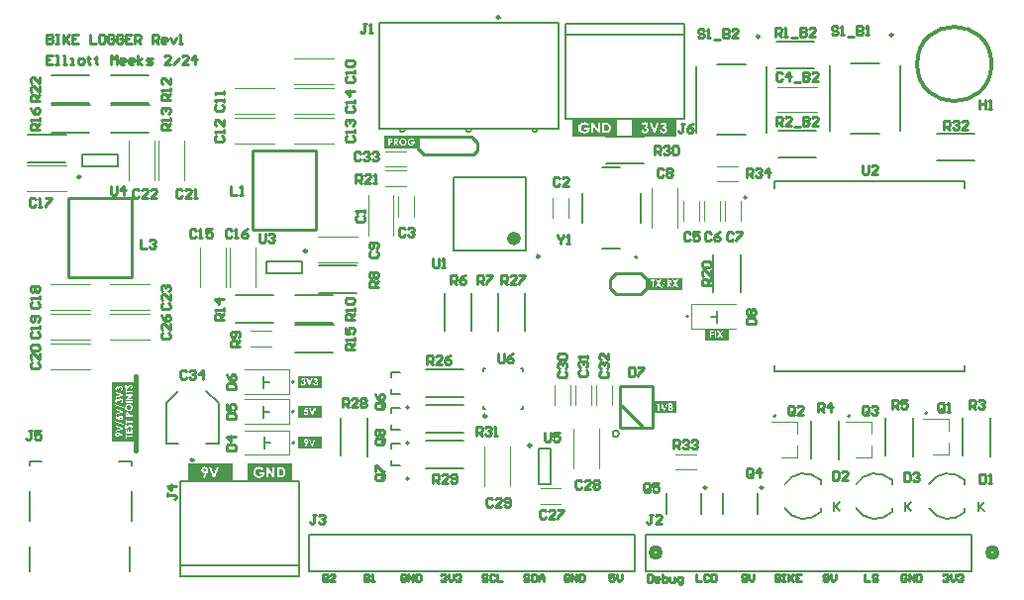
<source format=gto>
G04*
G04 #@! TF.GenerationSoftware,Altium Limited,Altium Designer,21.9.2 (33)*
G04*
G04 Layer_Color=65535*
%FSLAX25Y25*%
%MOIN*%
G70*
G04*
G04 #@! TF.SameCoordinates,A0D018B4-DB31-4F92-A021-C5504D576F11*
G04*
G04*
G04 #@! TF.FilePolarity,Positive*
G04*
G01*
G75*
%ADD10C,0.00787*%
%ADD11C,0.00984*%
%ADD12C,0.02000*%
%ADD13C,0.01201*%
%ADD14C,0.00600*%
%ADD15C,0.02362*%
%ADD16C,0.00800*%
%ADD17C,0.00472*%
%ADD18C,0.00500*%
%ADD19C,0.00700*%
%ADD20C,0.01000*%
%ADD21C,0.01500*%
G36*
X42000Y49500D02*
X37948D01*
X34000D01*
Y69500D01*
X37948D01*
X42000D01*
Y49500D01*
D02*
G37*
G36*
X74500Y36000D02*
X59500D01*
Y42000D01*
X74500D01*
Y36000D01*
D02*
G37*
G36*
X104500Y51000D02*
Y47000D01*
X96500D01*
Y51000D01*
X104500D01*
D02*
G37*
G36*
X224000Y152000D02*
X209000D01*
Y158000D01*
X224000D01*
Y152000D01*
D02*
G37*
G36*
X104500Y71500D02*
Y67500D01*
X96500D01*
Y71500D01*
X104500D01*
D02*
G37*
G36*
X137500Y148000D02*
X125500D01*
Y152500D01*
X137500D01*
Y148000D01*
D02*
G37*
G36*
X204000Y152000D02*
X189000D01*
Y158000D01*
X204000D01*
Y152000D01*
D02*
G37*
G36*
X104500Y61500D02*
Y57500D01*
X96500D01*
Y61500D01*
X104500D01*
D02*
G37*
G36*
X224000Y63000D02*
Y59000D01*
X216000D01*
Y63000D01*
X224000D01*
D02*
G37*
G36*
X94500Y36000D02*
X79500D01*
Y42000D01*
X94500D01*
Y36000D01*
D02*
G37*
G36*
X226000Y100500D02*
X214000D01*
Y104500D01*
X226000D01*
Y100500D01*
D02*
G37*
G36*
X241500Y87500D02*
Y83500D01*
X233500D01*
Y87500D01*
X241500D01*
D02*
G37*
%LPC*%
G36*
X40908Y68495D02*
X40242D01*
X40187Y68491D01*
X40135Y68487D01*
X40087Y68476D01*
X40046Y68465D01*
X40013Y68454D01*
X39987Y68447D01*
X39972Y68439D01*
X39965Y68436D01*
X39917Y68410D01*
X39872Y68384D01*
X39828Y68350D01*
X39787Y68317D01*
X39750Y68291D01*
X39724Y68265D01*
X39709Y68251D01*
X39702Y68243D01*
X39691Y68232D01*
X39676Y68213D01*
X39635Y68169D01*
X39591Y68121D01*
X39547Y68066D01*
X39502Y68014D01*
X39465Y67969D01*
X39450Y67954D01*
X39439Y67940D01*
X39436Y67932D01*
X39432Y67929D01*
X39391Y67880D01*
X39351Y67836D01*
X39317Y67795D01*
X39288Y67762D01*
X39258Y67733D01*
X39232Y67703D01*
X39191Y67662D01*
X39162Y67633D01*
X39143Y67614D01*
X39132Y67603D01*
X39129Y67599D01*
X39088Y67577D01*
X39051Y67566D01*
X39036D01*
X39025Y67562D01*
X39018D01*
X39014D01*
X38992Y67566D01*
X38973Y67570D01*
X38936Y67592D01*
X38914Y67610D01*
X38910Y67614D01*
X38906Y67618D01*
X38892Y67640D01*
X38877Y67662D01*
X38866Y67710D01*
X38862Y67733D01*
X38858Y67747D01*
Y67762D01*
X38862Y67795D01*
X38870Y67829D01*
X38881Y67862D01*
X38895Y67895D01*
X38936Y67954D01*
X38980Y68006D01*
X39025Y68054D01*
X39066Y68088D01*
X39080Y68099D01*
X39092Y68110D01*
X39099Y68114D01*
X39103Y68117D01*
X38807Y68454D01*
X38733Y68384D01*
X38666Y68321D01*
X38614Y68262D01*
X38574Y68206D01*
X38544Y68165D01*
X38522Y68132D01*
X38511Y68110D01*
X38507Y68106D01*
Y68103D01*
X38477Y68043D01*
X38459Y67984D01*
X38444Y67925D01*
X38433Y67873D01*
X38425Y67829D01*
X38422Y67795D01*
Y68495D01*
X40210D01*
X38422D01*
Y67766D01*
X38425Y67714D01*
X38429Y67666D01*
X38448Y67577D01*
X38477Y67499D01*
X38511Y67433D01*
X38544Y67377D01*
X38559Y67355D01*
X38570Y67337D01*
X38585Y67322D01*
X38592Y67311D01*
X38596Y67307D01*
X38599Y67303D01*
X38633Y67270D01*
X38670Y67244D01*
X38703Y67218D01*
X38740Y67196D01*
X38810Y67163D01*
X38877Y67141D01*
X38936Y67129D01*
X38958Y67126D01*
X38980Y67122D01*
X38999Y67118D01*
X39010D01*
X39018D01*
X39021D01*
X39084Y67122D01*
X39147Y67137D01*
X39206Y67155D01*
X39258Y67174D01*
X39302Y67196D01*
X39336Y67211D01*
X39358Y67226D01*
X39362Y67229D01*
X39365D01*
X39399Y67251D01*
X39436Y67281D01*
X39473Y67318D01*
X39513Y67355D01*
X39595Y67436D01*
X39672Y67522D01*
X39743Y67599D01*
X39772Y67636D01*
X39798Y67666D01*
X39820Y67692D01*
X39835Y67710D01*
X39846Y67725D01*
X39850Y67729D01*
X39909Y67799D01*
X39957Y67855D01*
X40002Y67899D01*
X40035Y67932D01*
X40065Y67958D01*
X40083Y67977D01*
X40094Y67984D01*
X40098Y67988D01*
X40128Y68010D01*
X40157Y68025D01*
X40183Y68036D01*
X40205Y68043D01*
X40227Y68047D01*
X40242Y68051D01*
X40253D01*
X40257D01*
X40290Y68047D01*
X40320Y68040D01*
X40346Y68025D01*
X40368Y68010D01*
X40387Y67995D01*
X40401Y67980D01*
X40409Y67973D01*
X40412Y67969D01*
X40435Y67940D01*
X40449Y67906D01*
X40464Y67873D01*
X40472Y67844D01*
X40475Y67818D01*
X40479Y67795D01*
Y67777D01*
X40475Y67736D01*
X40464Y67695D01*
X40449Y67659D01*
X40431Y67621D01*
X40379Y67555D01*
X40320Y67499D01*
X40264Y67451D01*
X40213Y67414D01*
X40194Y67403D01*
X40179Y67392D01*
X40168Y67388D01*
X40165Y67385D01*
X40394Y67007D01*
X40486Y67059D01*
X40568Y67115D01*
X40634Y67166D01*
X40690Y67218D01*
X40731Y67259D01*
X40764Y67296D01*
X40779Y67318D01*
X40786Y67322D01*
Y67326D01*
X40827Y67400D01*
X40856Y67474D01*
X40879Y67548D01*
X40893Y67618D01*
X40901Y67677D01*
X40905Y67703D01*
Y67725D01*
X40908Y67740D01*
Y67766D01*
X40905Y67825D01*
X40901Y67880D01*
X40879Y67984D01*
X40849Y68077D01*
X40830Y68114D01*
X40812Y68151D01*
X40797Y68184D01*
X40779Y68210D01*
X40764Y68236D01*
X40749Y68254D01*
X40738Y68269D01*
X40727Y68284D01*
X40723Y68287D01*
X40720Y68291D01*
X40683Y68328D01*
X40646Y68358D01*
X40605Y68387D01*
X40564Y68410D01*
X40486Y68447D01*
X40409Y68469D01*
X40342Y68484D01*
X40316Y68487D01*
X40290Y68491D01*
X40272Y68495D01*
X40908D01*
D02*
G37*
G36*
X37586Y68017D02*
D01*
Y67181D01*
X37582Y67248D01*
X37574Y67311D01*
X37567Y67374D01*
X37552Y67429D01*
X37534Y67481D01*
X37515Y67533D01*
X37497Y67577D01*
X37475Y67618D01*
X37456Y67655D01*
X37438Y67688D01*
X37419Y67714D01*
X37401Y67740D01*
X37386Y67758D01*
X37378Y67769D01*
X37371Y67777D01*
X37367Y67781D01*
X37323Y67821D01*
X37279Y67858D01*
X37234Y67892D01*
X37190Y67918D01*
X37145Y67940D01*
X37097Y67958D01*
X37012Y67988D01*
X36975Y67999D01*
X36938Y68006D01*
X36909Y68010D01*
X36879Y68014D01*
X36857Y68017D01*
X37586D01*
X36857D01*
D01*
X35099D01*
X36827D01*
X36749Y68014D01*
X36675Y67999D01*
X36612Y67980D01*
X36557Y67958D01*
X36513Y67932D01*
X36479Y67914D01*
X36457Y67899D01*
X36450Y67895D01*
X36394Y67847D01*
X36346Y67792D01*
X36305Y67736D01*
X36276Y67681D01*
X36254Y67633D01*
X36235Y67596D01*
X36231Y67581D01*
X36228Y67570D01*
X36224Y67562D01*
Y67559D01*
X36191Y67618D01*
X36157Y67666D01*
X36120Y67710D01*
X36087Y67744D01*
X36057Y67769D01*
X36035Y67792D01*
X36020Y67803D01*
X36013Y67807D01*
X35965Y67836D01*
X35913Y67858D01*
X35865Y67873D01*
X35821Y67884D01*
X35780Y67892D01*
X35750Y67895D01*
X35732D01*
X35724D01*
X35676Y67892D01*
X35632Y67888D01*
X35547Y67866D01*
X35473Y67832D01*
X35410Y67795D01*
X35355Y67758D01*
X35318Y67725D01*
X35303Y67714D01*
X35292Y67703D01*
X35288Y67699D01*
X35284Y67695D01*
X35251Y67659D01*
X35221Y67618D01*
X35199Y67577D01*
X35177Y67536D01*
X35144Y67455D01*
X35121Y67381D01*
X35110Y67314D01*
X35103Y67285D01*
Y67259D01*
X35099Y67240D01*
Y67211D01*
X35103Y67152D01*
X35110Y67092D01*
X35121Y67037D01*
X35133Y66989D01*
X35170Y66893D01*
X35192Y66852D01*
X35210Y66815D01*
X35232Y66782D01*
X35255Y66752D01*
X35273Y66726D01*
X35288Y66704D01*
X35303Y66689D01*
X35314Y66678D01*
X35321Y66671D01*
X35325Y66667D01*
X35388Y66615D01*
X35458Y66574D01*
X35528Y66541D01*
X35595Y66519D01*
X35654Y66500D01*
X35676Y66493D01*
X35699Y66489D01*
X35717Y66486D01*
X35732Y66482D01*
X35739D01*
X35743D01*
Y66915D01*
X35710Y66926D01*
X35680Y66941D01*
X35654Y66959D01*
X35632Y66978D01*
X35614Y66992D01*
X35602Y67007D01*
X35595Y67015D01*
X35591Y67018D01*
X35573Y67048D01*
X35558Y67081D01*
X35547Y67111D01*
X35539Y67137D01*
X35536Y67163D01*
X35532Y67181D01*
Y67196D01*
X35536Y67237D01*
X35543Y67270D01*
X35554Y67300D01*
X35565Y67326D01*
X35577Y67348D01*
X35588Y67362D01*
X35595Y67370D01*
X35599Y67374D01*
X35625Y67396D01*
X35651Y67414D01*
X35676Y67425D01*
X35702Y67436D01*
X35724Y67440D01*
X35743Y67444D01*
X35754D01*
X35758D01*
X35784D01*
X35810Y67436D01*
X35854Y67422D01*
X35873Y67414D01*
X35887Y67407D01*
X35895Y67403D01*
X35898Y67400D01*
X35943Y67362D01*
X35976Y67322D01*
X35987Y67303D01*
X35995Y67289D01*
X36002Y67277D01*
Y67274D01*
X36013Y67240D01*
X36024Y67203D01*
X36032Y67163D01*
X36039Y67122D01*
X36043Y67089D01*
X36046Y67059D01*
X36050Y67041D01*
Y67033D01*
X36435D01*
X36442Y67126D01*
X36453Y67203D01*
X36472Y67274D01*
X36494Y67329D01*
X36513Y67374D01*
X36531Y67407D01*
X36546Y67425D01*
X36550Y67433D01*
X36594Y67481D01*
X36638Y67514D01*
X36687Y67540D01*
X36727Y67555D01*
X36764Y67566D01*
X36797Y67570D01*
X36816Y67573D01*
X36820D01*
X36823D01*
X36875Y67570D01*
X36923Y67559D01*
X36968Y67540D01*
X37001Y67522D01*
X37031Y67503D01*
X37053Y67485D01*
X37068Y67474D01*
X37071Y67470D01*
X37105Y67429D01*
X37130Y67385D01*
X37145Y67340D01*
X37160Y67300D01*
X37168Y67263D01*
X37171Y67233D01*
Y67207D01*
X37168Y67155D01*
X37156Y67107D01*
X37142Y67063D01*
X37127Y67030D01*
X37112Y67000D01*
X37097Y66978D01*
X37086Y66963D01*
X37082Y66959D01*
X37045Y66926D01*
X37001Y66896D01*
X36957Y66874D01*
X36912Y66859D01*
X36871Y66848D01*
X36838Y66841D01*
X36816Y66833D01*
X36812D01*
X36809D01*
Y66386D01*
X35099D01*
D01*
X36809D01*
X36875Y66393D01*
X36938Y66400D01*
X36997Y66415D01*
X37049Y66430D01*
X37101Y66449D01*
X37149Y66467D01*
X37190Y66489D01*
X37230Y66508D01*
X37264Y66530D01*
X37293Y66549D01*
X37319Y66567D01*
X37341Y66585D01*
X37356Y66600D01*
X37367Y66611D01*
X37375Y66615D01*
X37378Y66619D01*
X37415Y66659D01*
X37445Y66708D01*
X37475Y66752D01*
X37497Y66800D01*
X37534Y66893D01*
X37560Y66981D01*
X37567Y67022D01*
X37574Y67059D01*
X37578Y67096D01*
X37582Y67126D01*
X37586Y67148D01*
Y66386D01*
X37456D01*
X37586D01*
Y68017D01*
D02*
G37*
G36*
X40849Y66907D02*
Y66474D01*
X38925D01*
Y66907D01*
X40849D01*
X38481D01*
Y65594D01*
X38925D01*
Y66016D01*
X40849D01*
Y66907D01*
D02*
G37*
G36*
X37526Y66190D02*
D01*
Y65335D01*
X35158Y66190D01*
Y65731D01*
X36842Y65124D01*
X35158Y64528D01*
Y64066D01*
X37526Y64902D01*
Y64839D01*
D01*
Y66190D01*
D02*
G37*
G36*
Y64839D02*
Y64066D01*
X35158D01*
X37526D01*
Y64839D01*
D02*
G37*
G36*
X40849Y65287D02*
X38481D01*
Y64839D01*
X40042D01*
X38481Y63818D01*
Y63392D01*
X40849D01*
Y65287D01*
D02*
G37*
G36*
X37586Y63862D02*
D01*
Y63026D01*
X37582Y63093D01*
X37574Y63156D01*
X37567Y63218D01*
X37552Y63274D01*
X37534Y63326D01*
X37515Y63378D01*
X37497Y63422D01*
X37475Y63463D01*
X37456Y63500D01*
X37438Y63533D01*
X37419Y63559D01*
X37401Y63585D01*
X37386Y63603D01*
X37378Y63614D01*
X37371Y63622D01*
X37367Y63626D01*
X37323Y63666D01*
X37279Y63703D01*
X37234Y63736D01*
X37190Y63762D01*
X37145Y63785D01*
X37097Y63803D01*
X37012Y63833D01*
X36975Y63844D01*
X36938Y63851D01*
X36909Y63855D01*
X36879Y63859D01*
X36857Y63862D01*
X37586D01*
X36857D01*
D01*
X35099D01*
X36827D01*
X36749Y63859D01*
X36675Y63844D01*
X36612Y63825D01*
X36557Y63803D01*
X36513Y63777D01*
X36479Y63759D01*
X36457Y63744D01*
X36450Y63740D01*
X36394Y63692D01*
X36346Y63637D01*
X36305Y63581D01*
X36276Y63526D01*
X36254Y63477D01*
X36235Y63441D01*
X36231Y63426D01*
X36228Y63415D01*
X36224Y63407D01*
Y63403D01*
X36191Y63463D01*
X36157Y63511D01*
X36120Y63555D01*
X36087Y63589D01*
X36057Y63614D01*
X36035Y63637D01*
X36020Y63648D01*
X36013Y63651D01*
X35965Y63681D01*
X35913Y63703D01*
X35865Y63718D01*
X35821Y63729D01*
X35780Y63736D01*
X35750Y63740D01*
X35732D01*
X35724D01*
X35676Y63736D01*
X35632Y63733D01*
X35547Y63711D01*
X35473Y63677D01*
X35410Y63640D01*
X35355Y63603D01*
X35318Y63570D01*
X35303Y63559D01*
X35292Y63548D01*
X35288Y63544D01*
X35284Y63540D01*
X35251Y63503D01*
X35221Y63463D01*
X35199Y63422D01*
X35177Y63381D01*
X35144Y63300D01*
X35121Y63226D01*
X35110Y63159D01*
X35103Y63130D01*
Y63104D01*
X35099Y63085D01*
Y63056D01*
X35103Y62997D01*
X35110Y62937D01*
X35121Y62882D01*
X35133Y62834D01*
X35170Y62738D01*
X35192Y62697D01*
X35210Y62660D01*
X35232Y62626D01*
X35255Y62597D01*
X35273Y62571D01*
X35288Y62549D01*
X35303Y62534D01*
X35314Y62523D01*
X35321Y62515D01*
X35325Y62512D01*
X35388Y62460D01*
X35458Y62419D01*
X35528Y62386D01*
X35595Y62364D01*
X35654Y62345D01*
X35676Y62338D01*
X35699Y62334D01*
X35717Y62331D01*
X35732Y62327D01*
X35739D01*
X35743D01*
Y62760D01*
X35710Y62771D01*
X35680Y62786D01*
X35654Y62804D01*
X35632Y62823D01*
X35614Y62837D01*
X35602Y62852D01*
X35595Y62860D01*
X35591Y62863D01*
X35573Y62893D01*
X35558Y62926D01*
X35547Y62956D01*
X35539Y62982D01*
X35536Y63008D01*
X35532Y63026D01*
Y63041D01*
X35536Y63082D01*
X35543Y63115D01*
X35554Y63144D01*
X35565Y63170D01*
X35577Y63193D01*
X35588Y63207D01*
X35595Y63215D01*
X35599Y63218D01*
X35625Y63241D01*
X35651Y63259D01*
X35676Y63270D01*
X35702Y63281D01*
X35724Y63285D01*
X35743Y63289D01*
X35754D01*
X35758D01*
X35784D01*
X35810Y63281D01*
X35854Y63267D01*
X35873Y63259D01*
X35887Y63252D01*
X35895Y63248D01*
X35898Y63244D01*
X35943Y63207D01*
X35976Y63167D01*
X35987Y63148D01*
X35995Y63133D01*
X36002Y63122D01*
Y63119D01*
X36013Y63085D01*
X36024Y63048D01*
X36032Y63008D01*
X36039Y62967D01*
X36043Y62934D01*
X36046Y62904D01*
X36050Y62885D01*
Y62878D01*
X36435D01*
X36442Y62971D01*
X36453Y63048D01*
X36472Y63119D01*
X36494Y63174D01*
X36513Y63218D01*
X36531Y63252D01*
X36546Y63270D01*
X36550Y63278D01*
X36594Y63326D01*
X36638Y63359D01*
X36687Y63385D01*
X36727Y63400D01*
X36764Y63411D01*
X36797Y63415D01*
X36816Y63418D01*
X36820D01*
X36823D01*
X36875Y63415D01*
X36923Y63403D01*
X36968Y63385D01*
X37001Y63367D01*
X37031Y63348D01*
X37053Y63329D01*
X37068Y63318D01*
X37071Y63315D01*
X37105Y63274D01*
X37130Y63230D01*
X37145Y63185D01*
X37160Y63144D01*
X37168Y63108D01*
X37171Y63078D01*
Y63052D01*
X37168Y63000D01*
X37156Y62952D01*
X37142Y62908D01*
X37127Y62874D01*
X37112Y62845D01*
X37097Y62823D01*
X37086Y62808D01*
X37082Y62804D01*
X37045Y62771D01*
X37001Y62741D01*
X36957Y62719D01*
X36912Y62704D01*
X36871Y62693D01*
X36838Y62686D01*
X36816Y62678D01*
X36812D01*
X36809D01*
Y62231D01*
X35099D01*
D01*
X36809D01*
X36875Y62238D01*
X36938Y62245D01*
X36997Y62260D01*
X37049Y62275D01*
X37101Y62293D01*
X37149Y62312D01*
X37190Y62334D01*
X37230Y62353D01*
X37264Y62375D01*
X37293Y62393D01*
X37319Y62412D01*
X37341Y62430D01*
X37356Y62445D01*
X37367Y62456D01*
X37375Y62460D01*
X37378Y62464D01*
X37415Y62504D01*
X37445Y62552D01*
X37475Y62597D01*
X37497Y62645D01*
X37534Y62738D01*
X37560Y62826D01*
X37567Y62867D01*
X37574Y62904D01*
X37578Y62941D01*
X37582Y62971D01*
X37586Y62993D01*
Y62231D01*
X37456D01*
X37586D01*
Y63862D01*
D02*
G37*
G36*
X40849Y62882D02*
X38481D01*
Y62434D01*
X40849D01*
Y62882D01*
D02*
G37*
G36*
X37948Y62060D02*
D01*
Y60991D01*
X35092Y62060D01*
Y61750D01*
X37948Y60680D01*
X35092D01*
X37948D01*
Y62060D01*
D02*
G37*
G36*
X37526Y60518D02*
D01*
Y59663D01*
X35158Y60518D01*
Y60059D01*
X36842Y59452D01*
X35158Y58856D01*
Y58394D01*
X37526Y59230D01*
Y58394D01*
X35158D01*
X37526D01*
Y60518D01*
D02*
G37*
G36*
X40908Y62038D02*
X38422D01*
Y59581D01*
D01*
Y60751D01*
X38429Y60691D01*
X38448Y60577D01*
X38477Y60469D01*
X38492Y60421D01*
X38507Y60377D01*
X38522Y60336D01*
X38537Y60299D01*
X38551Y60270D01*
X38566Y60244D01*
X38577Y60221D01*
X38585Y60207D01*
X38588Y60196D01*
X38592Y60192D01*
X38659Y60092D01*
X38733Y60003D01*
X38807Y59926D01*
X38881Y59863D01*
X38943Y59811D01*
X38973Y59792D01*
X38995Y59774D01*
X39018Y59763D01*
X39032Y59752D01*
X39040Y59748D01*
X39043Y59744D01*
X39095Y59715D01*
X39151Y59692D01*
X39258Y59652D01*
X39365Y59622D01*
X39458Y59604D01*
X39502Y59596D01*
X39543Y59589D01*
X39576Y59585D01*
X39606D01*
X39632Y59581D01*
X39665D01*
X39757Y59585D01*
X39846Y59596D01*
X39935Y59615D01*
X40016Y59637D01*
X40094Y59663D01*
X40165Y59692D01*
X40231Y59726D01*
X40294Y59759D01*
X40350Y59789D01*
X40398Y59822D01*
X40442Y59851D01*
X40475Y59877D01*
X40505Y59900D01*
X40523Y59918D01*
X40538Y59929D01*
X40542Y59933D01*
X40605Y60000D01*
X40664Y60074D01*
X40712Y60144D01*
X40753Y60218D01*
X40790Y60295D01*
X40819Y60366D01*
X40842Y60440D01*
X40864Y60506D01*
X40879Y60573D01*
X40890Y60628D01*
X40897Y60684D01*
X40901Y60728D01*
X40905Y60765D01*
X40908Y60795D01*
Y60817D01*
X40905Y60910D01*
X40893Y60998D01*
X40875Y61084D01*
X40853Y61165D01*
X40827Y61243D01*
X40797Y61313D01*
X40764Y61380D01*
X40731Y61439D01*
X40697Y61494D01*
X40664Y61539D01*
X40634Y61583D01*
X40609Y61616D01*
X40586Y61642D01*
X40568Y61664D01*
X40557Y61676D01*
X40553Y61679D01*
X40483Y61742D01*
X40412Y61798D01*
X40338Y61846D01*
X40264Y61887D01*
X40190Y61923D01*
X40116Y61949D01*
X40046Y61975D01*
X39979Y61994D01*
X39913Y62009D01*
X39857Y62020D01*
X39806Y62027D01*
X39761Y62034D01*
X39724D01*
X39695Y62038D01*
X40908D01*
D02*
G37*
G36*
X40849Y59259D02*
X38481D01*
Y57850D01*
X40849D01*
Y58297D01*
X39846D01*
Y58416D01*
X39843Y58468D01*
X39839Y58516D01*
Y58560D01*
X39835Y58601D01*
X39832Y58634D01*
X39828Y58664D01*
X39824Y58693D01*
X39820Y58716D01*
X39817Y58734D01*
Y58749D01*
X39809Y58767D01*
Y58775D01*
X39780Y58852D01*
X39746Y58923D01*
X39709Y58982D01*
X39672Y59034D01*
X39639Y59074D01*
X39610Y59104D01*
X39591Y59119D01*
X39584Y59126D01*
X39517Y59171D01*
X39447Y59204D01*
X39380Y59226D01*
X39314Y59245D01*
X39258Y59252D01*
X39232Y59256D01*
X39210D01*
X39191Y59259D01*
X40849D01*
D02*
G37*
G36*
X37586Y58149D02*
D01*
Y57339D01*
X37582Y57402D01*
X37574Y57461D01*
X37563Y57517D01*
X37549Y57572D01*
X37512Y57669D01*
X37489Y57713D01*
X37467Y57754D01*
X37449Y57787D01*
X37426Y57820D01*
X37408Y57846D01*
X37389Y57872D01*
X37375Y57890D01*
X37364Y57902D01*
X37356Y57909D01*
X37352Y57913D01*
X37308Y57953D01*
X37260Y57990D01*
X37212Y58024D01*
X37160Y58050D01*
X37112Y58072D01*
X37064Y58090D01*
X36971Y58120D01*
X36931Y58131D01*
X36890Y58138D01*
X36857Y58142D01*
X36827Y58146D01*
X36801Y58149D01*
X37586D01*
X36768D01*
X36705Y58146D01*
X36646Y58142D01*
X36590Y58131D01*
X36538Y58116D01*
X36487Y58101D01*
X36442Y58083D01*
X36398Y58061D01*
X36361Y58042D01*
X36328Y58024D01*
X36294Y58002D01*
X36268Y57983D01*
X36250Y57968D01*
X36231Y57953D01*
X36220Y57946D01*
X36213Y57939D01*
X36209Y57935D01*
X36169Y57894D01*
X36135Y57850D01*
X36106Y57805D01*
X36080Y57761D01*
X36057Y57717D01*
X36043Y57672D01*
X36013Y57587D01*
X36006Y57550D01*
X35998Y57513D01*
X35995Y57484D01*
X35991Y57454D01*
X35987Y57432D01*
Y57376D01*
X35991Y57350D01*
X35995Y57332D01*
Y57324D01*
X36002Y57298D01*
X36006Y57273D01*
X36009Y57254D01*
X36013Y57250D01*
Y57247D01*
X35577Y57343D01*
Y58116D01*
X35158D01*
Y57006D01*
X36476Y56721D01*
X36557Y57088D01*
X36509Y57139D01*
X36472Y57184D01*
X36461Y57202D01*
X36453Y57217D01*
X36446Y57225D01*
Y57228D01*
X36424Y57284D01*
X36413Y57332D01*
X36409Y57350D01*
Y57376D01*
X36413Y57424D01*
X36424Y57469D01*
X36442Y57509D01*
X36461Y57543D01*
X36483Y57572D01*
X36498Y57591D01*
X36513Y57606D01*
X36516Y57609D01*
X36557Y57643D01*
X36601Y57669D01*
X36646Y57683D01*
X36687Y57698D01*
X36727Y57705D01*
X36757Y57709D01*
X36775D01*
X36779D01*
X36783D01*
X36842Y57705D01*
X36897Y57694D01*
X36946Y57676D01*
X36986Y57657D01*
X37016Y57635D01*
X37042Y57620D01*
X37056Y57606D01*
X37060Y57602D01*
X37093Y57561D01*
X37119Y57521D01*
X37138Y57476D01*
X37149Y57439D01*
X37156Y57402D01*
X37164Y57376D01*
Y57350D01*
X37160Y57310D01*
X37156Y57273D01*
X37145Y57239D01*
X37134Y57210D01*
X37127Y57184D01*
X37116Y57165D01*
X37112Y57154D01*
X37108Y57151D01*
X37086Y57121D01*
X37056Y57091D01*
X37031Y57065D01*
X37001Y57047D01*
X36979Y57032D01*
X36957Y57021D01*
X36942Y57014D01*
X36938Y57010D01*
Y56536D01*
D01*
X37045Y56566D01*
X37142Y56610D01*
X37223Y56655D01*
X37290Y56703D01*
X37345Y56747D01*
X37367Y56766D01*
X37382Y56784D01*
X37397Y56799D01*
X37408Y56810D01*
X37412Y56814D01*
X37415Y56818D01*
X37445Y56858D01*
X37471Y56903D01*
X37515Y56991D01*
X37545Y57080D01*
X37563Y57162D01*
X37578Y57232D01*
X37582Y57262D01*
Y57287D01*
X37586Y57310D01*
Y56536D01*
D01*
D01*
Y58149D01*
D02*
G37*
G36*
X40849Y56629D02*
Y56196D01*
X38925D01*
Y56629D01*
X40849D01*
X38481D01*
Y55315D01*
X38925D01*
Y55737D01*
X40849D01*
Y56629D01*
D02*
G37*
G36*
X37948Y56388D02*
D01*
Y55319D01*
X35092Y56388D01*
Y56077D01*
X37948Y55008D01*
X35092D01*
X37948D01*
Y56388D01*
D02*
G37*
G36*
X40908Y55119D02*
X40242D01*
X40187Y55115D01*
X40135Y55112D01*
X40087Y55101D01*
X40046Y55090D01*
X40013Y55079D01*
X39987Y55071D01*
X39972Y55064D01*
X39965Y55060D01*
X39917Y55034D01*
X39872Y55008D01*
X39828Y54975D01*
X39787Y54942D01*
X39750Y54916D01*
X39724Y54890D01*
X39709Y54875D01*
X39702Y54868D01*
X39691Y54856D01*
X39676Y54838D01*
X39635Y54794D01*
X39591Y54746D01*
X39547Y54690D01*
X39502Y54638D01*
X39465Y54594D01*
X39450Y54579D01*
X39439Y54564D01*
X39436Y54557D01*
X39432Y54553D01*
X39391Y54505D01*
X39351Y54461D01*
X39317Y54420D01*
X39288Y54387D01*
X39258Y54357D01*
X39232Y54327D01*
X39191Y54287D01*
X39162Y54257D01*
X39143Y54239D01*
X39132Y54228D01*
X39129Y54224D01*
X39088Y54202D01*
X39051Y54190D01*
X39036D01*
X39025Y54187D01*
X39018D01*
X39014D01*
X38992Y54190D01*
X38973Y54194D01*
X38936Y54216D01*
X38914Y54235D01*
X38910Y54239D01*
X38906Y54242D01*
X38892Y54264D01*
X38877Y54287D01*
X38866Y54335D01*
X38862Y54357D01*
X38858Y54372D01*
Y54387D01*
X38862Y54420D01*
X38870Y54453D01*
X38881Y54487D01*
X38895Y54520D01*
X38936Y54579D01*
X38980Y54631D01*
X39025Y54679D01*
X39066Y54712D01*
X39080Y54723D01*
X39092Y54734D01*
X39099Y54738D01*
X39103Y54742D01*
X38807Y55079D01*
X38733Y55008D01*
X38666Y54945D01*
X38614Y54886D01*
X38574Y54831D01*
X38544Y54790D01*
X38522Y54757D01*
X38511Y54734D01*
X38507Y54731D01*
Y54727D01*
X38477Y54668D01*
X38459Y54609D01*
X38444Y54549D01*
X38433Y54498D01*
X38425Y54453D01*
X38422Y54420D01*
Y55119D01*
X40210D01*
X38422D01*
Y53632D01*
D01*
Y54390D01*
X38425Y54339D01*
X38429Y54290D01*
X38448Y54202D01*
X38477Y54124D01*
X38511Y54057D01*
X38544Y54002D01*
X38559Y53980D01*
X38570Y53961D01*
X38585Y53946D01*
X38592Y53935D01*
X38596Y53931D01*
X38599Y53928D01*
X38633Y53895D01*
X38670Y53869D01*
X38703Y53843D01*
X38740Y53821D01*
X38810Y53787D01*
X38877Y53765D01*
X38936Y53754D01*
X38958Y53750D01*
X38980Y53746D01*
X38999Y53743D01*
X39010D01*
X39018D01*
X39021D01*
X39084Y53746D01*
X39147Y53761D01*
X39206Y53780D01*
X39258Y53798D01*
X39302Y53821D01*
X39336Y53835D01*
X39358Y53850D01*
X39362Y53854D01*
X39365D01*
X39399Y53876D01*
X39436Y53906D01*
X39473Y53943D01*
X39513Y53980D01*
X39595Y54061D01*
X39672Y54146D01*
X39743Y54224D01*
X39772Y54261D01*
X39798Y54290D01*
X39820Y54316D01*
X39835Y54335D01*
X39846Y54350D01*
X39850Y54353D01*
X39909Y54424D01*
X39957Y54479D01*
X40002Y54523D01*
X40035Y54557D01*
X40065Y54583D01*
X40083Y54601D01*
X40094Y54609D01*
X40098Y54612D01*
X40128Y54634D01*
X40157Y54649D01*
X40183Y54660D01*
X40205Y54668D01*
X40227Y54672D01*
X40242Y54675D01*
X40253D01*
X40257D01*
X40290Y54672D01*
X40320Y54664D01*
X40346Y54649D01*
X40368Y54634D01*
X40387Y54620D01*
X40401Y54605D01*
X40409Y54598D01*
X40412Y54594D01*
X40435Y54564D01*
X40449Y54531D01*
X40464Y54498D01*
X40472Y54468D01*
X40475Y54442D01*
X40479Y54420D01*
Y54401D01*
X40475Y54361D01*
X40464Y54320D01*
X40449Y54283D01*
X40431Y54246D01*
X40379Y54179D01*
X40320Y54124D01*
X40264Y54076D01*
X40213Y54039D01*
X40194Y54028D01*
X40179Y54017D01*
X40168Y54013D01*
X40165Y54009D01*
X40394Y53632D01*
X40486Y53684D01*
X40568Y53739D01*
X40634Y53791D01*
X40690Y53843D01*
X40731Y53883D01*
X40764Y53920D01*
X40779Y53943D01*
X40786Y53946D01*
Y53950D01*
X40827Y54024D01*
X40856Y54098D01*
X40879Y54172D01*
X40893Y54242D01*
X40901Y54302D01*
X40905Y54327D01*
Y54350D01*
X40908Y54364D01*
Y54390D01*
X40905Y54449D01*
X40901Y54505D01*
X40879Y54609D01*
X40849Y54701D01*
X40830Y54738D01*
X40812Y54775D01*
X40797Y54808D01*
X40779Y54834D01*
X40764Y54860D01*
X40749Y54879D01*
X40738Y54893D01*
X40727Y54908D01*
X40723Y54912D01*
X40720Y54916D01*
X40683Y54953D01*
X40646Y54982D01*
X40605Y55012D01*
X40564Y55034D01*
X40486Y55071D01*
X40409Y55093D01*
X40342Y55108D01*
X40316Y55112D01*
X40290Y55115D01*
X40272Y55119D01*
X40908D01*
D02*
G37*
G36*
X37526Y54845D02*
D01*
Y53991D01*
X35158Y54845D01*
Y54387D01*
X36842Y53780D01*
X35158Y53184D01*
Y52722D01*
X37526Y53558D01*
Y52722D01*
X35158D01*
X37526D01*
Y54845D01*
D02*
G37*
G36*
X40849Y53417D02*
X39942D01*
X40405D01*
Y52574D01*
X39783D01*
Y53417D01*
X38481D01*
Y52126D01*
X40849D01*
Y53417D01*
D02*
G37*
G36*
X35876Y52470D02*
X35835D01*
X35784Y52466D01*
X35732Y52463D01*
X35680Y52451D01*
X35632Y52437D01*
X35547Y52403D01*
X35473Y52363D01*
X35440Y52344D01*
X35410Y52322D01*
X35384Y52303D01*
X35366Y52289D01*
X35347Y52274D01*
X35336Y52267D01*
X35329Y52259D01*
X35325Y52255D01*
X35284Y52215D01*
X35251Y52170D01*
X35221Y52126D01*
X35195Y52082D01*
X35173Y52037D01*
X35155Y51993D01*
X35129Y51908D01*
X35118Y51867D01*
X35110Y51834D01*
X35107Y51800D01*
X35103Y51774D01*
X35099Y51749D01*
Y50983D01*
X37586D01*
X35839D01*
X35898Y50986D01*
X35954Y50990D01*
X36057Y51016D01*
X36150Y51049D01*
X36191Y51068D01*
X36228Y51086D01*
X36261Y51105D01*
X36291Y51123D01*
X36316Y51142D01*
X36339Y51157D01*
X36353Y51171D01*
X36365Y51182D01*
X36372Y51186D01*
X36376Y51190D01*
X36413Y51231D01*
X36446Y51271D01*
X36476Y51316D01*
X36498Y51360D01*
X36520Y51404D01*
X36538Y51445D01*
X36564Y51526D01*
X36579Y51597D01*
X36583Y51626D01*
X36587Y51652D01*
X36590Y51674D01*
Y51704D01*
X37397Y51290D01*
X37586Y51674D01*
X36398Y52285D01*
X36316Y52326D01*
X36246Y52359D01*
X36187Y52385D01*
X36139Y52407D01*
X36102Y52418D01*
X36076Y52429D01*
X36061Y52437D01*
X36057D01*
X35976Y52455D01*
X35939Y52463D01*
X35906Y52466D01*
X35876Y52470D01*
D02*
G37*
G36*
X40849Y51819D02*
X38481D01*
Y50505D01*
X38925D01*
Y50927D01*
X40849D01*
Y51386D01*
X38925D01*
Y51819D01*
X40849D01*
D02*
G37*
%LPD*%
G36*
Y63840D02*
X39299D01*
X40849Y64854D01*
Y63840D01*
D02*
G37*
G36*
X39576Y62034D02*
X39484Y62023D01*
X39399Y62005D01*
X39314Y61983D01*
X39236Y61953D01*
X39162Y61923D01*
X39095Y61890D01*
X39036Y61857D01*
X38980Y61824D01*
X38929Y61790D01*
X38888Y61761D01*
X38851Y61731D01*
X38825Y61709D01*
X38803Y61690D01*
X38792Y61679D01*
X38788Y61676D01*
X38725Y61605D01*
X38666Y61535D01*
X38618Y61461D01*
X38577Y61387D01*
X38540Y61317D01*
X38511Y61243D01*
X38488Y61176D01*
X38466Y61110D01*
X38451Y61047D01*
X38440Y60991D01*
X38433Y60939D01*
X38429Y60899D01*
X38425Y60862D01*
X38422Y60836D01*
Y62038D01*
X39672D01*
X39576Y62034D01*
D02*
G37*
G36*
X39732Y61583D02*
X39791Y61576D01*
X39846Y61565D01*
X39902Y61554D01*
X39998Y61516D01*
X40042Y61494D01*
X40083Y61476D01*
X40120Y61454D01*
X40150Y61431D01*
X40179Y61413D01*
X40202Y61398D01*
X40220Y61383D01*
X40231Y61372D01*
X40238Y61365D01*
X40242Y61361D01*
X40283Y61317D01*
X40316Y61272D01*
X40350Y61228D01*
X40375Y61180D01*
X40398Y61135D01*
X40416Y61087D01*
X40442Y61002D01*
X40453Y60965D01*
X40461Y60928D01*
X40464Y60895D01*
X40468Y60869D01*
X40472Y60843D01*
Y60813D01*
X40468Y60762D01*
X40464Y60710D01*
X40442Y60617D01*
X40416Y60532D01*
X40383Y60458D01*
X40364Y60425D01*
X40350Y60399D01*
X40335Y60373D01*
X40320Y60351D01*
X40309Y60336D01*
X40301Y60325D01*
X40298Y60318D01*
X40294Y60314D01*
X40250Y60266D01*
X40202Y60221D01*
X40150Y60185D01*
X40102Y60151D01*
X40050Y60125D01*
X39998Y60103D01*
X39946Y60085D01*
X39898Y60070D01*
X39850Y60055D01*
X39809Y60048D01*
X39769Y60040D01*
X39735Y60036D01*
X39709D01*
X39691Y60033D01*
X39676D01*
X39672D01*
X39606Y60036D01*
X39547Y60044D01*
X39487Y60055D01*
X39432Y60066D01*
X39380Y60085D01*
X39332Y60103D01*
X39288Y60122D01*
X39247Y60144D01*
X39210Y60166D01*
X39180Y60185D01*
X39151Y60203D01*
X39129Y60221D01*
X39110Y60233D01*
X39099Y60244D01*
X39092Y60251D01*
X39088Y60255D01*
X39047Y60299D01*
X39014Y60344D01*
X38980Y60388D01*
X38955Y60436D01*
X38932Y60480D01*
X38914Y60529D01*
X38888Y60614D01*
X38877Y60654D01*
X38870Y60691D01*
X38866Y60725D01*
X38862Y60751D01*
X38858Y60773D01*
Y60806D01*
X38862Y60865D01*
X38870Y60925D01*
X38881Y60976D01*
X38895Y61028D01*
X38932Y61124D01*
X38955Y61165D01*
X38977Y61206D01*
X38999Y61239D01*
X39021Y61269D01*
X39040Y61295D01*
X39058Y61317D01*
X39073Y61335D01*
X39084Y61346D01*
X39092Y61354D01*
X39095Y61357D01*
X39140Y61398D01*
X39188Y61431D01*
X39236Y61465D01*
X39284Y61491D01*
X39332Y61513D01*
X39380Y61531D01*
X39469Y61557D01*
X39510Y61568D01*
X39550Y61576D01*
X39584Y61579D01*
X39613Y61583D01*
X39635Y61587D01*
X39654D01*
X39665D01*
X39669D01*
X39732Y61583D01*
D02*
G37*
G36*
X39088Y59256D02*
X39018Y59245D01*
X38951Y59226D01*
X38895Y59211D01*
X38851Y59193D01*
X38818Y59174D01*
X38796Y59163D01*
X38788Y59160D01*
X38733Y59119D01*
X38684Y59074D01*
X38644Y59030D01*
X38611Y58986D01*
X38585Y58945D01*
X38570Y58915D01*
X38559Y58893D01*
X38555Y58890D01*
Y58886D01*
X38540Y58852D01*
X38529Y58812D01*
X38511Y58727D01*
X38500Y58634D01*
X38488Y58542D01*
Y58501D01*
X38485Y58460D01*
Y58423D01*
X38481Y58390D01*
Y59259D01*
X39169D01*
X39088Y59256D01*
D02*
G37*
G36*
X39221Y58815D02*
X39265Y58804D01*
X39280Y58797D01*
X39291Y58790D01*
X39299Y58786D01*
X39302Y58782D01*
X39339Y58749D01*
X39365Y58716D01*
X39373Y58701D01*
X39380Y58690D01*
X39384Y58682D01*
Y58679D01*
X39391Y58649D01*
X39395Y58612D01*
X39402Y58534D01*
X39406Y58501D01*
Y58297D01*
X38921D01*
Y58423D01*
X38925Y58497D01*
X38929Y58556D01*
X38936Y58608D01*
X38943Y58645D01*
X38955Y58675D01*
X38962Y58697D01*
X38966Y58708D01*
X38969Y58712D01*
X38995Y58749D01*
X39029Y58775D01*
X39062Y58797D01*
X39092Y58808D01*
X39121Y58815D01*
X39147Y58823D01*
X39162D01*
X39169D01*
X39199D01*
X39221Y58815D01*
D02*
G37*
G36*
X39347Y52574D02*
X38918D01*
Y53417D01*
X39347D01*
Y52574D01*
D02*
G37*
G36*
X35895Y52026D02*
X35939Y52015D01*
X35980Y52000D01*
X36013Y51985D01*
X36039Y51970D01*
X36057Y51956D01*
X36072Y51945D01*
X36076Y51941D01*
X36106Y51908D01*
X36128Y51871D01*
X36143Y51837D01*
X36154Y51804D01*
X36161Y51774D01*
X36165Y51752D01*
Y51730D01*
X36161Y51682D01*
X36150Y51638D01*
X36135Y51600D01*
X36120Y51571D01*
X36106Y51545D01*
X36091Y51523D01*
X36080Y51512D01*
X36076Y51508D01*
X36039Y51478D01*
X36002Y51460D01*
X35961Y51445D01*
X35928Y51434D01*
X35895Y51427D01*
X35869Y51423D01*
X35854D01*
X35847D01*
X35798Y51427D01*
X35754Y51438D01*
X35713Y51452D01*
X35680Y51467D01*
X35654Y51482D01*
X35632Y51497D01*
X35621Y51508D01*
X35617Y51512D01*
X35584Y51545D01*
X35562Y51582D01*
X35543Y51619D01*
X35532Y51656D01*
X35525Y51686D01*
X35521Y51708D01*
Y51730D01*
X35525Y51774D01*
X35536Y51811D01*
X35551Y51848D01*
X35569Y51878D01*
X35588Y51904D01*
X35602Y51922D01*
X35614Y51933D01*
X35617Y51937D01*
X35654Y51967D01*
X35691Y51989D01*
X35732Y52008D01*
X35765Y52019D01*
X35798Y52026D01*
X35824Y52030D01*
X35839D01*
X35847D01*
X35895Y52026D01*
D02*
G37*
G36*
X35103Y51663D02*
X35110Y51608D01*
X35118Y51560D01*
X35133Y51508D01*
X35170Y51419D01*
X35206Y51345D01*
X35229Y51312D01*
X35247Y51282D01*
X35266Y51256D01*
X35284Y51238D01*
X35299Y51219D01*
X35306Y51208D01*
X35314Y51201D01*
X35318Y51197D01*
X35358Y51160D01*
X35403Y51127D01*
X35447Y51097D01*
X35488Y51075D01*
X35532Y51053D01*
X35577Y51034D01*
X35658Y51008D01*
X35732Y50994D01*
X35761Y50990D01*
X35787Y50986D01*
X35810Y50983D01*
X35099D01*
Y51719D01*
X35103Y51663D01*
D02*
G37*
%LPC*%
G36*
X66334Y40865D02*
X64103D01*
D01*
X65207D01*
X65124Y40859D01*
X65041Y40848D01*
X64969Y40837D01*
X64891Y40815D01*
X64758Y40759D01*
X64647Y40704D01*
X64597Y40670D01*
X64552Y40643D01*
X64514Y40615D01*
X64486Y40587D01*
X64458Y40565D01*
X64441Y40554D01*
X64430Y40543D01*
X64425Y40537D01*
X64369Y40476D01*
X64319Y40410D01*
X64275Y40343D01*
X64242Y40282D01*
X64208Y40215D01*
X64181Y40149D01*
X64142Y40027D01*
X64120Y39916D01*
X64114Y39871D01*
X64109Y39832D01*
X64103Y39799D01*
Y39755D01*
X64109Y39666D01*
X64114Y39583D01*
X64153Y39427D01*
X64203Y39289D01*
X64231Y39228D01*
X64258Y39172D01*
X64286Y39122D01*
X64314Y39078D01*
X64341Y39039D01*
X64364Y39006D01*
X64386Y38983D01*
X64403Y38967D01*
X64408Y38956D01*
X64414Y38950D01*
X64475Y38895D01*
X64536Y38845D01*
X64602Y38800D01*
X64669Y38767D01*
X64736Y38734D01*
X64797Y38706D01*
X64919Y38667D01*
X65024Y38645D01*
X65069Y38639D01*
X65107Y38634D01*
X65141Y38628D01*
X65185D01*
X64564Y37418D01*
X65141Y37135D01*
D01*
X66057Y38917D01*
X66118Y39039D01*
X66167Y39144D01*
X66206Y39233D01*
X66240Y39305D01*
X66256Y39361D01*
X66273Y39400D01*
X66284Y39422D01*
Y39427D01*
X66312Y39549D01*
X66323Y39605D01*
X66328Y39655D01*
X66334Y39699D01*
Y38667D01*
Y39760D01*
X66328Y39838D01*
X66323Y39916D01*
X66306Y39994D01*
X66284Y40066D01*
X66234Y40193D01*
X66173Y40304D01*
X66145Y40354D01*
X66112Y40399D01*
X66084Y40437D01*
X66062Y40465D01*
X66040Y40493D01*
X66029Y40510D01*
X66018Y40521D01*
X66012Y40526D01*
X65951Y40587D01*
X65885Y40637D01*
X65818Y40682D01*
X65751Y40720D01*
X65685Y40754D01*
X65618Y40782D01*
X65490Y40820D01*
X65429Y40837D01*
X65379Y40848D01*
X65329Y40854D01*
X65291Y40859D01*
X65252Y40865D01*
X66334D01*
D02*
G37*
G36*
X69897Y40776D02*
X69209D01*
X68299Y38251D01*
X67405Y40776D01*
X68504D01*
X66711D01*
D01*
X67966Y37224D01*
X69897D01*
X68615D01*
X69897Y40776D01*
D02*
G37*
%LPD*%
G36*
X65291Y40227D02*
X65346Y40210D01*
X65402Y40188D01*
X65446Y40160D01*
X65485Y40132D01*
X65513Y40110D01*
X65529Y40093D01*
X65535Y40088D01*
X65579Y40032D01*
X65613Y39977D01*
X65640Y39916D01*
X65657Y39866D01*
X65668Y39816D01*
X65674Y39777D01*
Y39755D01*
Y39744D01*
X65668Y39672D01*
X65651Y39605D01*
X65629Y39544D01*
X65607Y39494D01*
X65585Y39455D01*
X65562Y39427D01*
X65546Y39405D01*
X65540Y39400D01*
X65490Y39355D01*
X65435Y39322D01*
X65385Y39300D01*
X65335Y39283D01*
X65291Y39272D01*
X65257Y39266D01*
X65224D01*
X65152Y39272D01*
X65085Y39289D01*
X65030Y39311D01*
X64985Y39333D01*
X64947Y39355D01*
X64913Y39377D01*
X64897Y39394D01*
X64891Y39400D01*
X64847Y39455D01*
X64819Y39511D01*
X64797Y39572D01*
X64780Y39622D01*
X64769Y39672D01*
X64763Y39710D01*
Y39733D01*
Y39744D01*
X64769Y39816D01*
X64786Y39882D01*
X64808Y39944D01*
X64830Y39994D01*
X64852Y40032D01*
X64874Y40066D01*
X64891Y40082D01*
X64897Y40088D01*
X64947Y40138D01*
X65002Y40171D01*
X65057Y40199D01*
X65113Y40215D01*
X65157Y40227D01*
X65191Y40232D01*
X65224D01*
X65291Y40227D01*
D02*
G37*
%LPC*%
G36*
X102431Y50184D02*
X101973D01*
X101366Y48500D01*
X100770Y50184D01*
X100308D01*
X101144Y47816D01*
X100308D01*
X102431D01*
X101577D01*
X102431Y50184D01*
D02*
G37*
G36*
X99335Y50243D02*
X99305D01*
X99249Y50239D01*
X99194Y50232D01*
X99146Y50225D01*
X99094Y50210D01*
X99005Y50173D01*
X98931Y50136D01*
X98898Y50114D01*
X98868Y50095D01*
X98842Y50077D01*
X98824Y50058D01*
X98805Y50043D01*
X98794Y50036D01*
X98787Y50029D01*
X98783Y50025D01*
X98746Y49984D01*
X98713Y49940D01*
X98683Y49895D01*
X98661Y49855D01*
X98639Y49810D01*
X98620Y49766D01*
X98594Y49685D01*
X98580Y49610D01*
X98576Y49581D01*
X98572Y49555D01*
X98569Y49533D01*
Y49503D01*
X98572Y49444D01*
X98576Y49389D01*
X98602Y49285D01*
X98635Y49192D01*
X98654Y49152D01*
X98672Y49115D01*
X98691Y49081D01*
X98709Y49052D01*
X98728Y49026D01*
X98743Y49004D01*
X98757Y48989D01*
X98768Y48978D01*
X98772Y48970D01*
X98776Y48967D01*
X98817Y48930D01*
X98857Y48896D01*
X98902Y48867D01*
X98946Y48845D01*
X98990Y48822D01*
X99031Y48804D01*
X99112Y48778D01*
X99183Y48763D01*
X99212Y48759D01*
X99238Y48756D01*
X99260Y48752D01*
X99290D01*
X98876Y47945D01*
X99260Y47757D01*
X98569D01*
X100056D01*
D01*
X99260D01*
X99871Y48945D01*
X99912Y49026D01*
X99945Y49096D01*
X99971Y49155D01*
X99993Y49204D01*
X100004Y49240D01*
X100015Y49266D01*
X100023Y49281D01*
Y49285D01*
X100041Y49366D01*
X100049Y49403D01*
X100052Y49437D01*
X100056Y49466D01*
Y49507D01*
X100052Y49559D01*
X100049Y49610D01*
X100038Y49662D01*
X100023Y49710D01*
X99989Y49795D01*
X99949Y49869D01*
X99930Y49903D01*
X99908Y49932D01*
X99889Y49958D01*
X99875Y49977D01*
X99860Y49995D01*
X99853Y50006D01*
X99845Y50014D01*
X99841Y50017D01*
X99801Y50058D01*
X99756Y50091D01*
X99712Y50121D01*
X99668Y50147D01*
X99623Y50169D01*
X99579Y50188D01*
X99494Y50214D01*
X99453Y50225D01*
X99420Y50232D01*
X99386Y50236D01*
X99360Y50239D01*
X99335Y50243D01*
D02*
G37*
%LPD*%
G36*
X99360Y49818D02*
X99397Y49807D01*
X99434Y49792D01*
X99464Y49773D01*
X99490Y49755D01*
X99508Y49740D01*
X99519Y49729D01*
X99523Y49725D01*
X99553Y49688D01*
X99575Y49651D01*
X99594Y49610D01*
X99605Y49577D01*
X99612Y49544D01*
X99616Y49518D01*
Y49503D01*
Y49496D01*
X99612Y49448D01*
X99601Y49403D01*
X99586Y49363D01*
X99571Y49329D01*
X99556Y49303D01*
X99542Y49285D01*
X99531Y49270D01*
X99527Y49266D01*
X99494Y49237D01*
X99457Y49215D01*
X99423Y49200D01*
X99390Y49189D01*
X99360Y49181D01*
X99338Y49178D01*
X99316D01*
X99268Y49181D01*
X99224Y49192D01*
X99186Y49207D01*
X99157Y49222D01*
X99131Y49237D01*
X99109Y49252D01*
X99098Y49263D01*
X99094Y49266D01*
X99064Y49303D01*
X99046Y49340D01*
X99031Y49381D01*
X99020Y49414D01*
X99013Y49448D01*
X99009Y49474D01*
Y49488D01*
Y49496D01*
X99013Y49544D01*
X99024Y49588D01*
X99038Y49629D01*
X99053Y49662D01*
X99068Y49688D01*
X99083Y49710D01*
X99094Y49722D01*
X99098Y49725D01*
X99131Y49758D01*
X99168Y49781D01*
X99205Y49799D01*
X99242Y49810D01*
X99272Y49818D01*
X99294Y49821D01*
X99316D01*
X99360Y49818D01*
D02*
G37*
%LPC*%
G36*
X218098Y156776D02*
X217410D01*
X216500Y154251D01*
X215606Y156776D01*
X214913D01*
X216167Y153224D01*
X214913D01*
D01*
X218098D01*
D01*
X216816D01*
X218098Y156776D01*
D02*
G37*
G36*
X219675Y156865D02*
X219630D01*
X219541Y156859D01*
X219453Y156848D01*
X219369Y156832D01*
X219297Y156815D01*
X219153Y156759D01*
X219092Y156726D01*
X219036Y156698D01*
X218986Y156665D01*
X218942Y156632D01*
X218903Y156604D01*
X218870Y156582D01*
X218848Y156560D01*
X218831Y156543D01*
X218820Y156532D01*
X218814Y156526D01*
X218737Y156432D01*
X218676Y156326D01*
X218626Y156221D01*
X218592Y156121D01*
X218565Y156032D01*
X218553Y155999D01*
X218548Y155966D01*
X218542Y155938D01*
X218537Y155916D01*
Y155905D01*
Y155899D01*
X219186D01*
X219203Y155949D01*
X219225Y155993D01*
X219253Y156032D01*
X219281Y156066D01*
X219303Y156093D01*
X219325Y156110D01*
X219336Y156121D01*
X219342Y156127D01*
X219386Y156154D01*
X219436Y156177D01*
X219480Y156193D01*
X219519Y156204D01*
X219558Y156210D01*
X219586Y156216D01*
X219608D01*
X219669Y156210D01*
X219719Y156199D01*
X219763Y156182D01*
X219802Y156166D01*
X219836Y156149D01*
X219858Y156132D01*
X219869Y156121D01*
X219874Y156116D01*
X219908Y156077D01*
X219935Y156038D01*
X219952Y155999D01*
X219969Y155960D01*
X219974Y155927D01*
X219980Y155899D01*
Y155882D01*
Y155877D01*
Y155838D01*
X219969Y155799D01*
X219947Y155733D01*
X219935Y155705D01*
X219924Y155683D01*
X219919Y155672D01*
X219913Y155666D01*
X219858Y155599D01*
X219797Y155550D01*
X219769Y155533D01*
X219747Y155522D01*
X219730Y155511D01*
X219724D01*
X219675Y155494D01*
X219619Y155477D01*
X219558Y155466D01*
X219497Y155455D01*
X219447Y155449D01*
X219403Y155444D01*
X219375Y155438D01*
X219364D01*
Y154861D01*
X219503Y154850D01*
X219619Y154833D01*
X219724Y154806D01*
X219808Y154772D01*
X219874Y154745D01*
X219924Y154717D01*
X219952Y154695D01*
X219963Y154689D01*
X220035Y154623D01*
X220085Y154556D01*
X220124Y154484D01*
X220146Y154423D01*
X220163Y154367D01*
X220169Y154317D01*
X220174Y154290D01*
Y154284D01*
Y154279D01*
X220169Y154201D01*
X220152Y154129D01*
X220124Y154062D01*
X220096Y154012D01*
X220069Y153968D01*
X220041Y153934D01*
X220024Y153912D01*
X220019Y153907D01*
X219958Y153857D01*
X219891Y153818D01*
X219824Y153796D01*
X219763Y153773D01*
X219708Y153762D01*
X219664Y153757D01*
X219625D01*
X219547Y153762D01*
X219475Y153779D01*
X219408Y153801D01*
X219358Y153823D01*
X219314Y153846D01*
X219281Y153868D01*
X219258Y153884D01*
X219253Y153890D01*
X219203Y153946D01*
X219158Y154012D01*
X219125Y154079D01*
X219103Y154145D01*
X219086Y154206D01*
X219075Y154256D01*
X219064Y154290D01*
Y154295D01*
Y154301D01*
X218392D01*
X218404Y154201D01*
X218415Y154106D01*
X218437Y154018D01*
X218459Y153940D01*
X218487Y153862D01*
X218515Y153790D01*
X218548Y153729D01*
X218576Y153668D01*
X218609Y153618D01*
X218637Y153574D01*
X218665Y153535D01*
X218692Y153501D01*
X218714Y153479D01*
X218731Y153463D01*
X218737Y153452D01*
X218742Y153446D01*
X218803Y153391D01*
X218875Y153346D01*
X218942Y153302D01*
X219014Y153268D01*
X219153Y153213D01*
X219286Y153174D01*
X219347Y153163D01*
X219403Y153152D01*
X219458Y153146D01*
X219503Y153141D01*
X219536Y153135D01*
X219586D01*
X219686Y153141D01*
X219780Y153152D01*
X219874Y153163D01*
X219958Y153185D01*
X220035Y153213D01*
X220113Y153241D01*
X220180Y153268D01*
X220241Y153302D01*
X220296Y153329D01*
X220346Y153357D01*
X220385Y153385D01*
X220424Y153413D01*
X220452Y153435D01*
X220468Y153446D01*
X220479Y153457D01*
X220485Y153463D01*
X220546Y153529D01*
X220602Y153596D01*
X220651Y153662D01*
X220690Y153729D01*
X220724Y153796D01*
X220751Y153868D01*
X220796Y153996D01*
X220812Y154051D01*
X220824Y154106D01*
X220829Y154151D01*
X220834Y154195D01*
X220840Y154228D01*
Y154273D01*
X220834Y154390D01*
X220812Y154500D01*
X220785Y154595D01*
X220751Y154678D01*
X220712Y154745D01*
X220685Y154795D01*
X220662Y154828D01*
X220657Y154839D01*
X220585Y154922D01*
X220501Y154994D01*
X220418Y155055D01*
X220335Y155100D01*
X220263Y155133D01*
X220207Y155161D01*
X220185Y155166D01*
X220169Y155172D01*
X220158Y155178D01*
X220152D01*
X220241Y155227D01*
X220313Y155278D01*
X220379Y155333D01*
X220429Y155383D01*
X220468Y155427D01*
X220501Y155461D01*
X220518Y155483D01*
X220524Y155494D01*
X220568Y155566D01*
X220602Y155644D01*
X220624Y155716D01*
X220640Y155782D01*
X220651Y155844D01*
X220657Y155888D01*
Y155916D01*
Y155927D01*
X220651Y155999D01*
X220646Y156066D01*
X220613Y156193D01*
X220563Y156304D01*
X220507Y156399D01*
X220452Y156482D01*
X220402Y156537D01*
X220385Y156560D01*
X220368Y156576D01*
X220363Y156582D01*
X220357Y156587D01*
X220302Y156637D01*
X220241Y156682D01*
X220180Y156715D01*
X220119Y156748D01*
X219997Y156798D01*
X219885Y156832D01*
X219786Y156848D01*
X219741Y156859D01*
X219702D01*
X219675Y156865D01*
D02*
G37*
G36*
X214608D02*
X212160D01*
Y153135D01*
D01*
Y156865D01*
X213398D01*
X213309Y156859D01*
X213220Y156848D01*
X213137Y156832D01*
X213065Y156815D01*
X212920Y156759D01*
X212859Y156726D01*
X212804Y156698D01*
X212754Y156665D01*
X212709Y156632D01*
X212670Y156604D01*
X212637Y156582D01*
X212615Y156560D01*
X212598Y156543D01*
X212587Y156532D01*
X212582Y156526D01*
X212504Y156432D01*
X212443Y156326D01*
X212393Y156221D01*
X212360Y156121D01*
X212332Y156032D01*
X212321Y155999D01*
X212315Y155966D01*
X212310Y155938D01*
X212304Y155916D01*
Y155905D01*
Y155899D01*
X212953D01*
X212970Y155949D01*
X212992Y155993D01*
X213020Y156032D01*
X213048Y156066D01*
X213070Y156093D01*
X213092Y156110D01*
X213103Y156121D01*
X213109Y156127D01*
X213153Y156154D01*
X213203Y156177D01*
X213248Y156193D01*
X213286Y156204D01*
X213325Y156210D01*
X213353Y156216D01*
X213375D01*
X213436Y156210D01*
X213486Y156199D01*
X213531Y156182D01*
X213570Y156166D01*
X213603Y156149D01*
X213625Y156132D01*
X213636Y156121D01*
X213642Y156116D01*
X213675Y156077D01*
X213703Y156038D01*
X213720Y155999D01*
X213736Y155960D01*
X213742Y155927D01*
X213747Y155899D01*
Y155882D01*
Y155877D01*
Y155838D01*
X213736Y155799D01*
X213714Y155733D01*
X213703Y155705D01*
X213692Y155683D01*
X213686Y155672D01*
X213681Y155666D01*
X213625Y155599D01*
X213564Y155550D01*
X213536Y155533D01*
X213514Y155522D01*
X213497Y155511D01*
X213492D01*
X213442Y155494D01*
X213387Y155477D01*
X213325Y155466D01*
X213264Y155455D01*
X213214Y155449D01*
X213170Y155444D01*
X213142Y155438D01*
X213131D01*
Y154861D01*
X213270Y154850D01*
X213387Y154833D01*
X213492Y154806D01*
X213575Y154772D01*
X213642Y154745D01*
X213692Y154717D01*
X213720Y154695D01*
X213731Y154689D01*
X213803Y154623D01*
X213853Y154556D01*
X213892Y154484D01*
X213914Y154423D01*
X213930Y154367D01*
X213936Y154317D01*
X213941Y154290D01*
Y154284D01*
Y154279D01*
X213936Y154201D01*
X213919Y154129D01*
X213892Y154062D01*
X213864Y154012D01*
X213836Y153968D01*
X213808Y153934D01*
X213792Y153912D01*
X213786Y153907D01*
X213725Y153857D01*
X213658Y153818D01*
X213592Y153796D01*
X213531Y153773D01*
X213475Y153762D01*
X213431Y153757D01*
X213392D01*
X213314Y153762D01*
X213242Y153779D01*
X213176Y153801D01*
X213126Y153823D01*
X213081Y153846D01*
X213048Y153868D01*
X213026Y153884D01*
X213020Y153890D01*
X212970Y153946D01*
X212926Y154012D01*
X212893Y154079D01*
X212870Y154145D01*
X212854Y154206D01*
X212842Y154256D01*
X212831Y154290D01*
Y154295D01*
Y154301D01*
X212160D01*
X212171Y154201D01*
X212182Y154106D01*
X212204Y154018D01*
X212227Y153940D01*
X212254Y153862D01*
X212282Y153790D01*
X212315Y153729D01*
X212343Y153668D01*
X212376Y153618D01*
X212404Y153574D01*
X212432Y153535D01*
X212460Y153501D01*
X212482Y153479D01*
X212498Y153463D01*
X212504Y153452D01*
X212509Y153446D01*
X212571Y153391D01*
X212643Y153346D01*
X212709Y153302D01*
X212782Y153268D01*
X212920Y153213D01*
X213053Y153174D01*
X213115Y153163D01*
X213170Y153152D01*
X213226Y153146D01*
X213270Y153141D01*
X213303Y153135D01*
X213353D01*
X213453Y153141D01*
X213547Y153152D01*
X213642Y153163D01*
X213725Y153185D01*
X213803Y153213D01*
X213880Y153241D01*
X213947Y153268D01*
X214008Y153302D01*
X214064Y153329D01*
X214113Y153357D01*
X214152Y153385D01*
X214191Y153413D01*
X214219Y153435D01*
X214236Y153446D01*
X214247Y153457D01*
X214252Y153463D01*
X214313Y153529D01*
X214369Y153596D01*
X214419Y153662D01*
X214458Y153729D01*
X214491Y153796D01*
X214519Y153868D01*
X214563Y153996D01*
X214580Y154051D01*
X214591Y154106D01*
X214596Y154151D01*
X214602Y154195D01*
X214608Y154228D01*
Y154273D01*
X214602Y154390D01*
X214580Y154500D01*
X214552Y154595D01*
X214519Y154678D01*
X214480Y154745D01*
X214452Y154795D01*
X214430Y154828D01*
X214424Y154839D01*
X214352Y154922D01*
X214269Y154994D01*
X214186Y155055D01*
X214102Y155100D01*
X214030Y155133D01*
X213975Y155161D01*
X213953Y155166D01*
X213936Y155172D01*
X213925Y155178D01*
X213919D01*
X214008Y155227D01*
X214080Y155278D01*
X214147Y155333D01*
X214197Y155383D01*
X214236Y155427D01*
X214269Y155461D01*
X214286Y155483D01*
X214291Y155494D01*
X214335Y155566D01*
X214369Y155644D01*
X214391Y155716D01*
X214408Y155782D01*
X214419Y155844D01*
X214424Y155888D01*
Y155916D01*
Y155927D01*
X214419Y155999D01*
X214413Y156066D01*
X214380Y156193D01*
X214330Y156304D01*
X214274Y156399D01*
X214219Y156482D01*
X214169Y156537D01*
X214152Y156560D01*
X214136Y156576D01*
X214130Y156582D01*
X214125Y156587D01*
X214069Y156637D01*
X214008Y156682D01*
X213947Y156715D01*
X213886Y156748D01*
X213764Y156798D01*
X213653Y156832D01*
X213553Y156848D01*
X213509Y156859D01*
X213470D01*
X213442Y156865D01*
X214608D01*
D02*
G37*
G36*
X218392D02*
D01*
Y153135D01*
D01*
Y156865D01*
D01*
D02*
G37*
G36*
X101566Y70684D02*
X101107D01*
X100500Y69001D01*
X99904Y70684D01*
X99442D01*
X100278Y68316D01*
X99442D01*
X101566D01*
X100711D01*
X101566Y70684D01*
D02*
G37*
G36*
X102616Y70743D02*
X102587D01*
X102528Y70740D01*
X102468Y70732D01*
X102413Y70721D01*
X102365Y70710D01*
X102269Y70673D01*
X102228Y70651D01*
X102191Y70632D01*
X102158Y70610D01*
X102128Y70588D01*
X102102Y70569D01*
X102080Y70555D01*
X102065Y70540D01*
X102054Y70529D01*
X102047Y70521D01*
X102043Y70517D01*
X101991Y70455D01*
X101950Y70384D01*
X101917Y70314D01*
X101895Y70247D01*
X101876Y70188D01*
X101869Y70166D01*
X101865Y70144D01*
X101862Y70125D01*
X101858Y70110D01*
Y70103D01*
Y70099D01*
X102291D01*
X102302Y70133D01*
X102317Y70162D01*
X102335Y70188D01*
X102354Y70210D01*
X102368Y70229D01*
X102383Y70240D01*
X102391Y70247D01*
X102394Y70251D01*
X102424Y70270D01*
X102457Y70284D01*
X102487Y70296D01*
X102513Y70303D01*
X102539Y70307D01*
X102557Y70310D01*
X102572D01*
X102613Y70307D01*
X102646Y70299D01*
X102676Y70288D01*
X102701Y70277D01*
X102724Y70266D01*
X102738Y70255D01*
X102746Y70247D01*
X102750Y70244D01*
X102772Y70218D01*
X102790Y70192D01*
X102801Y70166D01*
X102813Y70140D01*
X102816Y70118D01*
X102820Y70099D01*
Y70088D01*
Y70085D01*
Y70059D01*
X102813Y70033D01*
X102798Y69988D01*
X102790Y69970D01*
X102783Y69955D01*
X102779Y69948D01*
X102776Y69944D01*
X102738Y69900D01*
X102698Y69866D01*
X102679Y69855D01*
X102664Y69848D01*
X102653Y69840D01*
X102650D01*
X102616Y69829D01*
X102579Y69818D01*
X102539Y69811D01*
X102498Y69803D01*
X102465Y69800D01*
X102435Y69796D01*
X102417Y69792D01*
X102409D01*
Y69407D01*
X102502Y69400D01*
X102579Y69389D01*
X102650Y69371D01*
X102705Y69348D01*
X102750Y69330D01*
X102783Y69311D01*
X102801Y69296D01*
X102809Y69293D01*
X102857Y69248D01*
X102890Y69204D01*
X102916Y69156D01*
X102931Y69115D01*
X102942Y69078D01*
X102946Y69045D01*
X102949Y69026D01*
Y69023D01*
Y69019D01*
X102946Y68967D01*
X102935Y68919D01*
X102916Y68875D01*
X102898Y68841D01*
X102879Y68812D01*
X102861Y68790D01*
X102849Y68775D01*
X102846Y68771D01*
X102805Y68738D01*
X102761Y68712D01*
X102716Y68697D01*
X102676Y68682D01*
X102639Y68675D01*
X102609Y68671D01*
X102583D01*
X102531Y68675D01*
X102483Y68686D01*
X102439Y68701D01*
X102406Y68716D01*
X102376Y68730D01*
X102354Y68745D01*
X102339Y68756D01*
X102335Y68760D01*
X102302Y68797D01*
X102272Y68841D01*
X102250Y68886D01*
X102235Y68930D01*
X102224Y68971D01*
X102217Y69004D01*
X102209Y69026D01*
Y69030D01*
Y69034D01*
X101762D01*
X101769Y68967D01*
X101777Y68904D01*
X101791Y68845D01*
X101806Y68793D01*
X101825Y68742D01*
X101843Y68693D01*
X101865Y68653D01*
X101884Y68612D01*
X101906Y68579D01*
X101925Y68549D01*
X101943Y68523D01*
X101962Y68501D01*
X101976Y68486D01*
X101987Y68475D01*
X101991Y68468D01*
X101995Y68464D01*
X102035Y68427D01*
X102084Y68397D01*
X102128Y68368D01*
X102176Y68346D01*
X102269Y68309D01*
X102357Y68283D01*
X102398Y68275D01*
X102435Y68268D01*
X102472Y68264D01*
X102502Y68261D01*
X102524Y68257D01*
X101762D01*
X103393D01*
X102557D01*
X102624Y68261D01*
X102687Y68268D01*
X102750Y68275D01*
X102805Y68290D01*
X102857Y68309D01*
X102909Y68327D01*
X102953Y68346D01*
X102994Y68368D01*
X103031Y68386D01*
X103064Y68405D01*
X103090Y68423D01*
X103116Y68442D01*
X103134Y68457D01*
X103146Y68464D01*
X103153Y68471D01*
X103157Y68475D01*
X103197Y68520D01*
X103234Y68564D01*
X103268Y68608D01*
X103294Y68653D01*
X103316Y68697D01*
X103334Y68745D01*
X103364Y68830D01*
X103375Y68867D01*
X103382Y68904D01*
X103386Y68934D01*
X103390Y68963D01*
X103393Y68986D01*
Y69015D01*
X103390Y69093D01*
X103375Y69167D01*
X103356Y69230D01*
X103334Y69285D01*
X103308Y69330D01*
X103290Y69363D01*
X103275Y69385D01*
X103271Y69393D01*
X103223Y69448D01*
X103168Y69496D01*
X103112Y69537D01*
X103057Y69567D01*
X103009Y69589D01*
X102972Y69607D01*
X102957Y69611D01*
X102946Y69615D01*
X102938Y69618D01*
X102935D01*
X102994Y69652D01*
X103042Y69685D01*
X103086Y69722D01*
X103120Y69755D01*
X103146Y69785D01*
X103168Y69807D01*
X103179Y69822D01*
X103182Y69829D01*
X103212Y69877D01*
X103234Y69929D01*
X103249Y69977D01*
X103260Y70022D01*
X103268Y70062D01*
X103271Y70092D01*
Y70110D01*
Y70118D01*
X103268Y70166D01*
X103264Y70210D01*
X103242Y70296D01*
X103208Y70369D01*
X103171Y70432D01*
X103134Y70488D01*
X103101Y70525D01*
X103090Y70540D01*
X103079Y70551D01*
X103075Y70555D01*
X103071Y70558D01*
X103034Y70591D01*
X102994Y70621D01*
X102953Y70643D01*
X102912Y70666D01*
X102831Y70699D01*
X102757Y70721D01*
X102690Y70732D01*
X102661Y70740D01*
X102635D01*
X102616Y70743D01*
D02*
G37*
G36*
X98461D02*
X98432D01*
X98373Y70740D01*
X98313Y70732D01*
X98258Y70721D01*
X98210Y70710D01*
X98114Y70673D01*
X98073Y70651D01*
X98036Y70632D01*
X98002Y70610D01*
X97973Y70588D01*
X97947Y70569D01*
X97925Y70555D01*
X97910Y70540D01*
X97899Y70529D01*
X97891Y70521D01*
X97888Y70517D01*
X97836Y70455D01*
X97795Y70384D01*
X97762Y70314D01*
X97740Y70247D01*
X97721Y70188D01*
X97714Y70166D01*
X97710Y70144D01*
X97707Y70125D01*
X97703Y70110D01*
Y70103D01*
Y70099D01*
X98136D01*
X98147Y70133D01*
X98162Y70162D01*
X98180Y70188D01*
X98199Y70210D01*
X98213Y70229D01*
X98228Y70240D01*
X98236Y70247D01*
X98239Y70251D01*
X98269Y70270D01*
X98302Y70284D01*
X98332Y70296D01*
X98358Y70303D01*
X98384Y70307D01*
X98402Y70310D01*
X98417D01*
X98458Y70307D01*
X98491Y70299D01*
X98520Y70288D01*
X98546Y70277D01*
X98569Y70266D01*
X98583Y70255D01*
X98591Y70247D01*
X98594Y70244D01*
X98617Y70218D01*
X98635Y70192D01*
X98646Y70166D01*
X98657Y70140D01*
X98661Y70118D01*
X98665Y70099D01*
Y70088D01*
Y70085D01*
Y70059D01*
X98657Y70033D01*
X98643Y69988D01*
X98635Y69970D01*
X98628Y69955D01*
X98624Y69948D01*
X98620Y69944D01*
X98583Y69900D01*
X98543Y69866D01*
X98524Y69855D01*
X98509Y69848D01*
X98498Y69840D01*
X98495D01*
X98461Y69829D01*
X98424Y69818D01*
X98384Y69811D01*
X98343Y69803D01*
X98310Y69800D01*
X98280Y69796D01*
X98261Y69792D01*
X98254D01*
Y69407D01*
X98347Y69400D01*
X98424Y69389D01*
X98495Y69371D01*
X98550Y69348D01*
X98594Y69330D01*
X98628Y69311D01*
X98646Y69296D01*
X98654Y69293D01*
X98702Y69248D01*
X98735Y69204D01*
X98761Y69156D01*
X98776Y69115D01*
X98787Y69078D01*
X98791Y69045D01*
X98794Y69026D01*
Y69023D01*
Y69019D01*
X98791Y68967D01*
X98779Y68919D01*
X98761Y68875D01*
X98743Y68841D01*
X98724Y68812D01*
X98706Y68790D01*
X98694Y68775D01*
X98691Y68771D01*
X98650Y68738D01*
X98606Y68712D01*
X98561Y68697D01*
X98520Y68682D01*
X98484Y68675D01*
X98454Y68671D01*
X98428D01*
X98376Y68675D01*
X98328Y68686D01*
X98284Y68701D01*
X98250Y68716D01*
X98221Y68730D01*
X98199Y68745D01*
X98184Y68756D01*
X98180Y68760D01*
X98147Y68797D01*
X98117Y68841D01*
X98095Y68886D01*
X98080Y68930D01*
X98069Y68971D01*
X98062Y69004D01*
X98054Y69026D01*
Y69030D01*
Y69034D01*
X97607D01*
X97614Y68967D01*
X97621Y68904D01*
X97636Y68845D01*
X97651Y68793D01*
X97670Y68742D01*
X97688Y68693D01*
X97710Y68653D01*
X97729Y68612D01*
X97751Y68579D01*
X97769Y68549D01*
X97788Y68523D01*
X97806Y68501D01*
X97821Y68486D01*
X97832Y68475D01*
X97836Y68468D01*
X97840Y68464D01*
X97880Y68427D01*
X97929Y68397D01*
X97973Y68368D01*
X98021Y68346D01*
X98114Y68309D01*
X98202Y68283D01*
X98243Y68275D01*
X98280Y68268D01*
X98317Y68264D01*
X98347Y68261D01*
X98369Y68257D01*
X97607D01*
X99238D01*
X98402D01*
X98469Y68261D01*
X98532Y68268D01*
X98594Y68275D01*
X98650Y68290D01*
X98702Y68309D01*
X98754Y68327D01*
X98798Y68346D01*
X98839Y68368D01*
X98876Y68386D01*
X98909Y68405D01*
X98935Y68423D01*
X98961Y68442D01*
X98979Y68457D01*
X98990Y68464D01*
X98998Y68471D01*
X99001Y68475D01*
X99042Y68520D01*
X99079Y68564D01*
X99112Y68608D01*
X99138Y68653D01*
X99161Y68697D01*
X99179Y68745D01*
X99209Y68830D01*
X99220Y68867D01*
X99227Y68904D01*
X99231Y68934D01*
X99235Y68963D01*
X99238Y68986D01*
Y69015D01*
X99235Y69093D01*
X99220Y69167D01*
X99201Y69230D01*
X99179Y69285D01*
X99153Y69330D01*
X99135Y69363D01*
X99120Y69385D01*
X99116Y69393D01*
X99068Y69448D01*
X99013Y69496D01*
X98957Y69537D01*
X98902Y69567D01*
X98853Y69589D01*
X98817Y69607D01*
X98802Y69611D01*
X98791Y69615D01*
X98783Y69618D01*
X98779D01*
X98839Y69652D01*
X98887Y69685D01*
X98931Y69722D01*
X98965Y69755D01*
X98990Y69785D01*
X99013Y69807D01*
X99024Y69822D01*
X99027Y69829D01*
X99057Y69877D01*
X99079Y69929D01*
X99094Y69977D01*
X99105Y70022D01*
X99112Y70062D01*
X99116Y70092D01*
Y70110D01*
Y70118D01*
X99112Y70166D01*
X99109Y70210D01*
X99087Y70296D01*
X99053Y70369D01*
X99016Y70432D01*
X98979Y70488D01*
X98946Y70525D01*
X98935Y70540D01*
X98924Y70551D01*
X98920Y70555D01*
X98916Y70558D01*
X98879Y70591D01*
X98839Y70621D01*
X98798Y70643D01*
X98757Y70666D01*
X98676Y70699D01*
X98602Y70721D01*
X98535Y70732D01*
X98506Y70740D01*
X98480D01*
X98461Y70743D01*
D02*
G37*
G36*
X131957Y151493D02*
X131872D01*
D01*
X130703D01*
X131872D01*
X131813Y151486D01*
X131698Y151467D01*
X131591Y151438D01*
X131543Y151423D01*
X131498Y151408D01*
X131457Y151393D01*
X131421Y151379D01*
X131391Y151364D01*
X131365Y151349D01*
X131343Y151338D01*
X131328Y151330D01*
X131317Y151327D01*
X131313Y151323D01*
X131213Y151256D01*
X131124Y151182D01*
X131047Y151108D01*
X130984Y151034D01*
X130932Y150971D01*
X130914Y150942D01*
X130895Y150920D01*
X130884Y150898D01*
X130873Y150883D01*
X130869Y150875D01*
X130866Y150872D01*
X130836Y150820D01*
X130814Y150764D01*
X130773Y150657D01*
X130743Y150550D01*
X130725Y150457D01*
X130718Y150413D01*
X130710Y150372D01*
X130706Y150339D01*
Y150309D01*
X130703Y150283D01*
Y150250D01*
X130706Y150157D01*
X130718Y150069D01*
X130736Y149980D01*
X130758Y149899D01*
X130784Y149821D01*
X130814Y149750D01*
X130847Y149684D01*
X130880Y149621D01*
X130910Y149565D01*
X130943Y149517D01*
X130973Y149473D01*
X130999Y149440D01*
X131021Y149410D01*
X131039Y149392D01*
X131051Y149377D01*
X131054Y149373D01*
X131121Y149310D01*
X131195Y149251D01*
X131265Y149203D01*
X131339Y149162D01*
X131417Y149125D01*
X131487Y149096D01*
X131561Y149073D01*
X131628Y149051D01*
X131694Y149036D01*
X131750Y149025D01*
X131805Y149018D01*
X131850Y149014D01*
X131887Y149011D01*
X131916Y149007D01*
X130703D01*
X133159D01*
X131938D01*
X132031Y149011D01*
X132120Y149022D01*
X132205Y149040D01*
X132286Y149062D01*
X132364Y149088D01*
X132434Y149118D01*
X132501Y149151D01*
X132560Y149184D01*
X132616Y149218D01*
X132660Y149251D01*
X132704Y149281D01*
X132738Y149306D01*
X132764Y149329D01*
X132786Y149347D01*
X132797Y149358D01*
X132800Y149362D01*
X132863Y149432D01*
X132919Y149503D01*
X132967Y149577D01*
X133008Y149651D01*
X133045Y149725D01*
X133071Y149799D01*
X133097Y149869D01*
X133115Y149935D01*
X133130Y150002D01*
X133141Y150058D01*
X133148Y150109D01*
X133156Y150154D01*
Y150191D01*
X133159Y150220D01*
Y150243D01*
X133156Y150339D01*
X133145Y150431D01*
X133126Y150516D01*
X133104Y150601D01*
X133074Y150679D01*
X133045Y150753D01*
X133011Y150820D01*
X132978Y150879D01*
X132945Y150935D01*
X132912Y150986D01*
X132882Y151027D01*
X132852Y151064D01*
X132830Y151090D01*
X132812Y151112D01*
X132800Y151123D01*
X132797Y151127D01*
X132727Y151190D01*
X132656Y151249D01*
X132582Y151297D01*
X132508Y151338D01*
X132438Y151375D01*
X132364Y151404D01*
X132297Y151427D01*
X132231Y151449D01*
X132168Y151464D01*
X132112Y151475D01*
X132061Y151482D01*
X132020Y151486D01*
X131983Y151489D01*
X131957Y151493D01*
D02*
G37*
G36*
X134802D02*
X134750D01*
X134643Y151489D01*
X134540Y151475D01*
X134443Y151456D01*
X134351Y151430D01*
X134266Y151397D01*
X134184Y151364D01*
X134114Y151323D01*
X134047Y151286D01*
X133988Y151249D01*
X133936Y151208D01*
X133892Y151175D01*
X133855Y151145D01*
X133826Y151116D01*
X133807Y151097D01*
X133792Y151083D01*
X133788Y151079D01*
X133733Y151012D01*
X133689Y150946D01*
X133648Y150875D01*
X133611Y150805D01*
X133581Y150735D01*
X133555Y150668D01*
X133537Y150601D01*
X133518Y150539D01*
X133507Y150483D01*
X133496Y150428D01*
X133493Y150380D01*
X133485Y150339D01*
Y150305D01*
X133481Y150283D01*
Y150261D01*
X133485Y150198D01*
X133489Y150135D01*
X133507Y150017D01*
X133533Y149906D01*
X133548Y149858D01*
X133566Y149813D01*
X133581Y149769D01*
X133596Y149732D01*
X133611Y149699D01*
X133622Y149673D01*
X133633Y149651D01*
X133641Y149636D01*
X133648Y149625D01*
Y149621D01*
X133714Y149517D01*
X133788Y149425D01*
X133866Y149347D01*
X133936Y149284D01*
X134003Y149232D01*
X134033Y149210D01*
X134055Y149196D01*
X134077Y149184D01*
X134092Y149173D01*
X134099Y149170D01*
X134103Y149166D01*
X134158Y149136D01*
X134214Y149114D01*
X134329Y149073D01*
X134440Y149048D01*
X134543Y149025D01*
X134588Y149022D01*
X134632Y149014D01*
X134669Y149011D01*
X134699D01*
X134724Y149007D01*
X133481D01*
X135942D01*
D01*
X134762D01*
X134887Y149014D01*
X135002Y149029D01*
X135102Y149051D01*
X135150Y149066D01*
X135191Y149081D01*
X135228Y149092D01*
X135261Y149107D01*
X135291Y149118D01*
X135317Y149129D01*
X135335Y149136D01*
X135350Y149144D01*
X135357Y149151D01*
X135361D01*
X135453Y149210D01*
X135535Y149281D01*
X135609Y149351D01*
X135668Y149421D01*
X135716Y149480D01*
X135735Y149506D01*
X135749Y149532D01*
X135764Y149551D01*
X135772Y149565D01*
X135779Y149573D01*
Y149577D01*
X135809Y149628D01*
X135835Y149680D01*
X135872Y149787D01*
X135901Y149887D01*
X135923Y149976D01*
X135927Y150017D01*
X135934Y150054D01*
X135938Y150087D01*
Y150117D01*
X135942Y150139D01*
Y150176D01*
Y150169D01*
X135938Y150268D01*
X134747D01*
Y149847D01*
X135431D01*
X135391Y149773D01*
X135350Y149710D01*
X135305Y149658D01*
X135265Y149614D01*
X135228Y149580D01*
X135198Y149558D01*
X135180Y149543D01*
X135176Y149540D01*
X135172D01*
X135109Y149506D01*
X135043Y149484D01*
X134980Y149466D01*
X134917Y149454D01*
X134861Y149447D01*
X134821Y149443D01*
X134780D01*
X134713Y149447D01*
X134651Y149454D01*
X134591Y149466D01*
X134536Y149480D01*
X134480Y149499D01*
X134432Y149517D01*
X134384Y149540D01*
X134344Y149562D01*
X134306Y149584D01*
X134273Y149606D01*
X134244Y149625D01*
X134221Y149643D01*
X134203Y149658D01*
X134188Y149669D01*
X134181Y149677D01*
X134177Y149680D01*
X134133Y149725D01*
X134096Y149773D01*
X134062Y149821D01*
X134036Y149873D01*
X134010Y149921D01*
X133992Y149969D01*
X133962Y150061D01*
X133955Y150102D01*
X133948Y150139D01*
X133940Y150176D01*
X133936Y150206D01*
X133933Y150228D01*
Y150246D01*
Y150257D01*
Y150261D01*
X133936Y150320D01*
X133944Y150380D01*
X133955Y150435D01*
X133970Y150487D01*
X134007Y150583D01*
X134029Y150627D01*
X134051Y150664D01*
X134070Y150701D01*
X134092Y150731D01*
X134110Y150761D01*
X134129Y150783D01*
X134144Y150801D01*
X134155Y150812D01*
X134162Y150820D01*
X134166Y150823D01*
X134210Y150864D01*
X134258Y150901D01*
X134306Y150931D01*
X134358Y150957D01*
X134406Y150983D01*
X134454Y151001D01*
X134547Y151027D01*
X134588Y151038D01*
X134628Y151046D01*
X134662Y151049D01*
X134691Y151053D01*
X134717Y151057D01*
X134750D01*
X134825Y151053D01*
X134895Y151042D01*
X134965Y151027D01*
X135032Y151005D01*
X135091Y150983D01*
X135150Y150957D01*
X135205Y150927D01*
X135254Y150898D01*
X135298Y150864D01*
X135339Y150838D01*
X135372Y150809D01*
X135402Y150786D01*
X135424Y150764D01*
X135439Y150750D01*
X135450Y150738D01*
X135453Y150735D01*
X135772Y151049D01*
X135690Y151131D01*
X135609Y151201D01*
X135535Y151256D01*
X135468Y151301D01*
X135409Y151334D01*
X135387Y151349D01*
X135365Y151360D01*
X135350Y151367D01*
X135339Y151375D01*
X135331Y151379D01*
X135328D01*
X135224Y151416D01*
X135124Y151445D01*
X135028Y151464D01*
X134939Y151478D01*
X134898Y151482D01*
X134861Y151486D01*
X134832Y151489D01*
X134802Y151493D01*
D02*
G37*
G36*
X129478Y151434D02*
X128938D01*
Y149066D01*
X130455D01*
D01*
X129892Y150117D01*
X129970Y150150D01*
X130040Y150187D01*
X130099Y150228D01*
X130144Y150265D01*
X130181Y150302D01*
X130207Y150328D01*
X130225Y150346D01*
X130229Y150354D01*
X130266Y150417D01*
X130296Y150483D01*
X130314Y150546D01*
X130329Y150609D01*
X130336Y150664D01*
X130344Y150709D01*
Y150724D01*
Y150735D01*
Y150742D01*
Y150746D01*
X130340Y150827D01*
X130329Y150901D01*
X130310Y150964D01*
X130292Y151023D01*
X130273Y151068D01*
X130255Y151101D01*
X130244Y151123D01*
X130240Y151131D01*
X130200Y151186D01*
X130155Y151234D01*
X130111Y151275D01*
X130070Y151308D01*
X130033Y151334D01*
X130000Y151349D01*
X129981Y151360D01*
X129977Y151364D01*
X129974D01*
X129940Y151375D01*
X129903Y151386D01*
X129815Y151404D01*
X129722Y151416D01*
X129633Y151427D01*
X129589D01*
X129548Y151430D01*
X129511D01*
X129478Y151434D01*
D02*
G37*
G36*
X127598D02*
X127058D01*
Y149066D01*
X127506D01*
Y150069D01*
X127624D01*
X127676Y150072D01*
X127724Y150076D01*
X127769D01*
X127809Y150080D01*
X127843Y150083D01*
X127872Y150087D01*
X127902Y150091D01*
X127924Y150095D01*
X127943Y150098D01*
X127957D01*
X127976Y150106D01*
X127983D01*
X128061Y150135D01*
X128131Y150169D01*
X128190Y150206D01*
X128242Y150243D01*
X128283Y150276D01*
X128312Y150305D01*
X128327Y150324D01*
X128335Y150331D01*
X128379Y150398D01*
X128412Y150468D01*
X128435Y150535D01*
X128453Y150601D01*
X128460Y150657D01*
X128464Y150683D01*
Y150705D01*
X128468Y150724D01*
Y150746D01*
X128464Y150827D01*
X128453Y150898D01*
X128435Y150964D01*
X128420Y151020D01*
X128401Y151064D01*
X128383Y151097D01*
X128372Y151119D01*
X128368Y151127D01*
X128327Y151182D01*
X128283Y151231D01*
X128238Y151271D01*
X128194Y151304D01*
X128153Y151330D01*
X128124Y151345D01*
X128102Y151356D01*
X128098Y151360D01*
X128094D01*
X128061Y151375D01*
X128020Y151386D01*
X127935Y151404D01*
X127843Y151416D01*
X127750Y151427D01*
X127709D01*
X127669Y151430D01*
X127632D01*
X127598Y151434D01*
D02*
G37*
%LPD*%
G36*
X131987Y151053D02*
X132046Y151046D01*
X132098Y151034D01*
X132149Y151020D01*
X132246Y150983D01*
X132286Y150960D01*
X132327Y150938D01*
X132360Y150916D01*
X132390Y150894D01*
X132416Y150875D01*
X132438Y150857D01*
X132456Y150842D01*
X132468Y150831D01*
X132475Y150823D01*
X132479Y150820D01*
X132519Y150775D01*
X132553Y150727D01*
X132586Y150679D01*
X132612Y150631D01*
X132634Y150583D01*
X132652Y150535D01*
X132678Y150446D01*
X132690Y150405D01*
X132697Y150365D01*
X132701Y150331D01*
X132704Y150302D01*
X132708Y150280D01*
Y150261D01*
Y150250D01*
Y150246D01*
X132704Y150183D01*
X132697Y150124D01*
X132686Y150069D01*
X132675Y150013D01*
X132638Y149917D01*
X132616Y149873D01*
X132597Y149832D01*
X132575Y149795D01*
X132553Y149765D01*
X132534Y149736D01*
X132519Y149714D01*
X132504Y149695D01*
X132493Y149684D01*
X132486Y149677D01*
X132482Y149673D01*
X132438Y149632D01*
X132394Y149599D01*
X132349Y149565D01*
X132301Y149540D01*
X132257Y149517D01*
X132209Y149499D01*
X132123Y149473D01*
X132086Y149462D01*
X132050Y149454D01*
X132016Y149451D01*
X131990Y149447D01*
X131964Y149443D01*
X131935D01*
X131883Y149447D01*
X131831Y149451D01*
X131739Y149473D01*
X131653Y149499D01*
X131579Y149532D01*
X131546Y149551D01*
X131520Y149565D01*
X131494Y149580D01*
X131472Y149595D01*
X131457Y149606D01*
X131446Y149614D01*
X131439Y149617D01*
X131435Y149621D01*
X131387Y149665D01*
X131343Y149714D01*
X131306Y149765D01*
X131272Y149813D01*
X131247Y149865D01*
X131224Y149917D01*
X131206Y149969D01*
X131191Y150017D01*
X131176Y150065D01*
X131169Y150106D01*
X131161Y150146D01*
X131158Y150180D01*
Y150206D01*
X131154Y150224D01*
Y150239D01*
Y150243D01*
X131158Y150309D01*
X131165Y150368D01*
X131176Y150428D01*
X131187Y150483D01*
X131206Y150535D01*
X131224Y150583D01*
X131243Y150627D01*
X131265Y150668D01*
X131287Y150705D01*
X131306Y150735D01*
X131324Y150764D01*
X131343Y150786D01*
X131354Y150805D01*
X131365Y150816D01*
X131372Y150823D01*
X131376Y150827D01*
X131421Y150868D01*
X131465Y150901D01*
X131509Y150935D01*
X131557Y150960D01*
X131602Y150983D01*
X131650Y151001D01*
X131735Y151027D01*
X131776Y151038D01*
X131813Y151046D01*
X131846Y151049D01*
X131872Y151053D01*
X131894Y151057D01*
X131927D01*
X131987Y151053D01*
D02*
G37*
G36*
X129622Y150990D02*
X129667Y150986D01*
X129700Y150983D01*
X129726Y150975D01*
X129741Y150971D01*
X129752Y150968D01*
X129755D01*
X129804Y150942D01*
X129837Y150916D01*
X129859Y150894D01*
X129867Y150886D01*
Y150883D01*
X129881Y150861D01*
X129889Y150838D01*
X129903Y150794D01*
Y150775D01*
X129907Y150764D01*
Y150753D01*
Y150750D01*
X129903Y150705D01*
X129892Y150664D01*
X129881Y150635D01*
X129867Y150609D01*
X129848Y150590D01*
X129837Y150576D01*
X129826Y150568D01*
X129822Y150565D01*
X129785Y150546D01*
X129741Y150531D01*
X129693Y150524D01*
X129645Y150516D01*
X129600Y150513D01*
X129559Y150509D01*
X129385D01*
Y150994D01*
X129570D01*
X129622Y150990D01*
D02*
G37*
G36*
X129963Y149066D02*
X129385D01*
Y150069D01*
X129426D01*
X129963Y149066D01*
D02*
G37*
G36*
X127706Y150990D02*
X127765Y150986D01*
X127817Y150979D01*
X127854Y150971D01*
X127883Y150960D01*
X127905Y150953D01*
X127917Y150949D01*
X127920Y150946D01*
X127957Y150920D01*
X127983Y150886D01*
X128005Y150853D01*
X128016Y150823D01*
X128024Y150794D01*
X128031Y150768D01*
Y150753D01*
Y150746D01*
Y150716D01*
X128024Y150694D01*
X128013Y150650D01*
X128005Y150635D01*
X127998Y150624D01*
X127994Y150616D01*
X127991Y150613D01*
X127957Y150576D01*
X127924Y150550D01*
X127909Y150542D01*
X127898Y150535D01*
X127891Y150531D01*
X127887D01*
X127857Y150524D01*
X127820Y150520D01*
X127743Y150513D01*
X127709Y150509D01*
X127506D01*
Y150994D01*
X127632D01*
X127706Y150990D01*
D02*
G37*
%LPC*%
G36*
X193087Y156865D02*
X193009D01*
X192848Y156859D01*
X192693Y156837D01*
X192548Y156809D01*
X192410Y156771D01*
X192282Y156720D01*
X192160Y156671D01*
X192054Y156609D01*
X191955Y156554D01*
X191866Y156499D01*
X191788Y156437D01*
X191721Y156387D01*
X191666Y156343D01*
X191622Y156299D01*
X191594Y156271D01*
X191572Y156249D01*
X191566Y156243D01*
X191483Y156143D01*
X191416Y156043D01*
X191355Y155938D01*
X191300Y155833D01*
X191255Y155727D01*
X191216Y155627D01*
X191189Y155527D01*
X191161Y155433D01*
X191144Y155350D01*
X191128Y155266D01*
X191122Y155194D01*
X191111Y155133D01*
Y155083D01*
X191105Y155050D01*
Y156865D01*
D01*
D01*
Y153135D01*
D01*
Y155017D01*
X191111Y154922D01*
X191116Y154828D01*
X191144Y154650D01*
X191183Y154484D01*
X191205Y154412D01*
X191233Y154345D01*
X191255Y154279D01*
X191277Y154223D01*
X191300Y154173D01*
X191316Y154134D01*
X191333Y154101D01*
X191344Y154079D01*
X191355Y154062D01*
Y154057D01*
X191455Y153901D01*
X191566Y153762D01*
X191683Y153646D01*
X191788Y153551D01*
X191888Y153474D01*
X191932Y153440D01*
X191966Y153418D01*
X191999Y153402D01*
X192021Y153385D01*
X192032Y153379D01*
X192038Y153374D01*
X192121Y153329D01*
X192204Y153296D01*
X192376Y153235D01*
X192543Y153196D01*
X192698Y153163D01*
X192765Y153157D01*
X192831Y153146D01*
X192887Y153141D01*
X192931D01*
X192970Y153135D01*
X191105D01*
X193026D01*
X193214Y153146D01*
X193386Y153168D01*
X193536Y153202D01*
X193608Y153224D01*
X193669Y153246D01*
X193725Y153263D01*
X193775Y153285D01*
X193819Y153302D01*
X193858Y153318D01*
X193886Y153329D01*
X193908Y153341D01*
X193919Y153352D01*
X193925D01*
X194064Y153440D01*
X194186Y153546D01*
X194297Y153651D01*
X194385Y153757D01*
X194458Y153846D01*
X194485Y153884D01*
X194508Y153923D01*
X194530Y153951D01*
X194541Y153973D01*
X194552Y153984D01*
Y153990D01*
X194596Y154068D01*
X194635Y154145D01*
X194691Y154306D01*
X194735Y154456D01*
X194768Y154589D01*
X194774Y154650D01*
X194785Y154706D01*
X194791Y154756D01*
Y154800D01*
X194796Y154833D01*
Y154878D01*
X194791Y155028D01*
X193003D01*
Y154395D01*
X194030D01*
X193969Y154284D01*
X193908Y154190D01*
X193842Y154112D01*
X193781Y154045D01*
X193725Y153996D01*
X193681Y153962D01*
X193653Y153940D01*
X193647Y153934D01*
X193642D01*
X193547Y153884D01*
X193447Y153851D01*
X193353Y153823D01*
X193259Y153807D01*
X193175Y153796D01*
X193114Y153790D01*
X193053D01*
X192954Y153796D01*
X192859Y153807D01*
X192770Y153823D01*
X192687Y153846D01*
X192604Y153873D01*
X192532Y153901D01*
X192460Y153934D01*
X192399Y153968D01*
X192343Y154001D01*
X192293Y154034D01*
X192249Y154062D01*
X192215Y154090D01*
X192188Y154112D01*
X192166Y154129D01*
X192154Y154140D01*
X192149Y154145D01*
X192082Y154212D01*
X192027Y154284D01*
X191977Y154356D01*
X191938Y154434D01*
X191899Y154506D01*
X191871Y154578D01*
X191827Y154717D01*
X191816Y154778D01*
X191805Y154833D01*
X191794Y154889D01*
X191788Y154933D01*
X191782Y154967D01*
Y154994D01*
Y155011D01*
Y155017D01*
X191788Y155105D01*
X191799Y155194D01*
X191816Y155278D01*
X191838Y155355D01*
X191893Y155499D01*
X191927Y155566D01*
X191960Y155622D01*
X191988Y155677D01*
X192021Y155721D01*
X192049Y155766D01*
X192077Y155799D01*
X192099Y155827D01*
X192115Y155844D01*
X192127Y155855D01*
X192132Y155860D01*
X192199Y155921D01*
X192271Y155977D01*
X192343Y156021D01*
X192421Y156060D01*
X192493Y156099D01*
X192565Y156127D01*
X192704Y156166D01*
X192765Y156182D01*
X192826Y156193D01*
X192876Y156199D01*
X192920Y156204D01*
X192959Y156210D01*
X193009D01*
X193120Y156204D01*
X193226Y156188D01*
X193331Y156166D01*
X193431Y156132D01*
X193520Y156099D01*
X193608Y156060D01*
X193692Y156016D01*
X193764Y155971D01*
X193830Y155921D01*
X193892Y155882D01*
X193941Y155838D01*
X193986Y155805D01*
X194019Y155772D01*
X194041Y155749D01*
X194058Y155733D01*
X194064Y155727D01*
X194541Y156199D01*
X194419Y156321D01*
X194297Y156426D01*
X194186Y156510D01*
X194086Y156576D01*
X193997Y156626D01*
X193964Y156648D01*
X193930Y156665D01*
X193908Y156676D01*
X193892Y156687D01*
X193880Y156693D01*
X193875D01*
X193719Y156748D01*
X193570Y156793D01*
X193425Y156820D01*
X193292Y156843D01*
X193231Y156848D01*
X193175Y156854D01*
X193131Y156859D01*
X193087Y156865D01*
D02*
G37*
G36*
X201895Y156776D02*
X199081D01*
Y153224D01*
X200013D01*
X200130Y153229D01*
X200235D01*
X200335Y153235D01*
X200418Y153246D01*
X200501Y153252D01*
X200568Y153257D01*
X200635Y153268D01*
X200685Y153274D01*
X200735Y153279D01*
X200774Y153291D01*
X200801Y153296D01*
X200829Y153302D01*
X200846D01*
X200851Y153307D01*
X200857D01*
X200962Y153346D01*
X201057Y153396D01*
X201145Y153446D01*
X201223Y153501D01*
X201290Y153546D01*
X201340Y153585D01*
X201367Y153612D01*
X201378Y153624D01*
X201462Y153712D01*
X201539Y153807D01*
X201601Y153907D01*
X201656Y153996D01*
X201700Y154073D01*
X201728Y154140D01*
X201739Y154162D01*
X201750Y154179D01*
X201756Y154190D01*
Y154195D01*
X201800Y154328D01*
X201834Y154456D01*
X201861Y154584D01*
X201878Y154700D01*
X201889Y154800D01*
Y154845D01*
X201895Y154883D01*
Y155055D01*
X201884Y155161D01*
X201856Y155350D01*
X201839Y155438D01*
X201817Y155522D01*
X201795Y155599D01*
X201772Y155672D01*
X201750Y155733D01*
X201728Y155788D01*
X201706Y155838D01*
X201689Y155877D01*
X201673Y155910D01*
X201661Y155938D01*
X201656Y155949D01*
X201650Y155955D01*
X201606Y156032D01*
X201556Y156104D01*
X201451Y156238D01*
X201345Y156343D01*
X201251Y156432D01*
X201162Y156499D01*
X201123Y156526D01*
X201090Y156543D01*
X201068Y156560D01*
X201045Y156571D01*
X201034Y156582D01*
X201029D01*
X200957Y156615D01*
X200873Y156648D01*
X200785Y156671D01*
X200690Y156693D01*
X200501Y156726D01*
X200313Y156754D01*
X200224Y156759D01*
X200146Y156765D01*
X200069Y156771D01*
X200008D01*
X199952Y156776D01*
X201895D01*
D02*
G37*
G36*
X198265D02*
X195423D01*
Y153224D01*
X196095D01*
Y155550D01*
X197616Y153224D01*
X198265D01*
Y156776D01*
D02*
G37*
G36*
X194796Y153135D02*
X193261D01*
X194796D01*
D01*
D02*
G37*
%LPD*%
G36*
X200096Y156110D02*
X200202Y156104D01*
X200302Y156088D01*
X200391Y156071D01*
X200474Y156049D01*
X200546Y156027D01*
X200613Y155999D01*
X200674Y155977D01*
X200729Y155949D01*
X200774Y155921D01*
X200812Y155899D01*
X200840Y155877D01*
X200868Y155860D01*
X200885Y155844D01*
X200890Y155838D01*
X200896Y155833D01*
X200951Y155772D01*
X201001Y155705D01*
X201045Y155638D01*
X201084Y155566D01*
X201112Y155494D01*
X201140Y155422D01*
X201179Y155283D01*
X201190Y155217D01*
X201201Y155155D01*
X201206Y155100D01*
X201212Y155055D01*
X201218Y155017D01*
Y154983D01*
Y154967D01*
Y154961D01*
X201212Y154828D01*
X201195Y154711D01*
X201173Y154606D01*
X201151Y154517D01*
X201129Y154445D01*
X201107Y154390D01*
X201090Y154356D01*
X201084Y154351D01*
Y154345D01*
X201029Y154256D01*
X200973Y154184D01*
X200918Y154123D01*
X200862Y154073D01*
X200812Y154034D01*
X200774Y154012D01*
X200751Y153996D01*
X200740Y153990D01*
X200696Y153973D01*
X200651Y153957D01*
X200546Y153929D01*
X200435Y153912D01*
X200324Y153896D01*
X200224Y153890D01*
X200180D01*
X200141Y153884D01*
X199752D01*
Y156116D01*
X199980D01*
X200096Y156110D01*
D02*
G37*
G36*
X197593Y154434D02*
X196062Y156776D01*
X197593D01*
Y154434D01*
D02*
G37*
%LPC*%
G36*
X100123Y60714D02*
D01*
Y59104D01*
X100119Y59167D01*
X100115Y59226D01*
X100104Y59282D01*
X100089Y59333D01*
X100075Y59385D01*
X100056Y59430D01*
X100034Y59474D01*
X100015Y59511D01*
X99997Y59544D01*
X99975Y59578D01*
X99956Y59604D01*
X99941Y59622D01*
X99927Y59641D01*
X99919Y59652D01*
X99912Y59659D01*
X99908Y59663D01*
X99867Y59703D01*
X99823Y59737D01*
X99778Y59766D01*
X99734Y59792D01*
X99690Y59815D01*
X99645Y59829D01*
X99560Y59859D01*
X99523Y59866D01*
X99486Y59874D01*
X99457Y59877D01*
X99427Y59881D01*
X99405Y59885D01*
X99349D01*
X99323Y59881D01*
X99305Y59877D01*
X99297D01*
X99272Y59870D01*
X99246Y59866D01*
X99227Y59863D01*
X99224Y59859D01*
X99220D01*
X99316Y60295D01*
X100089D01*
Y60714D01*
X98979D01*
X98694Y59396D01*
X99061Y59315D01*
X99112Y59363D01*
X99157Y59400D01*
X99175Y59411D01*
X99190Y59419D01*
X99198Y59426D01*
X99201D01*
X99257Y59448D01*
X99305Y59459D01*
X99323Y59463D01*
X99349D01*
X99397Y59459D01*
X99442Y59448D01*
X99483Y59430D01*
X99516Y59411D01*
X99545Y59389D01*
X99564Y59374D01*
X99579Y59359D01*
X99582Y59356D01*
X99616Y59315D01*
X99642Y59271D01*
X99656Y59226D01*
X99671Y59185D01*
X99679Y59145D01*
X99682Y59115D01*
Y59097D01*
Y59093D01*
Y59089D01*
X99679Y59030D01*
X99668Y58975D01*
X99649Y58926D01*
X99630Y58886D01*
X99608Y58856D01*
X99594Y58830D01*
X99579Y58815D01*
X99575Y58812D01*
X99534Y58779D01*
X99494Y58753D01*
X99449Y58734D01*
X99412Y58723D01*
X99375Y58716D01*
X99349Y58708D01*
X99323D01*
X99283Y58712D01*
X99246Y58716D01*
X99212Y58727D01*
X99183Y58738D01*
X99157Y58745D01*
X99138Y58756D01*
X99127Y58760D01*
X99124Y58764D01*
X99094Y58786D01*
X99064Y58815D01*
X99038Y58841D01*
X99020Y58871D01*
X99005Y58893D01*
X98994Y58915D01*
X98987Y58930D01*
X98983Y58934D01*
X98509D01*
X98539Y58827D01*
X98583Y58730D01*
X98628Y58649D01*
X98676Y58582D01*
X98720Y58527D01*
X98739Y58505D01*
X98757Y58490D01*
X98772Y58475D01*
X98783Y58464D01*
X98787Y58460D01*
X98791Y58457D01*
X98831Y58427D01*
X98876Y58401D01*
X98965Y58357D01*
X99053Y58327D01*
X99135Y58309D01*
X99205Y58294D01*
X99235Y58290D01*
X99260D01*
X99283Y58286D01*
X98509D01*
D01*
X100123D01*
Y60714D01*
D02*
G37*
G36*
X102491D02*
D01*
Y58346D01*
X101636D01*
X102491Y60714D01*
X102032D01*
X101425Y59030D01*
X100829Y60714D01*
X100367D01*
D01*
X101203Y58346D01*
X100367D01*
X102491D01*
Y60714D01*
D02*
G37*
%LPD*%
G36*
X100123Y58286D02*
X99312D01*
X99375Y58290D01*
X99434Y58297D01*
X99490Y58309D01*
X99545Y58323D01*
X99642Y58360D01*
X99686Y58383D01*
X99727Y58405D01*
X99760Y58423D01*
X99793Y58446D01*
X99819Y58464D01*
X99845Y58482D01*
X99864Y58497D01*
X99875Y58508D01*
X99882Y58516D01*
X99886Y58520D01*
X99927Y58564D01*
X99963Y58612D01*
X99997Y58660D01*
X100023Y58712D01*
X100045Y58760D01*
X100063Y58808D01*
X100093Y58901D01*
X100104Y58941D01*
X100111Y58982D01*
X100115Y59015D01*
X100119Y59045D01*
X100123Y59071D01*
Y58286D01*
D02*
G37*
%LPC*%
G36*
X222022Y62243D02*
X221989D01*
X221911Y62239D01*
X221841Y62228D01*
X221778Y62217D01*
X221722Y62203D01*
X221678Y62184D01*
X221645Y62173D01*
X221622Y62162D01*
X221619Y62158D01*
X221615D01*
X221556Y62125D01*
X221508Y62084D01*
X221463Y62047D01*
X221430Y62006D01*
X221400Y61973D01*
X221378Y61947D01*
X221367Y61929D01*
X221363Y61921D01*
X221334Y61862D01*
X221312Y61807D01*
X221297Y61747D01*
X221286Y61696D01*
X221278Y61651D01*
X221275Y61614D01*
Y61592D01*
Y61588D01*
Y61585D01*
X221278Y61533D01*
X221282Y61485D01*
X221289Y61444D01*
X221301Y61403D01*
X221312Y61370D01*
X221319Y61348D01*
X221323Y61333D01*
X221326Y61326D01*
X221349Y61281D01*
X221375Y61241D01*
X221400Y61203D01*
X221426Y61170D01*
X221448Y61141D01*
X221467Y61118D01*
X221482Y61104D01*
X221486Y61100D01*
X221430Y61052D01*
X221378Y61004D01*
X221338Y60959D01*
X221304Y60915D01*
X221275Y60878D01*
X221256Y60848D01*
X221245Y60830D01*
X221241Y60822D01*
X221216Y60763D01*
X221197Y60704D01*
X221182Y60649D01*
X221175Y60597D01*
X221167Y60549D01*
X221164Y60515D01*
Y62243D01*
D01*
D01*
Y59757D01*
D01*
Y60482D01*
X221167Y60404D01*
X221179Y60330D01*
X221197Y60264D01*
X221216Y60208D01*
X221230Y60160D01*
X221249Y60123D01*
X221260Y60101D01*
X221264Y60097D01*
Y60093D01*
X221304Y60034D01*
X221349Y59983D01*
X221393Y59938D01*
X221437Y59901D01*
X221474Y59875D01*
X221504Y59853D01*
X221526Y59842D01*
X221534Y59838D01*
X221604Y59812D01*
X221678Y59790D01*
X221752Y59775D01*
X221826Y59768D01*
X221892Y59760D01*
X221922D01*
X221944Y59757D01*
X221164D01*
X221992D01*
X222089Y59760D01*
X222174Y59772D01*
X222248Y59783D01*
X222311Y59801D01*
X222362Y59816D01*
X222399Y59827D01*
X222411Y59834D01*
X222422Y59838D01*
X222425Y59842D01*
X222429D01*
X222492Y59879D01*
X222547Y59920D01*
X222592Y59964D01*
X222633Y60008D01*
X222666Y60045D01*
X222688Y60075D01*
X222703Y60097D01*
X222707Y60101D01*
Y60105D01*
X222740Y60171D01*
X222766Y60238D01*
X222784Y60301D01*
X222799Y60360D01*
X222806Y60408D01*
X222810Y60449D01*
Y60482D01*
X222806Y60552D01*
X222795Y60615D01*
X222780Y60678D01*
X222766Y60730D01*
X222751Y60771D01*
X222736Y60804D01*
X222725Y60826D01*
X222721Y60834D01*
X222684Y60893D01*
X222644Y60944D01*
X222603Y60989D01*
X222566Y61030D01*
X222529Y61059D01*
X222499Y61081D01*
X222481Y61096D01*
X222477Y61100D01*
X222474D01*
X222518Y61148D01*
X222555Y61192D01*
X222585Y61233D01*
X222607Y61270D01*
X222625Y61300D01*
X222636Y61322D01*
X222644Y61337D01*
X222647Y61340D01*
X222666Y61381D01*
X222677Y61426D01*
X222688Y61462D01*
X222692Y61500D01*
X222695Y61533D01*
X222699Y61555D01*
Y61573D01*
Y61577D01*
X222695Y61644D01*
X222684Y61707D01*
X222670Y61762D01*
X222655Y61814D01*
X222636Y61855D01*
X222621Y61888D01*
X222610Y61906D01*
X222607Y61914D01*
X222570Y61969D01*
X222529Y62018D01*
X222488Y62058D01*
X222448Y62091D01*
X222411Y62121D01*
X222381Y62140D01*
X222362Y62151D01*
X222359Y62154D01*
X222355D01*
X222292Y62184D01*
X222229Y62206D01*
X222170Y62221D01*
X222111Y62232D01*
X222063Y62239D01*
X222022Y62243D01*
D02*
G37*
G36*
X220968Y62184D02*
X218844D01*
Y59816D01*
D01*
Y62184D01*
X219680Y59816D01*
X220252D01*
X220113D01*
X220968Y62184D01*
D01*
D02*
G37*
G36*
X218126D02*
X217449D01*
X217190Y61762D01*
X217678D01*
Y59816D01*
X217190D01*
X218126D01*
Y62184D01*
D02*
G37*
G36*
X217190D02*
Y59816D01*
D01*
Y62184D01*
D02*
G37*
%LPD*%
G36*
X222018Y61807D02*
X222055Y61799D01*
X222089Y61788D01*
X222118Y61773D01*
X222141Y61759D01*
X222155Y61747D01*
X222166Y61740D01*
X222170Y61736D01*
X222196Y61707D01*
X222214Y61677D01*
X222229Y61647D01*
X222237Y61618D01*
X222244Y61592D01*
X222248Y61570D01*
Y61555D01*
Y61551D01*
X222244Y61507D01*
X222237Y61470D01*
X222222Y61437D01*
X222211Y61407D01*
X222196Y61385D01*
X222181Y61370D01*
X222174Y61359D01*
X222170Y61355D01*
X222141Y61329D01*
X222111Y61311D01*
X222078Y61300D01*
X222048Y61292D01*
X222022Y61285D01*
X222000Y61281D01*
X221981D01*
X221941Y61285D01*
X221904Y61292D01*
X221874Y61303D01*
X221845Y61318D01*
X221822Y61333D01*
X221808Y61344D01*
X221796Y61352D01*
X221793Y61355D01*
X221767Y61385D01*
X221748Y61418D01*
X221737Y61451D01*
X221730Y61481D01*
X221722Y61507D01*
X221719Y61529D01*
Y61544D01*
Y61548D01*
X221722Y61588D01*
X221730Y61625D01*
X221741Y61659D01*
X221756Y61685D01*
X221767Y61707D01*
X221778Y61721D01*
X221785Y61733D01*
X221789Y61736D01*
X221819Y61762D01*
X221848Y61781D01*
X221881Y61792D01*
X221911Y61803D01*
X221933Y61807D01*
X221955Y61810D01*
X221974D01*
X222018Y61807D01*
D02*
G37*
G36*
X222044Y60856D02*
X222096Y60845D01*
X222144Y60826D01*
X222181Y60811D01*
X222214Y60793D01*
X222237Y60774D01*
X222252Y60763D01*
X222255Y60760D01*
X222292Y60719D01*
X222318Y60678D01*
X222337Y60637D01*
X222348Y60597D01*
X222359Y60563D01*
X222362Y60537D01*
Y60519D01*
Y60512D01*
X222359Y60460D01*
X222348Y60412D01*
X222329Y60371D01*
X222311Y60338D01*
X222292Y60308D01*
X222274Y60290D01*
X222263Y60275D01*
X222259Y60271D01*
X222218Y60242D01*
X222174Y60219D01*
X222126Y60201D01*
X222081Y60190D01*
X222041Y60182D01*
X222011Y60179D01*
X221981D01*
X221922Y60182D01*
X221867Y60193D01*
X221819Y60208D01*
X221782Y60227D01*
X221748Y60245D01*
X221726Y60260D01*
X221711Y60271D01*
X221708Y60275D01*
X221674Y60316D01*
X221648Y60356D01*
X221630Y60397D01*
X221619Y60434D01*
X221611Y60467D01*
X221604Y60497D01*
Y60512D01*
Y60519D01*
X221608Y60571D01*
X221622Y60615D01*
X221641Y60656D01*
X221659Y60693D01*
X221682Y60719D01*
X221696Y60741D01*
X221711Y60756D01*
X221715Y60760D01*
X221759Y60793D01*
X221804Y60819D01*
X221852Y60834D01*
X221892Y60848D01*
X221933Y60856D01*
X221963Y60859D01*
X221989D01*
X222044Y60856D01*
D02*
G37*
G36*
X219902Y60501D02*
X219306Y62184D01*
X220509D01*
X219902Y60501D01*
D02*
G37*
%LPC*%
G36*
X85296Y40865D02*
X81605D01*
X83509D01*
X83348Y40859D01*
X83193Y40837D01*
X83048Y40809D01*
X82910Y40770D01*
X82782Y40720D01*
X82660Y40670D01*
X82554Y40609D01*
X82455Y40554D01*
X82366Y40499D01*
X82288Y40437D01*
X82222Y40387D01*
X82166Y40343D01*
X82122Y40299D01*
X82094Y40271D01*
X82072Y40249D01*
X82066Y40243D01*
X81983Y40143D01*
X81916Y40043D01*
X81855Y39938D01*
X81800Y39832D01*
X81755Y39727D01*
X81716Y39627D01*
X81689Y39527D01*
X81661Y39433D01*
X81644Y39350D01*
X81628Y39266D01*
X81622Y39194D01*
X81611Y39133D01*
Y39083D01*
X81605Y39050D01*
Y39083D01*
Y39017D01*
X81611Y38922D01*
X81616Y38828D01*
X81644Y38650D01*
X81683Y38484D01*
X81705Y38412D01*
X81733Y38345D01*
X81755Y38278D01*
X81777Y38223D01*
X81800Y38173D01*
X81816Y38134D01*
X81833Y38101D01*
X81844Y38079D01*
X81855Y38062D01*
Y38056D01*
X81955Y37901D01*
X82066Y37762D01*
X82183Y37646D01*
X82288Y37551D01*
X82388Y37474D01*
X82432Y37440D01*
X82466Y37418D01*
X82499Y37402D01*
X82521Y37385D01*
X82532Y37379D01*
X82538Y37374D01*
X82621Y37330D01*
X82704Y37296D01*
X82876Y37235D01*
X83043Y37196D01*
X83198Y37163D01*
X83265Y37157D01*
X83331Y37146D01*
X83387Y37141D01*
X83431D01*
X83470Y37135D01*
X85296D01*
X83526D01*
X83714Y37146D01*
X83886Y37168D01*
X84036Y37202D01*
X84109Y37224D01*
X84170Y37246D01*
X84225Y37263D01*
X84275Y37285D01*
X84319Y37302D01*
X84358Y37318D01*
X84386Y37330D01*
X84408Y37341D01*
X84419Y37352D01*
X84425D01*
X84563Y37440D01*
X84686Y37546D01*
X84797Y37651D01*
X84886Y37757D01*
X84958Y37846D01*
X84985Y37884D01*
X85008Y37923D01*
X85030Y37951D01*
X85041Y37973D01*
X85052Y37984D01*
Y37990D01*
X85096Y38068D01*
X85135Y38145D01*
X85191Y38306D01*
X85235Y38456D01*
X85268Y38589D01*
X85274Y38650D01*
X85285Y38706D01*
X85291Y38756D01*
Y38800D01*
X85296Y38833D01*
Y38878D01*
X85291Y39028D01*
X83504D01*
Y38395D01*
X84530D01*
X84469Y38284D01*
X84408Y38190D01*
X84342Y38112D01*
X84281Y38045D01*
X84225Y37995D01*
X84181Y37962D01*
X84153Y37940D01*
X84147Y37934D01*
X84142D01*
X84047Y37884D01*
X83947Y37851D01*
X83853Y37823D01*
X83759Y37807D01*
X83675Y37796D01*
X83614Y37790D01*
X83553D01*
X83454Y37796D01*
X83359Y37807D01*
X83270Y37823D01*
X83187Y37846D01*
X83104Y37873D01*
X83032Y37901D01*
X82960Y37934D01*
X82899Y37968D01*
X82843Y38001D01*
X82793Y38034D01*
X82749Y38062D01*
X82715Y38090D01*
X82688Y38112D01*
X82665Y38129D01*
X82654Y38140D01*
X82649Y38145D01*
X82582Y38212D01*
X82527Y38284D01*
X82477Y38356D01*
X82438Y38434D01*
X82399Y38506D01*
X82371Y38578D01*
X82327Y38717D01*
X82316Y38778D01*
X82305Y38833D01*
X82294Y38889D01*
X82288Y38933D01*
X82283Y38967D01*
Y38995D01*
Y39011D01*
Y39017D01*
X82288Y39105D01*
X82299Y39194D01*
X82316Y39277D01*
X82338Y39355D01*
X82393Y39500D01*
X82427Y39566D01*
X82460Y39622D01*
X82488Y39677D01*
X82521Y39722D01*
X82549Y39766D01*
X82577Y39799D01*
X82599Y39827D01*
X82616Y39844D01*
X82627Y39855D01*
X82632Y39860D01*
X82699Y39921D01*
X82771Y39977D01*
X82843Y40021D01*
X82921Y40060D01*
X82993Y40099D01*
X83065Y40127D01*
X83204Y40165D01*
X83265Y40182D01*
X83326Y40193D01*
X83376Y40199D01*
X83420Y40204D01*
X83459Y40210D01*
X83509D01*
X83620Y40204D01*
X83726Y40188D01*
X83831Y40165D01*
X83931Y40132D01*
X84020Y40099D01*
X84109Y40060D01*
X84192Y40016D01*
X84264Y39971D01*
X84330Y39921D01*
X84391Y39882D01*
X84441Y39838D01*
X84486Y39805D01*
X84519Y39771D01*
X84541Y39749D01*
X84558Y39733D01*
X84563Y39727D01*
X85041Y40199D01*
X84919Y40321D01*
X84797Y40426D01*
X84686Y40510D01*
X84586Y40576D01*
X84497Y40626D01*
X84464Y40648D01*
X84430Y40665D01*
X84408Y40676D01*
X84391Y40687D01*
X84380Y40693D01*
X84375D01*
X84219Y40748D01*
X84070Y40793D01*
X83925Y40820D01*
X83792Y40843D01*
X83731Y40848D01*
X83675Y40854D01*
X83631Y40859D01*
X83587Y40865D01*
X85296D01*
D01*
D02*
G37*
G36*
X90452Y40776D02*
X89581D01*
Y37224D01*
X92395D01*
D01*
X90513D01*
X90630Y37230D01*
X90735D01*
X90835Y37235D01*
X90918Y37246D01*
X91001Y37252D01*
X91068Y37257D01*
X91135Y37268D01*
X91185Y37274D01*
X91235Y37279D01*
X91273Y37291D01*
X91301Y37296D01*
X91329Y37302D01*
X91346D01*
X91351Y37307D01*
X91357D01*
X91462Y37346D01*
X91557Y37396D01*
X91645Y37446D01*
X91723Y37501D01*
X91790Y37546D01*
X91840Y37585D01*
X91867Y37613D01*
X91878Y37624D01*
X91962Y37712D01*
X92039Y37807D01*
X92101Y37907D01*
X92156Y37995D01*
X92200Y38073D01*
X92228Y38140D01*
X92239Y38162D01*
X92250Y38179D01*
X92256Y38190D01*
Y38195D01*
X92300Y38328D01*
X92334Y38456D01*
X92361Y38584D01*
X92378Y38700D01*
X92389Y38800D01*
Y38845D01*
X92395Y38883D01*
Y39055D01*
X92383Y39161D01*
X92356Y39350D01*
X92339Y39439D01*
X92317Y39522D01*
X92295Y39599D01*
X92273Y39672D01*
X92250Y39733D01*
X92228Y39788D01*
X92206Y39838D01*
X92189Y39877D01*
X92173Y39910D01*
X92162Y39938D01*
X92156Y39949D01*
X92150Y39955D01*
X92106Y40032D01*
X92056Y40104D01*
X91951Y40238D01*
X91845Y40343D01*
X91751Y40432D01*
X91662Y40499D01*
X91623Y40526D01*
X91590Y40543D01*
X91568Y40560D01*
X91545Y40571D01*
X91534Y40582D01*
X91529D01*
X91457Y40615D01*
X91373Y40648D01*
X91285Y40670D01*
X91190Y40693D01*
X91001Y40726D01*
X90813Y40754D01*
X90724Y40759D01*
X90646Y40765D01*
X90569Y40770D01*
X90508D01*
X90452Y40776D01*
D02*
G37*
G36*
X88765D02*
X85923D01*
Y37224D01*
X86595D01*
D01*
X87186D01*
X86595D01*
Y39549D01*
X88116Y37224D01*
X88765D01*
Y40776D01*
D02*
G37*
G36*
X83470Y37135D02*
D01*
X81605D01*
X83470D01*
D02*
G37*
%LPD*%
G36*
X90596Y40110D02*
X90702Y40104D01*
X90802Y40088D01*
X90891Y40071D01*
X90974Y40049D01*
X91046Y40027D01*
X91113Y39999D01*
X91174Y39977D01*
X91229Y39949D01*
X91273Y39921D01*
X91312Y39899D01*
X91340Y39877D01*
X91368Y39860D01*
X91385Y39844D01*
X91390Y39838D01*
X91396Y39832D01*
X91451Y39771D01*
X91501Y39705D01*
X91545Y39638D01*
X91584Y39566D01*
X91612Y39494D01*
X91640Y39422D01*
X91679Y39283D01*
X91690Y39216D01*
X91701Y39155D01*
X91706Y39100D01*
X91712Y39055D01*
X91717Y39017D01*
Y38983D01*
Y38967D01*
Y38961D01*
X91712Y38828D01*
X91695Y38711D01*
X91673Y38606D01*
X91651Y38517D01*
X91629Y38445D01*
X91606Y38390D01*
X91590Y38356D01*
X91584Y38351D01*
Y38345D01*
X91529Y38256D01*
X91473Y38184D01*
X91418Y38123D01*
X91362Y38073D01*
X91312Y38034D01*
X91273Y38012D01*
X91251Y37995D01*
X91240Y37990D01*
X91196Y37973D01*
X91151Y37957D01*
X91046Y37929D01*
X90935Y37912D01*
X90824Y37896D01*
X90724Y37890D01*
X90680D01*
X90641Y37884D01*
X90252D01*
Y40116D01*
X90480D01*
X90596Y40110D01*
D02*
G37*
G36*
X88093Y38434D02*
X86562Y40776D01*
X88093D01*
Y38434D01*
D02*
G37*
%LPC*%
G36*
X224594Y103862D02*
X223541D01*
X224039D01*
X223543Y103099D01*
X223043Y103862D01*
X222533D01*
X223287Y102707D01*
X222488Y101494D01*
X222999D01*
X223543Y102319D01*
X224083Y101494D01*
X223541D01*
X224594D01*
X223798Y102707D01*
X224553Y103862D01*
X224594D01*
D02*
G37*
G36*
X218921D02*
X217869D01*
X218366D01*
X217871Y103099D01*
X217371Y103862D01*
X216861D01*
X217615Y102707D01*
X216816Y101494D01*
X217327D01*
X217871Y102319D01*
X218411Y101494D01*
X217869D01*
X218921D01*
X218126Y102707D01*
X218881Y103862D01*
X218921D01*
D02*
G37*
G36*
X221352D02*
X220812D01*
Y101494D01*
X221260D01*
Y102496D01*
X221301D01*
X221837Y101494D01*
X222329D01*
X221767Y102544D01*
X221845Y102578D01*
X221915Y102615D01*
X221974Y102655D01*
X222018Y102692D01*
X222055Y102729D01*
X222081Y102755D01*
X222100Y102774D01*
X222104Y102781D01*
X222141Y102844D01*
X222170Y102911D01*
X222188Y102974D01*
X222203Y103036D01*
X222211Y103092D01*
X222218Y103136D01*
Y103151D01*
Y103162D01*
Y103170D01*
Y103173D01*
X222214Y103255D01*
X222203Y103329D01*
X222185Y103392D01*
X222166Y103451D01*
X222148Y103495D01*
X222129Y103529D01*
X222118Y103551D01*
X222115Y103558D01*
X222074Y103614D01*
X222029Y103662D01*
X221985Y103702D01*
X221944Y103736D01*
X221907Y103762D01*
X221874Y103777D01*
X221855Y103788D01*
X221852Y103791D01*
X221848D01*
X221815Y103802D01*
X221778Y103814D01*
X221689Y103832D01*
X221597Y103843D01*
X221508Y103854D01*
X221463D01*
X221423Y103858D01*
X221386D01*
X221352Y103862D01*
D02*
G37*
G36*
X216720D02*
X215406D01*
Y101494D01*
Y103418D01*
X215828D01*
Y101494D01*
X216720D01*
X216287D01*
Y103418D01*
X216720D01*
Y103862D01*
D02*
G37*
G36*
X220442Y103928D02*
X219062D01*
X220131D01*
X219062Y101072D01*
X219467D01*
X219373D01*
X220442Y103928D01*
D01*
D02*
G37*
%LPD*%
G36*
X221497Y103418D02*
X221541Y103414D01*
X221574Y103410D01*
X221600Y103403D01*
X221615Y103399D01*
X221626Y103395D01*
X221630D01*
X221678Y103369D01*
X221711Y103344D01*
X221733Y103321D01*
X221741Y103314D01*
Y103310D01*
X221756Y103288D01*
X221763Y103266D01*
X221778Y103221D01*
Y103203D01*
X221782Y103192D01*
Y103181D01*
Y103177D01*
X221778Y103133D01*
X221767Y103092D01*
X221756Y103062D01*
X221741Y103036D01*
X221722Y103018D01*
X221711Y103003D01*
X221700Y102996D01*
X221696Y102992D01*
X221659Y102974D01*
X221615Y102959D01*
X221567Y102951D01*
X221519Y102944D01*
X221474Y102940D01*
X221434Y102937D01*
X221260D01*
Y103421D01*
X221445D01*
X221497Y103418D01*
D02*
G37*
%LPC*%
G36*
X239698Y86684D02*
X237637D01*
X238392Y85530D01*
X237593Y84316D01*
D01*
X238103D01*
X238647Y85141D01*
X239187Y84316D01*
X238645D01*
X239698D01*
Y86684D01*
D02*
G37*
G36*
X237293D02*
X236845D01*
Y84316D01*
X237293D01*
Y86684D01*
D02*
G37*
G36*
X236479D02*
X235302D01*
Y84316D01*
X236479D01*
Y86684D01*
D02*
G37*
%LPD*%
G36*
X238647Y85922D02*
X238147Y86684D01*
X239143D01*
X238647Y85922D01*
D02*
G37*
G36*
X239698Y84316D02*
X238902Y85530D01*
X239657Y86684D01*
X239698D01*
Y84316D01*
D02*
G37*
G36*
X236479Y85818D02*
X235750D01*
Y86247D01*
X236479D01*
Y85818D01*
D02*
G37*
G36*
Y84316D02*
X235750D01*
Y85382D01*
X236479D01*
Y84316D01*
D02*
G37*
D10*
X272164Y36681D02*
G03*
X260462Y35024I-5164J-5681D01*
G01*
Y26976D02*
G03*
X272429Y25571I6538J4024D01*
G01*
X228051Y91500D02*
G03*
X228051Y91500I-394J0D01*
G01*
X154000Y153602D02*
G03*
X154984Y154587I0J984D01*
G01*
X153016Y154587D02*
G03*
X154000Y153602I984J0D01*
G01*
X175299Y154587D02*
G03*
X176284Y153602I984J0D01*
G01*
Y153602D02*
G03*
X177268Y154587I0J984D01*
G01*
X130732Y154587D02*
G03*
X131717Y153602I984J0D01*
G01*
Y153602D02*
G03*
X132701Y154587I0J984D01*
G01*
X257472Y57874D02*
G03*
X257472Y57874I-394J0D01*
G01*
X282472D02*
G03*
X282472Y57874I-394J0D01*
G01*
X296164Y36681D02*
G03*
X284462Y35024I-5164J-5681D01*
G01*
Y26976D02*
G03*
X296429Y25571I6538J4024D01*
G01*
X308962Y26976D02*
G03*
X320929Y25571I6538J4024D01*
G01*
X320664Y36681D02*
G03*
X308962Y35024I-5164J-5681D01*
G01*
X308472Y58874D02*
G03*
X308472Y58874I-394J0D01*
G01*
X95429Y49000D02*
G03*
X95429Y49000I-394J0D01*
G01*
X95236Y59500D02*
G03*
X95236Y59500I-394J0D01*
G01*
Y69500D02*
G03*
X95236Y69500I-394J0D01*
G01*
X210748Y111370D02*
G03*
X210748Y111370I-394J0D01*
G01*
X272500Y35000D02*
Y36345D01*
Y25571D02*
Y27000D01*
X272164Y36681D02*
X272500Y36345D01*
X52142Y48642D02*
Y62421D01*
X69858Y48642D02*
Y62421D01*
X65724Y66358D02*
X69858Y62421D01*
X52142D02*
X56276Y66358D01*
X52142Y48642D02*
X56374D01*
X65626D02*
X69858D01*
X282677Y176811D02*
X292323D01*
X275689Y153878D02*
Y176122D01*
X282677Y153189D02*
X292323D01*
X299311Y153878D02*
Y176122D01*
X36453Y42832D02*
X40587D01*
Y22753D02*
Y32793D01*
Y41257D02*
Y42832D01*
X6295Y41257D02*
Y42832D01*
Y22753D02*
Y32793D01*
Y5627D02*
Y14092D01*
Y42832D02*
X10429D01*
X39917Y5627D02*
Y14092D01*
X123843Y154783D02*
X184158D01*
X123843D02*
Y190217D01*
X184158D01*
Y154783D02*
Y190217D01*
X154984Y154587D02*
Y154783D01*
X153016Y154587D02*
Y154783D01*
X296500Y35000D02*
Y36345D01*
Y25571D02*
Y27000D01*
X296164Y36681D02*
X296500Y36345D01*
X320664Y36681D02*
X321000Y36345D01*
Y25571D02*
Y27000D01*
Y35000D02*
Y36345D01*
X237677Y176311D02*
X247323D01*
X230689Y153378D02*
Y175622D01*
X237677Y152689D02*
X247323D01*
X254311Y153378D02*
Y175622D01*
X148795Y138205D02*
X173205D01*
X148795Y113795D02*
X173205D01*
X148795D02*
Y138205D01*
X173205Y113795D02*
Y138205D01*
X158945Y60508D02*
X159732D01*
X158945D02*
Y61295D01*
Y73106D02*
Y73894D01*
X159732D01*
X171543D02*
X172331D01*
Y73106D02*
Y73894D01*
X171543Y60508D02*
X172331D01*
Y61295D01*
X177671Y47162D02*
X181608D01*
X177671Y34958D02*
X181608D01*
X177671D02*
Y47162D01*
X181608Y34958D02*
Y47162D01*
X85898Y106032D02*
Y109968D01*
X98102Y106032D02*
Y109968D01*
X85898Y106032D02*
X98102D01*
X85898Y109968D02*
X98102D01*
X36102Y142032D02*
Y145968D01*
X23898Y142032D02*
Y145968D01*
X36102D01*
X23898Y142032D02*
X36102D01*
D11*
X61492Y43130D02*
G03*
X61492Y43130I-492J0D01*
G01*
X296850Y186260D02*
G03*
X296850Y186260I-492J0D01*
G01*
X234079Y33913D02*
G03*
X234079Y33913I-492J0D01*
G01*
X253079D02*
G03*
X253079Y33913I-492J0D01*
G01*
X164492Y192165D02*
G03*
X164492Y192165I-492J0D01*
G01*
X251850Y185760D02*
G03*
X251850Y185760I-492J0D01*
G01*
X177831Y111728D02*
G03*
X177831Y111728I-492J0D01*
G01*
X160028Y57949D02*
G03*
X160028Y57949I-492J0D01*
G01*
X175112Y48048D02*
G03*
X175112Y48048I-492J0D01*
G01*
X99579Y113512D02*
G03*
X99579Y113512I-492J0D01*
G01*
X23405Y138488D02*
G03*
X23405Y138488I-492J0D01*
G01*
D12*
X218460Y12000D02*
G03*
X218460Y12000I-1500J0D01*
G01*
X331799D02*
G03*
X331799Y12000I-1500J0D01*
G01*
D13*
X330000Y176500D02*
G03*
X330000Y176500I-12500J0D01*
G01*
D14*
X247539Y131575D02*
G03*
X247539Y131575I-500J0D01*
G01*
X133850Y36850D02*
G03*
X133850Y36850I-500J0D01*
G01*
Y60850D02*
G03*
X133850Y60850I-500J0D01*
G01*
Y48850D02*
G03*
X133850Y48850I-500J0D01*
G01*
X209960Y5595D02*
Y17995D01*
X100260Y5595D02*
X209960D01*
X100260D02*
Y17995D01*
X209960D01*
X320996Y134835D02*
Y137000D01*
X257004Y73000D02*
Y75165D01*
Y134835D02*
Y137000D01*
X320996D01*
Y73000D02*
Y75165D01*
X257004Y73000D02*
X320996D01*
X127800Y41350D02*
X130982D01*
X127800Y47010D02*
Y48650D01*
X130982D01*
X127800Y41350D02*
Y42990D01*
Y65350D02*
X130982D01*
X127800Y71010D02*
Y72650D01*
X130982D01*
X127800Y65350D02*
Y66990D01*
Y53350D02*
X130982D01*
X127800Y59010D02*
Y60650D01*
X130982D01*
X127800Y53350D02*
Y54990D01*
X213599Y17995D02*
X323299D01*
X213599Y5595D02*
Y17995D01*
Y5595D02*
X323299D01*
Y17995D01*
X277000Y28999D02*
Y26000D01*
Y27000D01*
X278999Y28999D01*
X277500Y27499D01*
X278999Y26000D01*
X301000Y28999D02*
Y26000D01*
Y27000D01*
X302999Y28999D01*
X301500Y27499D01*
X302999Y26000D01*
X325500Y28999D02*
Y26000D01*
Y27000D01*
X327499Y28999D01*
X326000Y27499D01*
X327499Y26000D01*
D15*
X170449Y117732D02*
G03*
X170449Y117732I-1181J0D01*
G01*
D16*
X204600Y52000D02*
G03*
X204600Y52000I-1100J0D01*
G01*
D17*
X237535Y136862D02*
X244465D01*
X237535Y142138D02*
X244465D01*
X126035Y140638D02*
X132965D01*
X126035Y135362D02*
X132965D01*
X228917Y95555D02*
X243917D01*
X228917Y87445D02*
Y95555D01*
Y87445D02*
X243917D01*
X126035Y141862D02*
X132965D01*
X126035Y147138D02*
X132965D01*
X245638Y123535D02*
Y130465D01*
X240362Y123535D02*
Y130465D01*
X238638Y123535D02*
Y130465D01*
X233362Y123535D02*
Y130465D01*
X255898Y55905D02*
X264756D01*
Y51870D02*
Y55905D01*
X259244Y44094D02*
X264756D01*
Y48130D01*
X280898Y55905D02*
X289756D01*
Y51870D02*
Y55905D01*
X284244Y44094D02*
X289756D01*
Y48130D01*
X306898Y56906D02*
X315756D01*
Y52870D02*
Y56906D01*
X310244Y45094D02*
X315756D01*
Y49130D01*
X78776Y44945D02*
X93776D01*
Y53055D01*
X78776D02*
X93776D01*
X78583Y55445D02*
X93583D01*
Y63555D01*
X78583D02*
X93583D01*
X78583Y65445D02*
X93583D01*
Y73555D01*
X78583D02*
X93583D01*
X257807Y168791D02*
X271193D01*
X257807Y160209D02*
X271193D01*
X223535Y45138D02*
X230465D01*
X223535Y39862D02*
X230465D01*
X226362Y123535D02*
Y130465D01*
X231638Y123535D02*
Y130465D01*
X120209Y118807D02*
Y132193D01*
X128791Y118807D02*
Y132193D01*
X130362Y125035D02*
Y131965D01*
X135638Y125035D02*
Y131965D01*
X187638Y124535D02*
Y131465D01*
X182362Y124535D02*
Y131465D01*
X224291Y121307D02*
Y134693D01*
X215709Y121307D02*
Y134693D01*
X178175Y28422D02*
X185104D01*
X178175Y33698D02*
X185104D01*
X167931Y34367D02*
Y47753D01*
X159348Y34367D02*
Y47753D01*
X189348Y40367D02*
Y53753D01*
X197931Y40367D02*
Y53753D01*
X196862Y61535D02*
Y68465D01*
X202138Y61535D02*
Y68465D01*
X189862Y61535D02*
Y68465D01*
X195138Y61535D02*
Y68465D01*
X182862Y61535D02*
Y68465D01*
X188138Y61535D02*
Y68465D01*
X80535Y86638D02*
X87465D01*
X80535Y81362D02*
X87465D01*
X63709Y101307D02*
Y114693D01*
X72291Y101307D02*
Y114693D01*
X73709Y101307D02*
Y114693D01*
X82291Y101307D02*
Y114693D01*
X95307Y149709D02*
X108693D01*
X95307Y158291D02*
X108693D01*
X95307Y169709D02*
X108693D01*
X95307Y178291D02*
X108693D01*
X95307Y159709D02*
X108693D01*
X95307Y168291D02*
X108693D01*
X75307D02*
X88693D01*
X75307Y159709D02*
X88693D01*
X75307Y158291D02*
X88693D01*
X75307Y149709D02*
X88693D01*
X103307Y109709D02*
X116693D01*
X103307Y118291D02*
X116693D01*
X58291Y137307D02*
Y150693D01*
X49709Y137307D02*
Y150693D01*
X48291Y137307D02*
Y150693D01*
X39709Y137307D02*
Y150693D01*
X5307Y142291D02*
X18693D01*
X5307Y133709D02*
X18693D01*
X13307Y102291D02*
X26693D01*
X13307Y93709D02*
X26693D01*
X13307Y92291D02*
X26693D01*
X13307Y83709D02*
X26693D01*
X33307Y93709D02*
X46693D01*
X33307Y102291D02*
X46693D01*
X33307Y83709D02*
X46693D01*
X33307Y92291D02*
X46693D01*
X13307Y82291D02*
X26693D01*
X13307Y73709D02*
X26693D01*
D18*
X200200Y142900D02*
X212799D01*
X200165Y152100D02*
X213000D01*
X311701Y153100D02*
X324300D01*
X311500Y143900D02*
X324335D01*
X220595Y24957D02*
Y32043D01*
X232405Y24957D02*
Y32043D01*
X239595Y24957D02*
Y32043D01*
X251406Y24957D02*
Y32043D01*
X186500Y157858D02*
X226500D01*
X186500D02*
Y186205D01*
Y190142D01*
X226500D01*
Y186205D02*
Y190142D01*
Y157858D02*
Y186205D01*
X186500D02*
X226500D01*
X13701Y172600D02*
X26300D01*
X13500Y163400D02*
X26335D01*
X269400Y43701D02*
Y56300D01*
X278600Y43500D02*
Y56335D01*
X294400Y44701D02*
Y57300D01*
X303600Y44500D02*
Y57335D01*
X320400Y44701D02*
Y57300D01*
X329600Y44500D02*
Y57335D01*
X257701Y184100D02*
X270300D01*
X257500Y174900D02*
X270335D01*
X258200Y144900D02*
X270799D01*
X258165Y154100D02*
X271000D01*
X57000Y7795D02*
X97000D01*
X57000D02*
Y36142D01*
Y3858D02*
Y7795D01*
Y3858D02*
X97000D01*
Y7795D01*
Y36142D01*
X57000D02*
X97000D01*
X245600Y99700D02*
Y112299D01*
X236400Y99665D02*
Y112500D01*
X155100Y86700D02*
Y99299D01*
X145900Y86665D02*
Y99500D01*
X164100Y86700D02*
Y99299D01*
X154900Y86665D02*
Y99500D01*
X173100Y86700D02*
Y99299D01*
X163900Y86665D02*
Y99500D01*
X199047Y114220D02*
X204953D01*
X192157Y122882D02*
Y133118D01*
X211842Y122882D02*
Y133118D01*
X199047Y141779D02*
X204953D01*
X110900Y44701D02*
Y57300D01*
X120100Y44500D02*
Y57335D01*
X139701Y49600D02*
X152300D01*
X139500Y40400D02*
X152335D01*
X139701Y61600D02*
X152300D01*
X139500Y52400D02*
X152335D01*
X139701Y73600D02*
X152300D01*
X139500Y64400D02*
X152335D01*
X75701Y98600D02*
X88300D01*
X75500Y89400D02*
X88335D01*
X95500Y89400D02*
X108335D01*
X95701Y98600D02*
X108300D01*
X95666Y88600D02*
X108500D01*
X95700Y79400D02*
X108299D01*
X103701Y108600D02*
X116300D01*
X103500Y99400D02*
X116335D01*
X33701Y172600D02*
X46300D01*
X33500Y163400D02*
X46335D01*
X33700Y153400D02*
X46299D01*
X33665Y162600D02*
X46500D01*
X13666Y162600D02*
X26500D01*
X13700Y153400D02*
X26299D01*
X5700Y143400D02*
X18299D01*
X5665Y152600D02*
X18500D01*
D19*
X235500Y91500D02*
X237500D01*
Y89500D02*
Y93500D01*
X85193Y49000D02*
X87193D01*
X85193Y47000D02*
Y51000D01*
X85000Y59500D02*
X87000D01*
X85000Y57500D02*
Y61500D01*
Y69500D02*
X87000D01*
X85000Y67500D02*
Y71500D01*
D20*
X137000Y152000D02*
X155000D01*
X157000Y150000D01*
Y147500D02*
Y150000D01*
X155500Y146000D02*
X157000Y147500D01*
X139000Y146000D02*
X155500D01*
X136500Y148500D02*
X139000Y146000D01*
X201500Y104000D02*
X203500Y106000D01*
X201500Y101000D02*
X203500Y99000D01*
X204000D01*
X212000D02*
X214000Y101000D01*
X211500Y99000D02*
X212000D01*
X214000Y101500D02*
Y104000D01*
X212000Y106000D02*
X214000Y104000D01*
X211500Y106000D02*
X212000D01*
X201500Y101000D02*
Y104000D01*
X203500Y106000D02*
X210500D01*
X211500D01*
X210500Y99000D02*
X211500D01*
X204000D02*
X210500D01*
X214000Y101000D02*
Y104000D01*
X208500Y54000D02*
X213500D01*
X205000Y68000D02*
X216000D01*
X205000Y54000D02*
Y68000D01*
Y54000D02*
X216000D01*
Y68000D01*
X205500Y61500D02*
X212500Y54500D01*
X81303Y120701D02*
X102697D01*
Y147299D01*
X81303D02*
X102697D01*
X81303Y120701D02*
Y147299D01*
X19303Y131299D02*
X40697D01*
X19303Y104701D02*
Y131299D01*
Y104701D02*
X40697D01*
Y131299D01*
X214169Y4666D02*
Y2167D01*
X215418D01*
X215835Y2583D01*
Y4250D01*
X215418Y4666D01*
X214169D01*
X217917Y2167D02*
X217084D01*
X216668Y2583D01*
Y3416D01*
X217084Y3833D01*
X217917D01*
X218334Y3416D01*
Y3000D01*
X216668D01*
X219167Y4666D02*
Y2167D01*
X220416D01*
X220833Y2583D01*
Y3000D01*
Y3416D01*
X220416Y3833D01*
X219167D01*
X221666D02*
Y2583D01*
X222083Y2167D01*
X223332D01*
Y3833D01*
X224998Y1334D02*
X225415D01*
X225831Y1750D01*
Y3833D01*
X224582D01*
X224165Y3416D01*
Y2583D01*
X224582Y2167D01*
X225831D01*
X12000Y186499D02*
Y183500D01*
X13499D01*
X13999Y184000D01*
Y184500D01*
X13499Y185000D01*
X12000D01*
X13499D01*
X13999Y185499D01*
Y185999D01*
X13499Y186499D01*
X12000D01*
X14999D02*
X15999D01*
X15499D01*
Y183500D01*
X14999D01*
X15999D01*
X17498Y186499D02*
Y183500D01*
Y184500D01*
X19498Y186499D01*
X17998Y185000D01*
X19498Y183500D01*
X22497Y186499D02*
X20497D01*
Y183500D01*
X22497D01*
X20497Y185000D02*
X21497D01*
X26495Y186499D02*
Y183500D01*
X28495D01*
X30994Y186499D02*
X29994D01*
X29494Y185999D01*
Y184000D01*
X29994Y183500D01*
X30994D01*
X31494Y184000D01*
Y185999D01*
X30994Y186499D01*
X34493Y185999D02*
X33993Y186499D01*
X32993D01*
X32493Y185999D01*
Y184000D01*
X32993Y183500D01*
X33993D01*
X34493Y184000D01*
Y185000D01*
X33493D01*
X37492Y185999D02*
X36992Y186499D01*
X35992D01*
X35492Y185999D01*
Y184000D01*
X35992Y183500D01*
X36992D01*
X37492Y184000D01*
Y185000D01*
X36492D01*
X40491Y186499D02*
X38491D01*
Y183500D01*
X40491D01*
X38491Y185000D02*
X39491D01*
X41491Y183500D02*
Y186499D01*
X42990D01*
X43490Y185999D01*
Y185000D01*
X42990Y184500D01*
X41491D01*
X42490D02*
X43490Y183500D01*
X47488D02*
Y186499D01*
X48988D01*
X49488Y185999D01*
Y185000D01*
X48988Y184500D01*
X47488D01*
X48488D02*
X49488Y183500D01*
X51987D02*
X50987D01*
X50488Y184000D01*
Y185000D01*
X50987Y185499D01*
X51987D01*
X52487Y185000D01*
Y184500D01*
X50488D01*
X53487Y185499D02*
X54486Y183500D01*
X55486Y185499D01*
X56486Y183500D02*
X57485D01*
X56985D01*
Y186499D01*
X56486Y185999D01*
X13999Y179499D02*
X12000D01*
Y176500D01*
X13999D01*
X12000Y177999D02*
X13000D01*
X14999Y176500D02*
X15999D01*
X15499D01*
Y179499D01*
X14999D01*
X17498Y176500D02*
X18498D01*
X17998D01*
Y179499D01*
X17498D01*
X19997Y176500D02*
X20997D01*
X20497D01*
Y178499D01*
X19997D01*
X22996Y176500D02*
X23996D01*
X24496Y177000D01*
Y177999D01*
X23996Y178499D01*
X22996D01*
X22497Y177999D01*
Y177000D01*
X22996Y176500D01*
X25995Y178999D02*
Y178499D01*
X25496D01*
X26495D01*
X25995D01*
Y177000D01*
X26495Y176500D01*
X28495Y178999D02*
Y178499D01*
X27995D01*
X28995D01*
X28495D01*
Y177000D01*
X28995Y176500D01*
X33493D02*
Y179499D01*
X34493Y178499D01*
X35492Y179499D01*
Y176500D01*
X37992D02*
X36992D01*
X36492Y177000D01*
Y177999D01*
X36992Y178499D01*
X37992D01*
X38491Y177999D01*
Y177500D01*
X36492D01*
X40991Y176500D02*
X39991D01*
X39491Y177000D01*
Y177999D01*
X39991Y178499D01*
X40991D01*
X41490Y177999D01*
Y177500D01*
X39491D01*
X42490Y176500D02*
Y179499D01*
Y177500D02*
X43990Y178499D01*
X42490Y177500D02*
X43990Y176500D01*
X45489D02*
X46989D01*
X47488Y177000D01*
X46989Y177500D01*
X45989D01*
X45489Y177999D01*
X45989Y178499D01*
X47488D01*
X53487Y176500D02*
X51487D01*
X53487Y178499D01*
Y178999D01*
X52987Y179499D01*
X51987D01*
X51487Y178999D01*
X54486Y176500D02*
X56486Y178499D01*
X59485Y176500D02*
X57485D01*
X59485Y178499D01*
Y178999D01*
X58985Y179499D01*
X57985D01*
X57485Y178999D01*
X61984Y176500D02*
Y179499D01*
X60484Y177999D01*
X62484D01*
X104917Y4750D02*
Y2250D01*
X106167D01*
X106583Y2667D01*
Y3084D01*
X106167Y3500D01*
X104917D01*
X106167D01*
X106583Y3917D01*
Y4333D01*
X106167Y4750D01*
X104917D01*
X109083Y2250D02*
X107416D01*
X109083Y3917D01*
Y4333D01*
X108666Y4750D01*
X107833D01*
X107416Y4333D01*
X313668D02*
X314084Y4750D01*
X314917D01*
X315334Y4333D01*
Y3917D01*
X314917Y3500D01*
X314501D01*
X314917D01*
X315334Y3084D01*
Y2667D01*
X314917Y2250D01*
X314084D01*
X313668Y2667D01*
X316167Y4750D02*
Y3084D01*
X317000Y2250D01*
X317833Y3084D01*
Y4750D01*
X318666Y4333D02*
X319083Y4750D01*
X319916D01*
X320332Y4333D01*
Y3917D01*
X319916Y3500D01*
X319499D01*
X319916D01*
X320332Y3084D01*
Y2667D01*
X319916Y2250D01*
X319083D01*
X318666Y2667D01*
X301334Y4333D02*
X300917Y4750D01*
X300084D01*
X299668Y4333D01*
Y2667D01*
X300084Y2250D01*
X300917D01*
X301334Y2667D01*
Y3500D01*
X300501D01*
X302167Y2250D02*
Y4750D01*
X303833Y2250D01*
Y4750D01*
X304666D02*
Y2250D01*
X305916D01*
X306332Y2667D01*
Y4333D01*
X305916Y4750D01*
X304666D01*
X287417D02*
Y2250D01*
X289084D01*
X291583Y4333D02*
X291166Y4750D01*
X290333D01*
X289916Y4333D01*
Y3917D01*
X290333Y3500D01*
X291166D01*
X291583Y3084D01*
Y2667D01*
X291166Y2250D01*
X290333D01*
X289916Y2667D01*
X273417D02*
X273834Y2250D01*
X274667D01*
X275083Y2667D01*
Y4333D01*
X274667Y4750D01*
X273834D01*
X273417Y4333D01*
Y3917D01*
X273834Y3500D01*
X275083D01*
X275917Y4750D02*
Y3084D01*
X276750Y2250D01*
X277583Y3084D01*
Y4750D01*
X257126D02*
Y2250D01*
X258376D01*
X258792Y2667D01*
Y3084D01*
X258376Y3500D01*
X257126D01*
X258376D01*
X258792Y3917D01*
Y4333D01*
X258376Y4750D01*
X257126D01*
X259626D02*
X260459D01*
X260042D01*
Y2250D01*
X259626D01*
X260459D01*
X261708Y4750D02*
Y2250D01*
Y3084D01*
X263374Y4750D01*
X262125Y3500D01*
X263374Y2250D01*
X265874Y4750D02*
X264208D01*
Y2250D01*
X265874D01*
X264208Y3500D02*
X265040D01*
X245917Y2667D02*
X246334Y2250D01*
X247167D01*
X247584Y2667D01*
Y4333D01*
X247167Y4750D01*
X246334D01*
X245917Y4333D01*
Y3917D01*
X246334Y3500D01*
X247584D01*
X248416Y4750D02*
Y3084D01*
X249250Y2250D01*
X250083Y3084D01*
Y4750D01*
X230668D02*
Y2250D01*
X232334D01*
X234833Y4333D02*
X234417Y4750D01*
X233583D01*
X233167Y4333D01*
Y2667D01*
X233583Y2250D01*
X234417D01*
X234833Y2667D01*
X235666Y4750D02*
Y2250D01*
X236916D01*
X237332Y2667D01*
Y4333D01*
X236916Y4750D01*
X235666D01*
X203083D02*
X201417D01*
Y3500D01*
X202250Y3917D01*
X202667D01*
X203083Y3500D01*
Y2667D01*
X202667Y2250D01*
X201834D01*
X201417Y2667D01*
X203917Y4750D02*
Y3084D01*
X204750Y2250D01*
X205583Y3084D01*
Y4750D01*
X187834Y4333D02*
X187417Y4750D01*
X186584D01*
X186168Y4333D01*
Y2667D01*
X186584Y2250D01*
X187417D01*
X187834Y2667D01*
Y3500D01*
X187001D01*
X188667Y2250D02*
Y4750D01*
X190333Y2250D01*
Y4750D01*
X191166D02*
Y2250D01*
X192416D01*
X192832Y2667D01*
Y4333D01*
X192416Y4750D01*
X191166D01*
X174334Y4333D02*
X173917Y4750D01*
X173084D01*
X172668Y4333D01*
Y3917D01*
X173084Y3500D01*
X173917D01*
X174334Y3084D01*
Y2667D01*
X173917Y2250D01*
X173084D01*
X172668Y2667D01*
X175167Y4750D02*
Y2250D01*
X176417D01*
X176833Y2667D01*
Y4333D01*
X176417Y4750D01*
X175167D01*
X177666Y2250D02*
Y3917D01*
X178499Y4750D01*
X179332Y3917D01*
Y2250D01*
Y3500D01*
X177666D01*
X160334Y4333D02*
X159917Y4750D01*
X159084D01*
X158668Y4333D01*
Y3917D01*
X159084Y3500D01*
X159917D01*
X160334Y3084D01*
Y2667D01*
X159917Y2250D01*
X159084D01*
X158668Y2667D01*
X162833Y4333D02*
X162417Y4750D01*
X161583D01*
X161167Y4333D01*
Y2667D01*
X161583Y2250D01*
X162417D01*
X162833Y2667D01*
X163666Y4750D02*
Y2250D01*
X165332D01*
X144668Y4333D02*
X145084Y4750D01*
X145917D01*
X146334Y4333D01*
Y3917D01*
X145917Y3500D01*
X145501D01*
X145917D01*
X146334Y3084D01*
Y2667D01*
X145917Y2250D01*
X145084D01*
X144668Y2667D01*
X147167Y4750D02*
Y3084D01*
X148000Y2250D01*
X148833Y3084D01*
Y4750D01*
X149666Y4333D02*
X150083Y4750D01*
X150916D01*
X151332Y4333D01*
Y3917D01*
X150916Y3500D01*
X150499D01*
X150916D01*
X151332Y3084D01*
Y2667D01*
X150916Y2250D01*
X150083D01*
X149666Y2667D01*
X132834Y4333D02*
X132417Y4750D01*
X131584D01*
X131168Y4333D01*
Y2667D01*
X131584Y2250D01*
X132417D01*
X132834Y2667D01*
Y3500D01*
X132001D01*
X133667Y2250D02*
Y4750D01*
X135333Y2250D01*
Y4750D01*
X136166D02*
Y2250D01*
X137416D01*
X137832Y2667D01*
Y4333D01*
X137416Y4750D01*
X136166D01*
X118834D02*
Y2250D01*
X120083D01*
X120500Y2667D01*
Y3084D01*
X120083Y3500D01*
X118834D01*
X120083D01*
X120500Y3917D01*
Y4333D01*
X120083Y4750D01*
X118834D01*
X121333Y2250D02*
X122166D01*
X121750D01*
Y4750D01*
X121333Y4333D01*
X59001Y73000D02*
X58501Y73500D01*
X57501D01*
X57001Y73000D01*
Y71000D01*
X57501Y70500D01*
X58501D01*
X59001Y71000D01*
X60000Y73000D02*
X60500Y73500D01*
X61500D01*
X62000Y73000D01*
Y72500D01*
X61500Y72000D01*
X61000D01*
X61500D01*
X62000Y71500D01*
Y71000D01*
X61500Y70500D01*
X60500D01*
X60000Y71000D01*
X64499Y70500D02*
Y73500D01*
X62999Y72000D01*
X64999D01*
X247501Y138500D02*
Y141499D01*
X249001D01*
X249501Y141000D01*
Y140000D01*
X249001Y139500D01*
X247501D01*
X248501D02*
X249501Y138500D01*
X250500Y141000D02*
X251000Y141499D01*
X252000D01*
X252500Y141000D01*
Y140500D01*
X252000Y140000D01*
X251500D01*
X252000D01*
X252500Y139500D01*
Y139000D01*
X252000Y138500D01*
X251000D01*
X250500Y139000D01*
X254999Y138500D02*
Y141499D01*
X253499Y140000D01*
X255499D01*
X116001Y136501D02*
Y139499D01*
X117501D01*
X118000Y139000D01*
Y138000D01*
X117501Y137500D01*
X116001D01*
X117001D02*
X118000Y136501D01*
X121000D02*
X119000D01*
X121000Y138500D01*
Y139000D01*
X120500Y139499D01*
X119500D01*
X119000Y139000D01*
X121999Y136501D02*
X122999D01*
X122499D01*
Y139499D01*
X121999Y139000D01*
X247500Y89001D02*
X250500D01*
Y90500D01*
X250000Y91000D01*
X248000D01*
X247500Y90500D01*
Y89001D01*
X248000Y92000D02*
X247500Y92500D01*
Y93499D01*
X248000Y93999D01*
X248500D01*
X249000Y93499D01*
X249500Y93999D01*
X250000D01*
X250500Y93499D01*
Y92500D01*
X250000Y92000D01*
X249500D01*
X249000Y92500D01*
X248500Y92000D01*
X248000D01*
X249000Y92500D02*
Y93499D01*
X278251Y188750D02*
X277751Y189249D01*
X276752D01*
X276252Y188750D01*
Y188250D01*
X276752Y187750D01*
X277751D01*
X278251Y187250D01*
Y186750D01*
X277751Y186250D01*
X276752D01*
X276252Y186750D01*
X279251Y186250D02*
X280251D01*
X279751D01*
Y189249D01*
X279251Y188750D01*
X281750Y185751D02*
X283750D01*
X284749Y189249D02*
Y186250D01*
X286249D01*
X286749Y186750D01*
Y187250D01*
X286249Y187750D01*
X284749D01*
X286249D01*
X286749Y188250D01*
Y188750D01*
X286249Y189249D01*
X284749D01*
X287748Y186250D02*
X288748D01*
X288248D01*
Y189249D01*
X287748Y188750D01*
X314001Y154500D02*
Y157500D01*
X315501D01*
X316001Y157000D01*
Y156000D01*
X315501Y155500D01*
X314001D01*
X315001D02*
X316001Y154500D01*
X317000Y157000D02*
X317500Y157500D01*
X318500D01*
X319000Y157000D01*
Y156500D01*
X318500Y156000D01*
X318000D01*
X318500D01*
X319000Y155500D01*
Y155000D01*
X318500Y154500D01*
X317500D01*
X317000Y155000D01*
X321999Y154500D02*
X319999D01*
X321999Y156500D01*
Y157000D01*
X321499Y157500D01*
X320499D01*
X319999Y157000D01*
X326001Y164499D02*
Y161501D01*
Y163000D01*
X328000D01*
Y164499D01*
Y161501D01*
X329000D02*
X329999D01*
X329500D01*
Y164499D01*
X329000Y164000D01*
X216501Y146001D02*
Y149000D01*
X218001D01*
X218501Y148500D01*
Y147500D01*
X218001Y147000D01*
X216501D01*
X217501D02*
X218501Y146001D01*
X219500Y148500D02*
X220000Y149000D01*
X221000D01*
X221500Y148500D01*
Y148000D01*
X221000Y147500D01*
X220500D01*
X221000D01*
X221500Y147000D01*
Y146500D01*
X221000Y146001D01*
X220000D01*
X219500Y146500D01*
X222499Y148500D02*
X222999Y149000D01*
X223999D01*
X224499Y148500D01*
Y146500D01*
X223999Y146001D01*
X222999D01*
X222499Y146500D01*
Y148500D01*
X117501Y146500D02*
X117001Y147000D01*
X116001D01*
X115501Y146500D01*
Y144500D01*
X116001Y144000D01*
X117001D01*
X117501Y144500D01*
X118500Y146500D02*
X119000Y147000D01*
X120000D01*
X120500Y146500D01*
Y146000D01*
X120000Y145500D01*
X119500D01*
X120000D01*
X120500Y145000D01*
Y144500D01*
X120000Y144000D01*
X119000D01*
X118500Y144500D01*
X121499Y146500D02*
X121999Y147000D01*
X122999D01*
X123499Y146500D01*
Y146000D01*
X122999Y145500D01*
X122499D01*
X122999D01*
X123499Y145000D01*
Y144500D01*
X122999Y144000D01*
X121999D01*
X121499Y144500D01*
X165001Y102500D02*
Y105499D01*
X166501D01*
X167001Y105000D01*
Y104000D01*
X166501Y103500D01*
X165001D01*
X166001D02*
X167001Y102500D01*
X170000D02*
X168000D01*
X170000Y104500D01*
Y105000D01*
X169500Y105499D01*
X168500D01*
X168000Y105000D01*
X170999Y105499D02*
X172999D01*
Y105000D01*
X170999Y103000D01*
Y102500D01*
X156501Y51500D02*
Y54500D01*
X158001D01*
X158501Y54000D01*
Y53000D01*
X158001Y52500D01*
X156501D01*
X157501D02*
X158501Y51500D01*
X159500Y54000D02*
X160000Y54500D01*
X161000D01*
X161500Y54000D01*
Y53500D01*
X161000Y53000D01*
X160500D01*
X161000D01*
X161500Y52500D01*
Y52000D01*
X161000Y51500D01*
X160000D01*
X159500Y52000D01*
X162499Y51500D02*
X163499D01*
X162999D01*
Y54500D01*
X162499Y54000D01*
X233252Y187750D02*
X232752Y188249D01*
X231752D01*
X231252Y187750D01*
Y187250D01*
X231752Y186750D01*
X232752D01*
X233252Y186250D01*
Y185750D01*
X232752Y185250D01*
X231752D01*
X231252Y185750D01*
X234251Y185250D02*
X235251D01*
X234751D01*
Y188249D01*
X234251Y187750D01*
X236750Y184751D02*
X238750D01*
X239749Y188249D02*
Y185250D01*
X241249D01*
X241749Y185750D01*
Y186250D01*
X241249Y186750D01*
X239749D01*
X241249D01*
X241749Y187250D01*
Y187750D01*
X241249Y188249D01*
X239749D01*
X244748Y185250D02*
X242748D01*
X244748Y187250D01*
Y187750D01*
X244248Y188249D01*
X243248D01*
X242748Y187750D01*
X184001Y119000D02*
Y118500D01*
X185000Y117500D01*
X186000Y118500D01*
Y119000D01*
X185000Y117500D02*
Y116000D01*
X187000D02*
X187999D01*
X187499D01*
Y119000D01*
X187000Y118500D01*
X164001Y79000D02*
Y76500D01*
X164501Y76000D01*
X165500D01*
X166000Y76500D01*
Y79000D01*
X168999D02*
X167999Y78500D01*
X167000Y77500D01*
Y76500D01*
X167500Y76000D01*
X168499D01*
X168999Y76500D01*
Y77000D01*
X168499Y77500D01*
X167000D01*
X179501Y52500D02*
Y50000D01*
X180001Y49501D01*
X181000D01*
X181500Y50000D01*
Y52500D01*
X184499D02*
X182500D01*
Y51000D01*
X183500Y51500D01*
X183999D01*
X184499Y51000D01*
Y50000D01*
X183999Y49501D01*
X183000D01*
X182500Y50000D01*
X33501Y135500D02*
Y133000D01*
X34001Y132501D01*
X35000D01*
X35500Y133000D01*
Y135500D01*
X37999Y132501D02*
Y135500D01*
X36500Y134000D01*
X38499D01*
X83501Y119500D02*
Y117000D01*
X84001Y116500D01*
X85000D01*
X85500Y117000D01*
Y119500D01*
X86500Y119000D02*
X87000Y119500D01*
X87999D01*
X88499Y119000D01*
Y118500D01*
X87999Y118000D01*
X87499D01*
X87999D01*
X88499Y117500D01*
Y117000D01*
X87999Y116500D01*
X87000D01*
X86500Y117000D01*
X286501Y142499D02*
Y140000D01*
X287001Y139500D01*
X288000D01*
X288500Y140000D01*
Y142499D01*
X291499Y139500D02*
X289500D01*
X291499Y141500D01*
Y142000D01*
X290999Y142499D01*
X290000D01*
X289500Y142000D01*
X142001Y111000D02*
Y108500D01*
X142500Y108001D01*
X143500D01*
X144000Y108500D01*
Y111000D01*
X145000Y108001D02*
X145999D01*
X145500D01*
Y111000D01*
X145000Y110500D01*
X142001Y35500D02*
Y38500D01*
X143501D01*
X144001Y38000D01*
Y37000D01*
X143501Y36500D01*
X142001D01*
X143001D02*
X144001Y35500D01*
X147000D02*
X145000D01*
X147000Y37500D01*
Y38000D01*
X146500Y38500D01*
X145500D01*
X145000Y38000D01*
X147999Y36000D02*
X148499Y35500D01*
X149499D01*
X149999Y36000D01*
Y38000D01*
X149499Y38500D01*
X148499D01*
X147999Y38000D01*
Y37500D01*
X148499Y37000D01*
X149999D01*
X111501Y61001D02*
Y63999D01*
X113001D01*
X113501Y63500D01*
Y62500D01*
X113001Y62000D01*
X111501D01*
X112501D02*
X113501Y61001D01*
X116500D02*
X114500D01*
X116500Y63000D01*
Y63500D01*
X116000Y63999D01*
X115000D01*
X114500Y63500D01*
X117499D02*
X117999Y63999D01*
X118999D01*
X119499Y63500D01*
Y63000D01*
X118999Y62500D01*
X119499Y62000D01*
Y61500D01*
X118999Y61001D01*
X117999D01*
X117499Y61500D01*
Y62000D01*
X117999Y62500D01*
X117499Y63000D01*
Y63500D01*
X117999Y62500D02*
X118999D01*
X140001Y75501D02*
Y78500D01*
X141501D01*
X142001Y78000D01*
Y77000D01*
X141501Y76500D01*
X140001D01*
X141001D02*
X142001Y75501D01*
X145000D02*
X143000D01*
X145000Y77500D01*
Y78000D01*
X144500Y78500D01*
X143500D01*
X143000Y78000D01*
X147999Y78500D02*
X146999Y78000D01*
X145999Y77000D01*
Y76000D01*
X146499Y75501D01*
X147499D01*
X147999Y76000D01*
Y76500D01*
X147499Y77000D01*
X145999D01*
X9499Y164001D02*
X6500D01*
Y165501D01*
X7000Y166001D01*
X8000D01*
X8500Y165501D01*
Y164001D01*
Y165001D02*
X9499Y166001D01*
Y169000D02*
Y167000D01*
X7500Y169000D01*
X7000D01*
X6500Y168500D01*
Y167500D01*
X7000Y167000D01*
X9499Y171999D02*
Y169999D01*
X7500Y171999D01*
X7000D01*
X6500Y171499D01*
Y170499D01*
X7000Y169999D01*
X235500Y102001D02*
X232501D01*
Y103501D01*
X233000Y104001D01*
X234000D01*
X234500Y103501D01*
Y102001D01*
Y103001D02*
X235500Y104001D01*
Y107000D02*
Y105000D01*
X233500Y107000D01*
X233000D01*
X232501Y106500D01*
Y105500D01*
X233000Y105000D01*
Y107999D02*
X232501Y108499D01*
Y109499D01*
X233000Y109999D01*
X235000D01*
X235500Y109499D01*
Y108499D01*
X235000Y107999D01*
X233000D01*
X9499Y154251D02*
X6500D01*
Y155751D01*
X7000Y156251D01*
X8000D01*
X8500Y155751D01*
Y154251D01*
Y155251D02*
X9499Y156251D01*
Y157250D02*
Y158250D01*
Y157750D01*
X6500D01*
X7000Y157250D01*
X6500Y161749D02*
X7000Y160749D01*
X8000Y159749D01*
X9000D01*
X9499Y160249D01*
Y161249D01*
X9000Y161749D01*
X8500D01*
X8000Y161249D01*
Y159749D01*
X115499Y80251D02*
X112501D01*
Y81751D01*
X113000Y82251D01*
X114000D01*
X114500Y81751D01*
Y80251D01*
Y81251D02*
X115499Y82251D01*
Y83250D02*
Y84250D01*
Y83750D01*
X112501D01*
X113000Y83250D01*
X112501Y87749D02*
Y85749D01*
X114000D01*
X113500Y86749D01*
Y87249D01*
X114000Y87749D01*
X115000D01*
X115499Y87249D01*
Y86249D01*
X115000Y85749D01*
X71500Y90251D02*
X68501D01*
Y91751D01*
X69000Y92251D01*
X70000D01*
X70500Y91751D01*
Y90251D01*
Y91251D02*
X71500Y92251D01*
Y93250D02*
Y94250D01*
Y93750D01*
X68501D01*
X69000Y93250D01*
X71500Y97249D02*
X68501D01*
X70000Y95749D01*
Y97749D01*
X53500Y154251D02*
X50501D01*
Y155751D01*
X51000Y156251D01*
X52000D01*
X52500Y155751D01*
Y154251D01*
Y155251D02*
X53500Y156251D01*
Y157250D02*
Y158250D01*
Y157750D01*
X50501D01*
X51000Y157250D01*
Y159749D02*
X50501Y160249D01*
Y161249D01*
X51000Y161749D01*
X51500D01*
X52000Y161249D01*
Y160749D01*
Y161249D01*
X52500Y161749D01*
X53000D01*
X53500Y161249D01*
Y160249D01*
X53000Y159749D01*
X53500Y164251D02*
X50501D01*
Y165751D01*
X51000Y166251D01*
X52000D01*
X52500Y165751D01*
Y164251D01*
Y165251D02*
X53500Y166251D01*
Y167250D02*
Y168250D01*
Y167750D01*
X50501D01*
X51000Y167250D01*
X53500Y171749D02*
Y169749D01*
X51500Y171749D01*
X51000D01*
X50501Y171249D01*
Y170249D01*
X51000Y169749D01*
X115499Y90251D02*
X112501D01*
Y91751D01*
X113000Y92251D01*
X114000D01*
X114500Y91751D01*
Y90251D01*
Y91251D02*
X115499Y92251D01*
Y93250D02*
Y94250D01*
Y93750D01*
X112501D01*
X113000Y93250D01*
Y95749D02*
X112501Y96249D01*
Y97249D01*
X113000Y97749D01*
X115000D01*
X115499Y97249D01*
Y96249D01*
X115000Y95749D01*
X113000D01*
X76999Y81501D02*
X74001D01*
Y83000D01*
X74500Y83500D01*
X75500D01*
X76000Y83000D01*
Y81501D01*
Y82500D02*
X76999Y83500D01*
X76500Y84500D02*
X76999Y85000D01*
Y85999D01*
X76500Y86499D01*
X74500D01*
X74001Y85999D01*
Y85000D01*
X74500Y84500D01*
X75000D01*
X75500Y85000D01*
Y86499D01*
X123500Y101501D02*
X120501D01*
Y103000D01*
X121000Y103500D01*
X122000D01*
X122500Y103000D01*
Y101501D01*
Y102500D02*
X123500Y103500D01*
X121000Y104500D02*
X120501Y105000D01*
Y105999D01*
X121000Y106499D01*
X121500D01*
X122000Y105999D01*
X122500Y106499D01*
X123000D01*
X123500Y105999D01*
Y105000D01*
X123000Y104500D01*
X122500D01*
X122000Y105000D01*
X121500Y104500D01*
X121000D01*
X122000Y105000D02*
Y105999D01*
X157001Y102500D02*
Y105499D01*
X158500D01*
X159000Y105000D01*
Y104000D01*
X158500Y103500D01*
X157001D01*
X158001D02*
X159000Y102500D01*
X160000Y105499D02*
X161999D01*
Y105000D01*
X160000Y103000D01*
Y102500D01*
X148001D02*
Y105499D01*
X149500D01*
X150000Y105000D01*
Y104000D01*
X149500Y103500D01*
X148001D01*
X149001D02*
X150000Y102500D01*
X152999Y105499D02*
X151999Y105000D01*
X151000Y104000D01*
Y103000D01*
X151500Y102500D01*
X152499D01*
X152999Y103000D01*
Y103500D01*
X152499Y104000D01*
X151000D01*
X296501Y60501D02*
Y63499D01*
X298000D01*
X298500Y63000D01*
Y62000D01*
X298000Y61500D01*
X296501D01*
X297500D02*
X298500Y60501D01*
X301499Y63499D02*
X299500D01*
Y62000D01*
X300500Y62500D01*
X300999D01*
X301499Y62000D01*
Y61000D01*
X300999Y60501D01*
X300000D01*
X299500Y61000D01*
X271501Y59500D02*
Y62499D01*
X273000D01*
X273500Y62000D01*
Y61000D01*
X273000Y60500D01*
X271501D01*
X272500D02*
X273500Y59500D01*
X275999D02*
Y62499D01*
X274500Y61000D01*
X276499D01*
X322501Y60501D02*
Y63499D01*
X324000D01*
X324500Y63000D01*
Y62000D01*
X324000Y61500D01*
X322501D01*
X323500D02*
X324500Y60501D01*
X325500Y63000D02*
X326000Y63499D01*
X326999D01*
X327499Y63000D01*
Y62500D01*
X326999Y62000D01*
X326500D01*
X326999D01*
X327499Y61500D01*
Y61000D01*
X326999Y60501D01*
X326000D01*
X325500Y61000D01*
X257502Y155750D02*
Y158749D01*
X259002D01*
X259502Y158250D01*
Y157250D01*
X259002Y156750D01*
X257502D01*
X258502D02*
X259502Y155750D01*
X262501D02*
X260501D01*
X262501Y157750D01*
Y158250D01*
X262001Y158749D01*
X261001D01*
X260501Y158250D01*
X263500Y155251D02*
X265500D01*
X266499Y158749D02*
Y155750D01*
X267999D01*
X268499Y156250D01*
Y156750D01*
X267999Y157250D01*
X266499D01*
X267999D01*
X268499Y157750D01*
Y158250D01*
X267999Y158749D01*
X266499D01*
X271498Y155750D02*
X269498D01*
X271498Y157750D01*
Y158250D01*
X270998Y158749D01*
X269998D01*
X269498Y158250D01*
X257252Y185750D02*
Y188749D01*
X258752D01*
X259251Y188250D01*
Y187250D01*
X258752Y186750D01*
X257252D01*
X258252D02*
X259251Y185750D01*
X260251D02*
X261251D01*
X260751D01*
Y188749D01*
X260251Y188250D01*
X262750Y185251D02*
X264750D01*
X265749Y188749D02*
Y185750D01*
X267249D01*
X267749Y186250D01*
Y186750D01*
X267249Y187250D01*
X265749D01*
X267249D01*
X267749Y187750D01*
Y188250D01*
X267249Y188749D01*
X265749D01*
X270748Y185750D02*
X268748D01*
X270748Y187750D01*
Y188250D01*
X270248Y188749D01*
X269248D01*
X268748Y188250D01*
X125000Y50500D02*
X123000D01*
X122501Y50000D01*
Y49001D01*
X123000Y48501D01*
X125000D01*
X125499Y49001D01*
Y50000D01*
X124500Y49501D02*
X125499Y50500D01*
Y50000D02*
X125000Y50500D01*
X123000Y51500D02*
X122501Y52000D01*
Y52999D01*
X123000Y53499D01*
X123500D01*
X124000Y52999D01*
X124500Y53499D01*
X125000D01*
X125499Y52999D01*
Y52000D01*
X125000Y51500D01*
X124500D01*
X124000Y52000D01*
X123500Y51500D01*
X123000D01*
X124000Y52000D02*
Y52999D01*
X125000Y38500D02*
X123000D01*
X122501Y38000D01*
Y37001D01*
X123000Y36501D01*
X125000D01*
X125499Y37001D01*
Y38000D01*
X124500Y37501D02*
X125499Y38500D01*
Y38000D02*
X125000Y38500D01*
X122501Y39500D02*
Y41499D01*
X123000D01*
X125000Y39500D01*
X125499D01*
X125000Y62500D02*
X123000D01*
X122501Y62000D01*
Y61001D01*
X123000Y60501D01*
X125000D01*
X125499Y61001D01*
Y62000D01*
X124500Y61501D02*
X125499Y62500D01*
Y62000D02*
X125000Y62500D01*
X122501Y65499D02*
X123000Y64499D01*
X124000Y63500D01*
X125000D01*
X125499Y64000D01*
Y64999D01*
X125000Y65499D01*
X124500D01*
X124000Y64999D01*
Y63500D01*
X215000Y33000D02*
Y35000D01*
X214500Y35500D01*
X213501D01*
X213001Y35000D01*
Y33000D01*
X213501Y32500D01*
X214500D01*
X214001Y33500D02*
X215000Y32500D01*
X214500D02*
X215000Y33000D01*
X217999Y35500D02*
X216000D01*
Y34000D01*
X217000Y34500D01*
X217499D01*
X217999Y34000D01*
Y33000D01*
X217499Y32500D01*
X216500D01*
X216000Y33000D01*
X249500Y38000D02*
Y40000D01*
X249000Y40499D01*
X248001D01*
X247501Y40000D01*
Y38000D01*
X248001Y37501D01*
X249000D01*
X248500Y38500D02*
X249500Y37501D01*
X249000D02*
X249500Y38000D01*
X251999Y37501D02*
Y40499D01*
X250500Y39000D01*
X252499D01*
X288500Y59000D02*
Y61000D01*
X288000Y61500D01*
X287001D01*
X286501Y61000D01*
Y59000D01*
X287001Y58500D01*
X288000D01*
X287501Y59500D02*
X288500Y58500D01*
X288000D02*
X288500Y59000D01*
X289500Y61000D02*
X290000Y61500D01*
X290999D01*
X291499Y61000D01*
Y60500D01*
X290999Y60000D01*
X290499D01*
X290999D01*
X291499Y59500D01*
Y59000D01*
X290999Y58500D01*
X290000D01*
X289500Y59000D01*
X263500D02*
Y61000D01*
X263000Y61500D01*
X262001D01*
X261501Y61000D01*
Y59000D01*
X262001Y58500D01*
X263000D01*
X262501Y59500D02*
X263500Y58500D01*
X263000D02*
X263500Y59000D01*
X266499Y58500D02*
X264500D01*
X266499Y60500D01*
Y61000D01*
X265999Y61500D01*
X265000D01*
X264500Y61000D01*
X314000Y60000D02*
Y62000D01*
X313500Y62499D01*
X312501D01*
X312001Y62000D01*
Y60000D01*
X312501Y59500D01*
X313500D01*
X313000Y60500D02*
X314000Y59500D01*
X313500D02*
X314000Y60000D01*
X315000Y59500D02*
X315999D01*
X315499D01*
Y62499D01*
X315000Y62000D01*
X43501Y117499D02*
Y114500D01*
X45500D01*
X46500Y117000D02*
X47000Y117499D01*
X47999D01*
X48499Y117000D01*
Y116500D01*
X47999Y116000D01*
X47499D01*
X47999D01*
X48499Y115500D01*
Y115000D01*
X47999Y114500D01*
X47000D01*
X46500Y115000D01*
X74001Y135500D02*
Y132501D01*
X76000D01*
X77000D02*
X77999D01*
X77500D01*
Y135500D01*
X77000Y135000D01*
X226500Y156500D02*
X225500D01*
X226000D01*
Y154000D01*
X225500Y153500D01*
X225001D01*
X224501Y154000D01*
X229499Y156500D02*
X228500Y156000D01*
X227500Y155000D01*
Y154000D01*
X228000Y153500D01*
X228999D01*
X229499Y154000D01*
Y154500D01*
X228999Y155000D01*
X227500D01*
X7000Y53000D02*
X6001D01*
X6500D01*
Y50500D01*
X6001Y50001D01*
X5501D01*
X5001Y50500D01*
X9999Y53000D02*
X8000D01*
Y51500D01*
X8999Y52000D01*
X9499D01*
X9999Y51500D01*
Y50500D01*
X9499Y50001D01*
X8500D01*
X8000Y50500D01*
X52500Y32000D02*
Y31001D01*
Y31500D01*
X55000D01*
X55500Y31001D01*
Y30501D01*
X55000Y30001D01*
X55500Y34499D02*
X52500D01*
X54000Y33000D01*
Y34999D01*
X102499Y24799D02*
X101500D01*
X101999D01*
Y22300D01*
X101500Y21800D01*
X101000D01*
X100500Y22300D01*
X103499Y24299D02*
X103999Y24799D01*
X104999D01*
X105498Y24299D01*
Y23799D01*
X104999Y23300D01*
X104499D01*
X104999D01*
X105498Y22800D01*
Y22300D01*
X104999Y21800D01*
X103999D01*
X103499Y22300D01*
X215799Y24799D02*
X214800D01*
X215300D01*
Y22300D01*
X214800Y21800D01*
X214300D01*
X213800Y22300D01*
X218798Y21800D02*
X216799D01*
X218798Y23799D01*
Y24299D01*
X218299Y24799D01*
X217299D01*
X216799Y24299D01*
X119500Y189999D02*
X118500D01*
X119000D01*
Y187500D01*
X118500Y187001D01*
X118000D01*
X117501Y187500D01*
X120500Y187001D02*
X121499D01*
X121000D01*
Y189999D01*
X120500Y189500D01*
X223001Y47001D02*
Y49999D01*
X224501D01*
X225001Y49500D01*
Y48500D01*
X224501Y48000D01*
X223001D01*
X224001D02*
X225001Y47001D01*
X226000Y49500D02*
X226500Y49999D01*
X227500D01*
X228000Y49500D01*
Y49000D01*
X227500Y48500D01*
X227000D01*
X227500D01*
X228000Y48000D01*
Y47500D01*
X227500Y47001D01*
X226500D01*
X226000Y47500D01*
X228999Y49500D02*
X229499Y49999D01*
X230499D01*
X230999Y49500D01*
Y49000D01*
X230499Y48500D01*
X229999D01*
X230499D01*
X230999Y48000D01*
Y47500D01*
X230499Y47001D01*
X229499D01*
X228999Y47500D01*
X208001Y74499D02*
Y71500D01*
X209500D01*
X210000Y72000D01*
Y74000D01*
X209500Y74499D01*
X208001D01*
X211000D02*
X212999D01*
Y74000D01*
X211000Y72000D01*
Y71500D01*
X72500Y67001D02*
X75499D01*
Y68500D01*
X75000Y69000D01*
X73000D01*
X72500Y68500D01*
Y67001D01*
Y71999D02*
X73000Y70999D01*
X74000Y70000D01*
X75000D01*
X75499Y70500D01*
Y71499D01*
X75000Y71999D01*
X74500D01*
X74000Y71499D01*
Y70000D01*
X72500Y57001D02*
X75499D01*
Y58500D01*
X75000Y59000D01*
X73000D01*
X72500Y58500D01*
Y57001D01*
Y61999D02*
Y60000D01*
X74000D01*
X73500Y61000D01*
Y61499D01*
X74000Y61999D01*
X75000D01*
X75499Y61499D01*
Y60500D01*
X75000Y60000D01*
X72500Y46501D02*
X75499D01*
Y48000D01*
X75000Y48500D01*
X73000D01*
X72500Y48000D01*
Y46501D01*
X75499Y50999D02*
X72500D01*
X74000Y49500D01*
Y51499D01*
X300501Y39000D02*
Y36000D01*
X302000D01*
X302500Y36500D01*
Y38500D01*
X302000Y39000D01*
X300501D01*
X303500Y38500D02*
X304000Y39000D01*
X304999D01*
X305499Y38500D01*
Y38000D01*
X304999Y37500D01*
X304500D01*
X304999D01*
X305499Y37000D01*
Y36500D01*
X304999Y36000D01*
X304000D01*
X303500Y36500D01*
X276501Y39500D02*
Y36500D01*
X278000D01*
X278500Y37000D01*
Y39000D01*
X278000Y39500D01*
X276501D01*
X281499Y36500D02*
X279500D01*
X281499Y38500D01*
Y39000D01*
X280999Y39500D01*
X280000D01*
X279500Y39000D01*
X326001Y38500D02*
Y35500D01*
X327500D01*
X328000Y36000D01*
Y38000D01*
X327500Y38500D01*
X326001D01*
X329000Y35500D02*
X329999D01*
X329500D01*
Y38500D01*
X329000Y38000D01*
X198500Y73001D02*
X198001Y72501D01*
Y71501D01*
X198500Y71001D01*
X200500D01*
X200999Y71501D01*
Y72501D01*
X200500Y73001D01*
X198500Y74000D02*
X198001Y74500D01*
Y75500D01*
X198500Y76000D01*
X199000D01*
X199500Y75500D01*
Y75000D01*
Y75500D01*
X200000Y76000D01*
X200500D01*
X200999Y75500D01*
Y74500D01*
X200500Y74000D01*
X200999Y78999D02*
Y76999D01*
X199000Y78999D01*
X198500D01*
X198001Y78499D01*
Y77499D01*
X198500Y76999D01*
X191500Y73501D02*
X191000Y73001D01*
Y72001D01*
X191500Y71501D01*
X193500D01*
X194000Y72001D01*
Y73001D01*
X193500Y73501D01*
X191500Y74500D02*
X191000Y75000D01*
Y76000D01*
X191500Y76499D01*
X192000D01*
X192500Y76000D01*
Y75500D01*
Y76000D01*
X193000Y76499D01*
X193500D01*
X194000Y76000D01*
Y75000D01*
X193500Y74500D01*
X194000Y77499D02*
Y78499D01*
Y77999D01*
X191000D01*
X191500Y77499D01*
X184500Y73001D02*
X184001Y72501D01*
Y71501D01*
X184500Y71001D01*
X186500D01*
X186999Y71501D01*
Y72501D01*
X186500Y73001D01*
X184500Y74000D02*
X184001Y74500D01*
Y75500D01*
X184500Y76000D01*
X185000D01*
X185500Y75500D01*
Y75000D01*
Y75500D01*
X186000Y76000D01*
X186500D01*
X186999Y75500D01*
Y74500D01*
X186500Y74000D01*
X184500Y76999D02*
X184001Y77499D01*
Y78499D01*
X184500Y78999D01*
X186500D01*
X186999Y78499D01*
Y77499D01*
X186500Y76999D01*
X184500D01*
X162001Y30000D02*
X161501Y30500D01*
X160501D01*
X160001Y30000D01*
Y28000D01*
X160501Y27501D01*
X161501D01*
X162001Y28000D01*
X165000Y27501D02*
X163000D01*
X165000Y29500D01*
Y30000D01*
X164500Y30500D01*
X163500D01*
X163000Y30000D01*
X165999Y28000D02*
X166499Y27501D01*
X167499D01*
X167999Y28000D01*
Y30000D01*
X167499Y30500D01*
X166499D01*
X165999Y30000D01*
Y29500D01*
X166499Y29000D01*
X167999D01*
X192001Y36000D02*
X191501Y36500D01*
X190501D01*
X190001Y36000D01*
Y34000D01*
X190501Y33500D01*
X191501D01*
X192001Y34000D01*
X195000Y33500D02*
X193000D01*
X195000Y35500D01*
Y36000D01*
X194500Y36500D01*
X193500D01*
X193000Y36000D01*
X195999D02*
X196499Y36500D01*
X197499D01*
X197999Y36000D01*
Y35500D01*
X197499Y35000D01*
X197999Y34500D01*
Y34000D01*
X197499Y33500D01*
X196499D01*
X195999Y34000D01*
Y34500D01*
X196499Y35000D01*
X195999Y35500D01*
Y36000D01*
X196499Y35000D02*
X197499D01*
X180001Y26000D02*
X179501Y26500D01*
X178501D01*
X178001Y26000D01*
Y24000D01*
X178501Y23501D01*
X179501D01*
X180001Y24000D01*
X183000Y23501D02*
X181000D01*
X183000Y25500D01*
Y26000D01*
X182500Y26500D01*
X181500D01*
X181000Y26000D01*
X183999Y26500D02*
X185999D01*
Y26000D01*
X183999Y24000D01*
Y23501D01*
X51000Y86001D02*
X50501Y85501D01*
Y84501D01*
X51000Y84001D01*
X53000D01*
X53500Y84501D01*
Y85501D01*
X53000Y86001D01*
X53500Y89000D02*
Y87000D01*
X51500Y89000D01*
X51000D01*
X50501Y88500D01*
Y87500D01*
X51000Y87000D01*
X50501Y91999D02*
X51000Y90999D01*
X52000Y89999D01*
X53000D01*
X53500Y90499D01*
Y91499D01*
X53000Y91999D01*
X52500D01*
X52000Y91499D01*
Y89999D01*
X51000Y96001D02*
X50501Y95501D01*
Y94501D01*
X51000Y94001D01*
X53000D01*
X53500Y94501D01*
Y95501D01*
X53000Y96001D01*
X53500Y99000D02*
Y97000D01*
X51500Y99000D01*
X51000D01*
X50501Y98500D01*
Y97500D01*
X51000Y97000D01*
Y99999D02*
X50501Y100499D01*
Y101499D01*
X51000Y101999D01*
X51500D01*
X52000Y101499D01*
Y100999D01*
Y101499D01*
X52500Y101999D01*
X53000D01*
X53500Y101499D01*
Y100499D01*
X53000Y99999D01*
X43001Y134000D02*
X42501Y134500D01*
X41501D01*
X41001Y134000D01*
Y132000D01*
X41501Y131500D01*
X42501D01*
X43001Y132000D01*
X46000Y131500D02*
X44000D01*
X46000Y133500D01*
Y134000D01*
X45500Y134500D01*
X44500D01*
X44000Y134000D01*
X48999Y131500D02*
X46999D01*
X48999Y133500D01*
Y134000D01*
X48499Y134500D01*
X47499D01*
X46999Y134000D01*
X57500D02*
X57001Y134500D01*
X56001D01*
X55501Y134000D01*
Y132000D01*
X56001Y131500D01*
X57001D01*
X57500Y132000D01*
X60500Y131500D02*
X58500D01*
X60500Y133500D01*
Y134000D01*
X60000Y134500D01*
X59000D01*
X58500Y134000D01*
X61499Y131500D02*
X62499D01*
X61999D01*
Y134500D01*
X61499Y134000D01*
X7000Y76001D02*
X6500Y75501D01*
Y74501D01*
X7000Y74001D01*
X9000D01*
X9499Y74501D01*
Y75501D01*
X9000Y76001D01*
X9499Y79000D02*
Y77000D01*
X7500Y79000D01*
X7000D01*
X6500Y78500D01*
Y77500D01*
X7000Y77000D01*
Y79999D02*
X6500Y80499D01*
Y81499D01*
X7000Y81999D01*
X9000D01*
X9499Y81499D01*
Y80499D01*
X9000Y79999D01*
X7000D01*
Y86251D02*
X6500Y85751D01*
Y84751D01*
X7000Y84251D01*
X9000D01*
X9499Y84751D01*
Y85751D01*
X9000Y86251D01*
X9499Y87250D02*
Y88250D01*
Y87750D01*
X6500D01*
X7000Y87250D01*
X9000Y89749D02*
X9499Y90249D01*
Y91249D01*
X9000Y91749D01*
X7000D01*
X6500Y91249D01*
Y90249D01*
X7000Y89749D01*
X7500D01*
X8000Y90249D01*
Y91749D01*
X7000Y96251D02*
X6500Y95751D01*
Y94751D01*
X7000Y94251D01*
X9000D01*
X9499Y94751D01*
Y95751D01*
X9000Y96251D01*
X9499Y97250D02*
Y98250D01*
Y97750D01*
X6500D01*
X7000Y97250D01*
Y99749D02*
X6500Y100249D01*
Y101249D01*
X7000Y101749D01*
X7500D01*
X8000Y101249D01*
X8500Y101749D01*
X9000D01*
X9499Y101249D01*
Y100249D01*
X9000Y99749D01*
X8500D01*
X8000Y100249D01*
X7500Y99749D01*
X7000D01*
X8000Y100249D02*
Y101249D01*
X8251Y131000D02*
X7751Y131500D01*
X6751D01*
X6251Y131000D01*
Y129000D01*
X6751Y128500D01*
X7751D01*
X8251Y129000D01*
X9250Y128500D02*
X10250D01*
X9750D01*
Y131500D01*
X9250Y131000D01*
X11749Y131500D02*
X13749D01*
Y131000D01*
X11749Y129000D01*
Y128500D01*
X74251Y120500D02*
X73751Y121000D01*
X72751D01*
X72251Y120500D01*
Y118500D01*
X72751Y118000D01*
X73751D01*
X74251Y118500D01*
X75250Y118000D02*
X76250D01*
X75750D01*
Y121000D01*
X75250Y120500D01*
X79749Y121000D02*
X78749Y120500D01*
X77749Y119500D01*
Y118500D01*
X78249Y118000D01*
X79249D01*
X79749Y118500D01*
Y119000D01*
X79249Y119500D01*
X77749D01*
X62251Y120500D02*
X61751Y121000D01*
X60751D01*
X60251Y120500D01*
Y118500D01*
X60751Y118000D01*
X61751D01*
X62251Y118500D01*
X63250Y118000D02*
X64250D01*
X63750D01*
Y121000D01*
X63250Y120500D01*
X67749Y121000D02*
X65749D01*
Y119500D01*
X66749Y120000D01*
X67249D01*
X67749Y119500D01*
Y118500D01*
X67249Y118000D01*
X66249D01*
X65749Y118500D01*
X113000Y162251D02*
X112501Y161751D01*
Y160751D01*
X113000Y160251D01*
X115000D01*
X115499Y160751D01*
Y161751D01*
X115000Y162251D01*
X115499Y163250D02*
Y164250D01*
Y163750D01*
X112501D01*
X113000Y163250D01*
X115499Y167249D02*
X112501D01*
X114000Y165749D01*
Y167749D01*
X113000Y152251D02*
X112501Y151751D01*
Y150751D01*
X113000Y150251D01*
X115000D01*
X115499Y150751D01*
Y151751D01*
X115000Y152251D01*
X115499Y153250D02*
Y154250D01*
Y153750D01*
X112501D01*
X113000Y153250D01*
Y155749D02*
X112501Y156249D01*
Y157249D01*
X113000Y157749D01*
X113500D01*
X114000Y157249D01*
Y156749D01*
Y157249D01*
X114500Y157749D01*
X115000D01*
X115499Y157249D01*
Y156249D01*
X115000Y155749D01*
X69000Y152251D02*
X68501Y151751D01*
Y150751D01*
X69000Y150251D01*
X71000D01*
X71500Y150751D01*
Y151751D01*
X71000Y152251D01*
X71500Y153250D02*
Y154250D01*
Y153750D01*
X68501D01*
X69000Y153250D01*
X71500Y157749D02*
Y155749D01*
X69500Y157749D01*
X69000D01*
X68501Y157249D01*
Y156249D01*
X69000Y155749D01*
Y162750D02*
X68501Y162251D01*
Y161251D01*
X69000Y160751D01*
X71000D01*
X71500Y161251D01*
Y162251D01*
X71000Y162750D01*
X71500Y163750D02*
Y164750D01*
Y164250D01*
X68501D01*
X69000Y163750D01*
X71500Y166249D02*
Y167249D01*
Y166749D01*
X68501D01*
X69000Y166249D01*
X113000Y172251D02*
X112501Y171751D01*
Y170751D01*
X113000Y170251D01*
X115000D01*
X115499Y170751D01*
Y171751D01*
X115000Y172251D01*
X115499Y173250D02*
Y174250D01*
Y173750D01*
X112501D01*
X113000Y173250D01*
Y175749D02*
X112501Y176249D01*
Y177249D01*
X113000Y177749D01*
X115000D01*
X115499Y177249D01*
Y176249D01*
X115000Y175749D01*
X113000D01*
X121000Y113500D02*
X120501Y113000D01*
Y112001D01*
X121000Y111501D01*
X123000D01*
X123500Y112001D01*
Y113000D01*
X123000Y113500D01*
Y114500D02*
X123500Y115000D01*
Y115999D01*
X123000Y116499D01*
X121000D01*
X120501Y115999D01*
Y115000D01*
X121000Y114500D01*
X121500D01*
X122000Y115000D01*
Y116499D01*
X219500Y141000D02*
X219000Y141499D01*
X218001D01*
X217501Y141000D01*
Y139000D01*
X218001Y138500D01*
X219000D01*
X219500Y139000D01*
X220500Y141000D02*
X221000Y141499D01*
X221999D01*
X222499Y141000D01*
Y140500D01*
X221999Y140000D01*
X222499Y139500D01*
Y139000D01*
X221999Y138500D01*
X221000D01*
X220500Y139000D01*
Y139500D01*
X221000Y140000D01*
X220500Y140500D01*
Y141000D01*
X221000Y140000D02*
X221999D01*
X243000Y119500D02*
X242500Y120000D01*
X241501D01*
X241001Y119500D01*
Y117500D01*
X241501Y117000D01*
X242500D01*
X243000Y117500D01*
X244000Y120000D02*
X245999D01*
Y119500D01*
X244000Y117500D01*
Y117000D01*
X235500Y119500D02*
X235000Y120000D01*
X234001D01*
X233501Y119500D01*
Y117500D01*
X234001Y117000D01*
X235000D01*
X235500Y117500D01*
X238499Y120000D02*
X237499Y119500D01*
X236500Y118500D01*
Y117500D01*
X237000Y117000D01*
X237999D01*
X238499Y117500D01*
Y118000D01*
X237999Y118500D01*
X236500D01*
X228500Y119500D02*
X228000Y120000D01*
X227001D01*
X226501Y119500D01*
Y117500D01*
X227001Y117000D01*
X228000D01*
X228500Y117500D01*
X231499Y120000D02*
X229500D01*
Y118500D01*
X230500Y119000D01*
X230999D01*
X231499Y118500D01*
Y117500D01*
X230999Y117000D01*
X230000D01*
X229500Y117500D01*
X259502Y173250D02*
X259002Y173749D01*
X258002D01*
X257502Y173250D01*
Y171250D01*
X258002Y170750D01*
X259002D01*
X259502Y171250D01*
X262001Y170750D02*
Y173749D01*
X260501Y172250D01*
X262501D01*
X263500Y170251D02*
X265500D01*
X266499Y173749D02*
Y170750D01*
X267999D01*
X268499Y171250D01*
Y171750D01*
X267999Y172250D01*
X266499D01*
X267999D01*
X268499Y172750D01*
Y173250D01*
X267999Y173749D01*
X266499D01*
X271498Y170750D02*
X269498D01*
X271498Y172750D01*
Y173250D01*
X270998Y173749D01*
X269998D01*
X269498Y173250D01*
X132500Y121000D02*
X132000Y121500D01*
X131001D01*
X130501Y121000D01*
Y119000D01*
X131001Y118500D01*
X132000D01*
X132500Y119000D01*
X133500Y121000D02*
X134000Y121500D01*
X134999D01*
X135499Y121000D01*
Y120500D01*
X134999Y120000D01*
X134500D01*
X134999D01*
X135499Y119500D01*
Y119000D01*
X134999Y118500D01*
X134000D01*
X133500Y119000D01*
X184500Y138000D02*
X184000Y138499D01*
X183001D01*
X182501Y138000D01*
Y136000D01*
X183001Y135501D01*
X184000D01*
X184500Y136000D01*
X187499Y135501D02*
X185500D01*
X187499Y137500D01*
Y138000D01*
X186999Y138499D01*
X186000D01*
X185500Y138000D01*
X116500Y125500D02*
X116000Y125000D01*
Y124001D01*
X116500Y123501D01*
X118500D01*
X119000Y124001D01*
Y125000D01*
X118500Y125500D01*
X119000Y126500D02*
Y127499D01*
Y126999D01*
X116000D01*
X116500Y126500D01*
D21*
X42000Y46500D02*
Y71500D01*
M02*

</source>
